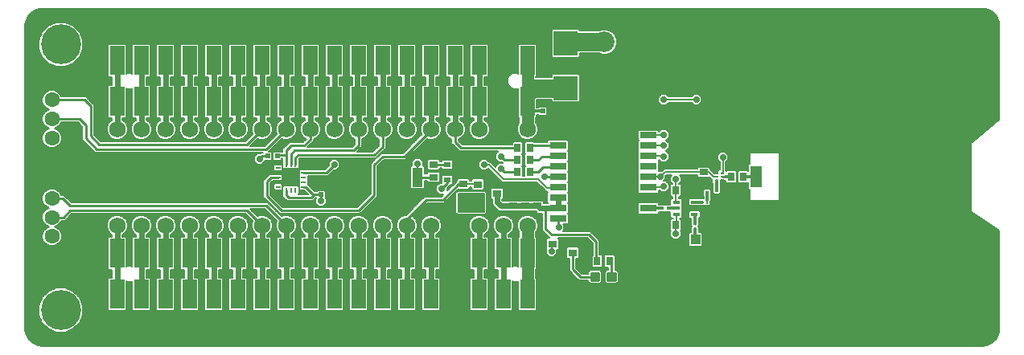
<source format=gtl>
G75*
%MOIN*%
%OFA0B0*%
%FSLAX25Y25*%
%IPPOS*%
%LPD*%
%AMOC8*
5,1,8,0,0,1.08239X$1,22.5*
%
%ADD10R,0.01969X0.00984*%
%ADD11R,0.00984X0.01969*%
%ADD12R,0.01969X0.01969*%
%ADD13R,0.03500X0.03100*%
%ADD14C,0.08600*%
%ADD15R,0.10000X0.10000*%
%ADD16C,0.06900*%
%ADD17R,0.06000X0.12000*%
%ADD18C,0.01181*%
%ADD19R,0.02756X0.03543*%
%ADD20R,0.03543X0.02756*%
%ADD21R,0.07087X0.02756*%
%ADD22R,0.07087X0.03150*%
%ADD23R,0.03937X0.04134*%
%ADD24R,0.04134X0.08661*%
%ADD25R,0.03150X0.02362*%
%ADD26R,0.04724X0.09055*%
%ADD27R,0.19685X0.25591*%
%ADD28C,0.06299*%
%ADD29R,0.03937X0.07874*%
%ADD30R,0.04331X0.11811*%
%ADD31R,0.03543X0.03150*%
%ADD32R,0.03150X0.01378*%
%ADD33R,0.01378X0.01673*%
%ADD34R,0.01772X0.00984*%
%ADD35R,0.00984X0.01378*%
%ADD36R,0.01378X0.00984*%
%ADD37C,0.00600*%
%ADD38C,0.02800*%
%ADD39C,0.16598*%
%ADD40C,0.05000*%
%ADD41C,0.01000*%
%ADD42C,0.02400*%
%ADD43C,0.00800*%
%ADD44C,0.07600*%
%ADD45C,0.01200*%
%ADD46C,0.01265*%
D10*
X0135595Y0125191D03*
X0135595Y0127159D03*
X0135595Y0129128D03*
X0135595Y0131096D03*
X0135595Y0133065D03*
X0146225Y0133065D03*
X0146225Y0131096D03*
X0146225Y0129128D03*
X0146225Y0127159D03*
X0146225Y0125191D03*
D11*
X0142879Y0123813D03*
X0140910Y0123813D03*
X0138942Y0123813D03*
X0138942Y0134443D03*
X0140910Y0134443D03*
X0142879Y0134443D03*
D12*
X0135253Y0137990D03*
X0131253Y0137990D03*
X0153430Y0121962D03*
X0157430Y0121962D03*
X0245245Y0156592D03*
X0249245Y0156592D03*
D13*
X0218422Y0126189D03*
X0226422Y0122389D03*
X0218422Y0118589D03*
D14*
X0270863Y0185293D03*
X0284642Y0185293D03*
D15*
X0254839Y0184673D03*
X0254839Y0166173D03*
D16*
X0238934Y0149128D03*
X0228934Y0149128D03*
X0218934Y0149128D03*
X0208934Y0149128D03*
X0198934Y0149128D03*
X0188934Y0149128D03*
X0178934Y0149128D03*
X0168934Y0149128D03*
X0158934Y0149128D03*
X0148934Y0149128D03*
X0138934Y0149128D03*
X0128934Y0149128D03*
X0118934Y0149128D03*
X0108934Y0149128D03*
X0098934Y0149128D03*
X0088934Y0149128D03*
X0078934Y0149128D03*
X0068934Y0149128D03*
X0068934Y0109128D03*
X0078934Y0109128D03*
X0088934Y0109128D03*
X0098934Y0109128D03*
X0108934Y0109128D03*
X0118934Y0109128D03*
X0128934Y0109128D03*
X0138934Y0109128D03*
X0148934Y0109128D03*
X0158934Y0109128D03*
X0168934Y0109128D03*
X0178934Y0109128D03*
X0188934Y0109128D03*
X0198934Y0109128D03*
X0208934Y0109128D03*
X0218934Y0109128D03*
X0228934Y0109128D03*
X0238934Y0109128D03*
D17*
X0238934Y0097628D03*
X0228934Y0097628D03*
X0218934Y0097628D03*
X0208934Y0097628D03*
X0198934Y0097628D03*
X0188934Y0097628D03*
X0178934Y0097628D03*
X0168934Y0097628D03*
X0158934Y0097628D03*
X0148934Y0097628D03*
X0138934Y0097628D03*
X0128934Y0097628D03*
X0118934Y0097628D03*
X0108934Y0097628D03*
X0098934Y0097628D03*
X0088934Y0097628D03*
X0078934Y0097628D03*
X0068934Y0097628D03*
X0068934Y0080628D03*
X0078934Y0080628D03*
X0088934Y0080628D03*
X0098934Y0080628D03*
X0108934Y0080628D03*
X0118934Y0080628D03*
X0128934Y0080628D03*
X0138934Y0080628D03*
X0148934Y0080628D03*
X0158934Y0080628D03*
X0168934Y0080628D03*
X0178934Y0080628D03*
X0188934Y0080628D03*
X0198934Y0080628D03*
X0208934Y0080628D03*
X0218934Y0080628D03*
X0228934Y0080628D03*
X0238934Y0080628D03*
X0238934Y0160628D03*
X0228934Y0160628D03*
X0218934Y0160628D03*
X0208934Y0160628D03*
X0198934Y0160628D03*
X0188934Y0160628D03*
X0178934Y0160628D03*
X0168934Y0160628D03*
X0158934Y0160628D03*
X0148934Y0160628D03*
X0138934Y0160628D03*
X0128934Y0160628D03*
X0118934Y0160628D03*
X0108934Y0160628D03*
X0098934Y0160628D03*
X0088934Y0160628D03*
X0078934Y0160628D03*
X0068934Y0160628D03*
X0068934Y0177628D03*
X0078934Y0177628D03*
X0088934Y0177628D03*
X0098934Y0177628D03*
X0108934Y0177628D03*
X0118934Y0177628D03*
X0128934Y0177628D03*
X0138934Y0177628D03*
X0148934Y0177628D03*
X0158934Y0177628D03*
X0168934Y0177628D03*
X0178934Y0177628D03*
X0188934Y0177628D03*
X0198934Y0177628D03*
X0208934Y0177628D03*
X0218934Y0177628D03*
X0228934Y0177628D03*
X0238934Y0177628D03*
D18*
X0268351Y0089171D02*
X0268351Y0086415D01*
X0265595Y0086415D01*
X0265595Y0089171D01*
X0268351Y0089171D01*
X0268351Y0087595D02*
X0265595Y0087595D01*
X0265595Y0088775D02*
X0268351Y0088775D01*
X0275257Y0089171D02*
X0275257Y0086415D01*
X0272501Y0086415D01*
X0272501Y0089171D01*
X0275257Y0089171D01*
X0275257Y0087595D02*
X0272501Y0087595D01*
X0272501Y0088775D02*
X0275257Y0088775D01*
D19*
X0272977Y0094293D03*
X0267859Y0094293D03*
X0295363Y0109293D03*
X0300481Y0109293D03*
X0300363Y0123793D03*
X0305481Y0123793D03*
X0323363Y0129293D03*
X0328481Y0129293D03*
X0239981Y0131289D03*
X0234863Y0131289D03*
X0234863Y0136297D03*
X0239981Y0136297D03*
X0239981Y0141297D03*
X0234863Y0141297D03*
D20*
X0212422Y0126348D03*
X0212422Y0121230D03*
X0200087Y0129210D03*
X0200087Y0134328D03*
X0232926Y0122352D03*
X0237922Y0122352D03*
X0242926Y0122352D03*
X0242926Y0117234D03*
X0237922Y0117234D03*
X0232926Y0117234D03*
X0311922Y0131234D03*
X0311922Y0136352D03*
D21*
X0289040Y0146557D03*
X0251638Y0146557D03*
X0251638Y0111911D03*
X0289040Y0111911D03*
D22*
X0289040Y0116242D03*
X0289040Y0120573D03*
X0289040Y0124903D03*
X0289040Y0129234D03*
X0289040Y0133565D03*
X0289040Y0137895D03*
X0289040Y0142226D03*
X0251638Y0142226D03*
X0251638Y0137895D03*
X0251638Y0133565D03*
X0251638Y0129234D03*
X0251638Y0124903D03*
X0251638Y0120573D03*
X0251638Y0116242D03*
D23*
X0308572Y0103311D03*
D24*
X0314379Y0097297D03*
X0302764Y0097297D03*
D25*
X0205757Y0128120D03*
X0205757Y0134419D03*
D26*
X0333808Y0129403D03*
D27*
X0341288Y0152041D03*
X0392863Y0152041D03*
X0392863Y0106765D03*
X0341288Y0106765D03*
D28*
X0041926Y0104655D03*
X0041926Y0096781D03*
X0041926Y0112529D03*
X0041926Y0120403D03*
X0041926Y0137600D03*
X0041926Y0145474D03*
X0041926Y0153348D03*
X0041926Y0161222D03*
D29*
X0193420Y0129128D03*
D30*
X0167042Y0129128D03*
D31*
X0249481Y0101533D03*
X0257749Y0097793D03*
X0249481Y0094053D03*
D32*
X0300682Y0113734D03*
X0300682Y0116293D03*
X0300682Y0118852D03*
X0308162Y0118852D03*
X0308162Y0116293D03*
X0308162Y0113734D03*
D33*
X0313453Y0122661D03*
X0315422Y0122661D03*
X0315422Y0124925D03*
X0313453Y0124925D03*
X0317390Y0123793D03*
D34*
X0317241Y0127718D03*
X0317241Y0129293D03*
X0317241Y0130868D03*
X0319603Y0130868D03*
X0319603Y0129293D03*
X0319603Y0127718D03*
D35*
X0313406Y0118843D03*
X0311438Y0118843D03*
X0296906Y0116293D03*
X0294938Y0116293D03*
D36*
X0308422Y0109777D03*
X0308422Y0107809D03*
D37*
X0036424Y0059335D02*
X0033910Y0060376D01*
X0031985Y0062300D01*
X0030944Y0064814D01*
X0030810Y0066175D01*
X0030810Y0192159D01*
X0030944Y0193520D01*
X0031985Y0196034D01*
X0033910Y0197958D01*
X0036424Y0198999D01*
X0037784Y0199133D01*
X0427548Y0199133D01*
X0428908Y0198999D01*
X0431422Y0197958D01*
X0433347Y0196034D01*
X0434388Y0193520D01*
X0434522Y0192159D01*
X0434522Y0191786D01*
X0434530Y0191778D01*
X0434530Y0153203D01*
X0423293Y0143839D01*
X0423246Y0143839D01*
X0423011Y0143604D01*
X0422756Y0143391D01*
X0422752Y0143345D01*
X0422719Y0143311D01*
X0422719Y0142979D01*
X0422689Y0142649D01*
X0422719Y0142613D01*
X0422719Y0115652D01*
X0422663Y0115569D01*
X0422719Y0115290D01*
X0422719Y0115007D01*
X0422790Y0114936D01*
X0422809Y0114838D01*
X0423045Y0114680D01*
X0423246Y0114480D01*
X0423346Y0114480D01*
X0434530Y0107024D01*
X0434530Y0066556D01*
X0434522Y0066548D01*
X0434522Y0066175D01*
X0434388Y0064814D01*
X0433347Y0062300D01*
X0431422Y0060376D01*
X0428908Y0059335D01*
X0427548Y0059201D01*
X0037784Y0059201D01*
X0036424Y0059335D01*
X0036049Y0059490D02*
X0429283Y0059490D01*
X0430728Y0060089D02*
X0034604Y0060089D01*
X0033599Y0060687D02*
X0431733Y0060687D01*
X0432332Y0061286D02*
X0033000Y0061286D01*
X0032402Y0061884D02*
X0432930Y0061884D01*
X0433422Y0062483D02*
X0031910Y0062483D01*
X0031662Y0063081D02*
X0433670Y0063081D01*
X0433918Y0063680D02*
X0031414Y0063680D01*
X0031166Y0064278D02*
X0434166Y0064278D01*
X0434394Y0064877D02*
X0047580Y0064877D01*
X0047496Y0064842D02*
X0050877Y0066242D01*
X0053465Y0068830D01*
X0054865Y0072211D01*
X0054865Y0075871D01*
X0053465Y0079252D01*
X0050877Y0081840D01*
X0047496Y0083240D01*
X0043836Y0083240D01*
X0040455Y0081840D01*
X0037867Y0079252D01*
X0036467Y0075871D01*
X0036467Y0072211D01*
X0037867Y0068830D01*
X0040455Y0066242D01*
X0043836Y0064842D01*
X0047496Y0064842D01*
X0049025Y0065475D02*
X0434453Y0065475D01*
X0434512Y0066074D02*
X0050470Y0066074D01*
X0051307Y0066672D02*
X0434530Y0066672D01*
X0434530Y0067271D02*
X0051905Y0067271D01*
X0052504Y0067869D02*
X0434530Y0067869D01*
X0434530Y0068468D02*
X0053102Y0068468D01*
X0053563Y0069066D02*
X0434530Y0069066D01*
X0434530Y0069665D02*
X0053810Y0069665D01*
X0054058Y0070263D02*
X0434530Y0070263D01*
X0434530Y0070862D02*
X0054306Y0070862D01*
X0054554Y0071460D02*
X0434530Y0071460D01*
X0434530Y0072059D02*
X0054802Y0072059D01*
X0054865Y0072657D02*
X0434530Y0072657D01*
X0434530Y0073256D02*
X0054865Y0073256D01*
X0054865Y0073854D02*
X0065434Y0073854D01*
X0065561Y0073728D02*
X0072307Y0073728D01*
X0072834Y0074255D01*
X0072834Y0086052D01*
X0073285Y0085865D01*
X0074583Y0085865D01*
X0075034Y0086052D01*
X0075034Y0074255D01*
X0075561Y0073728D01*
X0082307Y0073728D01*
X0082834Y0074255D01*
X0082834Y0087000D01*
X0082307Y0087528D01*
X0081034Y0087528D01*
X0081034Y0090728D01*
X0082307Y0090728D01*
X0082834Y0091255D01*
X0082834Y0104000D01*
X0082307Y0104528D01*
X0081034Y0104528D01*
X0081034Y0105289D01*
X0081398Y0105440D01*
X0082621Y0106664D01*
X0083284Y0108262D01*
X0083284Y0109993D01*
X0082621Y0111592D01*
X0081398Y0112815D01*
X0079799Y0113478D01*
X0078068Y0113478D01*
X0076470Y0112815D01*
X0075246Y0111592D01*
X0074584Y0109993D01*
X0074584Y0108262D01*
X0075246Y0106664D01*
X0076470Y0105440D01*
X0076834Y0105289D01*
X0076834Y0104528D01*
X0075561Y0104528D01*
X0075034Y0104000D01*
X0075034Y0092203D01*
X0074583Y0092390D01*
X0073285Y0092390D01*
X0072834Y0092203D01*
X0072834Y0104000D01*
X0072307Y0104528D01*
X0071034Y0104528D01*
X0071034Y0105289D01*
X0071398Y0105440D01*
X0072621Y0106664D01*
X0073284Y0108262D01*
X0073284Y0109993D01*
X0072621Y0111592D01*
X0071398Y0112815D01*
X0069799Y0113478D01*
X0068068Y0113478D01*
X0066470Y0112815D01*
X0065246Y0111592D01*
X0064584Y0109993D01*
X0064584Y0108262D01*
X0065246Y0106664D01*
X0066470Y0105440D01*
X0066834Y0105289D01*
X0066834Y0104528D01*
X0065561Y0104528D01*
X0065034Y0104000D01*
X0065034Y0091255D01*
X0065561Y0090728D01*
X0066834Y0090728D01*
X0066834Y0087528D01*
X0065561Y0087528D01*
X0065034Y0087000D01*
X0065034Y0074255D01*
X0065561Y0073728D01*
X0065034Y0074453D02*
X0054865Y0074453D01*
X0054865Y0075051D02*
X0065034Y0075051D01*
X0065034Y0075650D02*
X0054865Y0075650D01*
X0054709Y0076248D02*
X0065034Y0076248D01*
X0065034Y0076847D02*
X0054461Y0076847D01*
X0054213Y0077445D02*
X0065034Y0077445D01*
X0065034Y0078044D02*
X0053965Y0078044D01*
X0053717Y0078642D02*
X0065034Y0078642D01*
X0065034Y0079241D02*
X0053469Y0079241D01*
X0052877Y0079839D02*
X0065034Y0079839D01*
X0065034Y0080438D02*
X0052279Y0080438D01*
X0051680Y0081036D02*
X0065034Y0081036D01*
X0065034Y0081635D02*
X0051082Y0081635D01*
X0049926Y0082233D02*
X0065034Y0082233D01*
X0065034Y0082832D02*
X0048481Y0082832D01*
X0042851Y0082832D02*
X0030810Y0082832D01*
X0030810Y0083430D02*
X0065034Y0083430D01*
X0065034Y0084029D02*
X0030810Y0084029D01*
X0030810Y0084627D02*
X0065034Y0084627D01*
X0065034Y0085226D02*
X0030810Y0085226D01*
X0030810Y0085825D02*
X0065034Y0085825D01*
X0065034Y0086423D02*
X0030810Y0086423D01*
X0030810Y0087022D02*
X0065055Y0087022D01*
X0066834Y0087620D02*
X0030810Y0087620D01*
X0030810Y0088219D02*
X0066834Y0088219D01*
X0066834Y0088817D02*
X0030810Y0088817D01*
X0030810Y0089416D02*
X0066834Y0089416D01*
X0066834Y0090014D02*
X0030810Y0090014D01*
X0030810Y0090613D02*
X0066834Y0090613D01*
X0065077Y0091211D02*
X0030810Y0091211D01*
X0030810Y0091810D02*
X0065034Y0091810D01*
X0065034Y0092408D02*
X0030810Y0092408D01*
X0030810Y0093007D02*
X0065034Y0093007D01*
X0065034Y0093605D02*
X0030810Y0093605D01*
X0030810Y0094204D02*
X0065034Y0094204D01*
X0065034Y0094802D02*
X0030810Y0094802D01*
X0030810Y0095401D02*
X0065034Y0095401D01*
X0065034Y0095999D02*
X0030810Y0095999D01*
X0030810Y0096598D02*
X0065034Y0096598D01*
X0065034Y0097196D02*
X0030810Y0097196D01*
X0030810Y0097795D02*
X0065034Y0097795D01*
X0065034Y0098393D02*
X0030810Y0098393D01*
X0030810Y0098992D02*
X0065034Y0098992D01*
X0065034Y0099590D02*
X0030810Y0099590D01*
X0030810Y0100189D02*
X0065034Y0100189D01*
X0065034Y0100787D02*
X0043170Y0100787D01*
X0042731Y0100606D02*
X0044220Y0101222D01*
X0045359Y0102361D01*
X0045975Y0103850D01*
X0045975Y0105461D01*
X0045359Y0106949D01*
X0044220Y0108088D01*
X0043003Y0108592D01*
X0044220Y0109096D01*
X0045359Y0110235D01*
X0045729Y0111129D01*
X0047238Y0111129D01*
X0050002Y0113893D01*
X0122188Y0113893D01*
X0125024Y0111057D01*
X0124584Y0109993D01*
X0124584Y0108262D01*
X0125246Y0106664D01*
X0126470Y0105440D01*
X0126834Y0105289D01*
X0126834Y0104528D01*
X0125561Y0104528D01*
X0125034Y0104000D01*
X0125034Y0091255D01*
X0125561Y0090728D01*
X0126834Y0090728D01*
X0126834Y0087528D01*
X0125561Y0087528D01*
X0125034Y0087000D01*
X0125034Y0074255D01*
X0125561Y0073728D01*
X0132307Y0073728D01*
X0132834Y0074255D01*
X0132834Y0087000D01*
X0132307Y0087528D01*
X0131034Y0087528D01*
X0131034Y0090728D01*
X0132307Y0090728D01*
X0132834Y0091255D01*
X0132834Y0104000D01*
X0132307Y0104528D01*
X0131034Y0104528D01*
X0131034Y0105289D01*
X0131398Y0105440D01*
X0132621Y0106664D01*
X0133284Y0108262D01*
X0133284Y0109993D01*
X0132621Y0111592D01*
X0131398Y0112815D01*
X0129799Y0113478D01*
X0128068Y0113478D01*
X0127004Y0113037D01*
X0124148Y0115893D01*
X0130188Y0115893D01*
X0135024Y0111057D01*
X0134584Y0109993D01*
X0134584Y0108262D01*
X0135246Y0106664D01*
X0136470Y0105440D01*
X0136834Y0105289D01*
X0136834Y0104528D01*
X0135561Y0104528D01*
X0135034Y0104000D01*
X0135034Y0091255D01*
X0135561Y0090728D01*
X0136834Y0090728D01*
X0136834Y0087528D01*
X0135561Y0087528D01*
X0135034Y0087000D01*
X0135034Y0074255D01*
X0135561Y0073728D01*
X0142307Y0073728D01*
X0142834Y0074255D01*
X0142834Y0087000D01*
X0142307Y0087528D01*
X0141034Y0087528D01*
X0141034Y0090728D01*
X0142307Y0090728D01*
X0142834Y0091255D01*
X0142834Y0104000D01*
X0142307Y0104528D01*
X0141034Y0104528D01*
X0141034Y0105289D01*
X0141398Y0105440D01*
X0142621Y0106664D01*
X0143284Y0108262D01*
X0143284Y0109993D01*
X0142621Y0111592D01*
X0141398Y0112815D01*
X0139799Y0113478D01*
X0138068Y0113478D01*
X0137004Y0113037D01*
X0131348Y0118693D01*
X0050002Y0118693D01*
X0046892Y0121803D01*
X0045729Y0121803D01*
X0045359Y0122697D01*
X0044220Y0123836D01*
X0042731Y0124453D01*
X0041120Y0124453D01*
X0039632Y0123836D01*
X0038493Y0122697D01*
X0037876Y0121209D01*
X0037876Y0119598D01*
X0038493Y0118109D01*
X0039632Y0116970D01*
X0040849Y0116466D01*
X0039632Y0115962D01*
X0038493Y0114823D01*
X0037876Y0113335D01*
X0037876Y0111724D01*
X0038493Y0110235D01*
X0039632Y0109096D01*
X0040849Y0108592D01*
X0039632Y0108088D01*
X0038493Y0106949D01*
X0037876Y0105461D01*
X0037876Y0103850D01*
X0038493Y0102361D01*
X0039632Y0101222D01*
X0041120Y0100606D01*
X0042731Y0100606D01*
X0044383Y0101386D02*
X0065034Y0101386D01*
X0065034Y0101984D02*
X0044982Y0101984D01*
X0045451Y0102583D02*
X0065034Y0102583D01*
X0065034Y0103181D02*
X0045699Y0103181D01*
X0045947Y0103780D02*
X0065034Y0103780D01*
X0065412Y0104378D02*
X0045975Y0104378D01*
X0045975Y0104977D02*
X0066834Y0104977D01*
X0066334Y0105575D02*
X0045928Y0105575D01*
X0045680Y0106174D02*
X0065736Y0106174D01*
X0065201Y0106772D02*
X0045432Y0106772D01*
X0044937Y0107371D02*
X0064953Y0107371D01*
X0064705Y0107969D02*
X0044339Y0107969D01*
X0044290Y0109166D02*
X0064584Y0109166D01*
X0064584Y0108568D02*
X0043062Y0108568D01*
X0044889Y0109765D02*
X0064584Y0109765D01*
X0064737Y0110363D02*
X0045412Y0110363D01*
X0045660Y0110962D02*
X0064985Y0110962D01*
X0065233Y0111560D02*
X0047669Y0111560D01*
X0048268Y0112159D02*
X0065813Y0112159D01*
X0066412Y0112758D02*
X0048866Y0112758D01*
X0049465Y0113356D02*
X0067775Y0113356D01*
X0070093Y0113356D02*
X0077775Y0113356D01*
X0076412Y0112758D02*
X0071456Y0112758D01*
X0072054Y0112159D02*
X0075813Y0112159D01*
X0075233Y0111560D02*
X0072634Y0111560D01*
X0072882Y0110962D02*
X0074985Y0110962D01*
X0074737Y0110363D02*
X0073130Y0110363D01*
X0073284Y0109765D02*
X0074584Y0109765D01*
X0074584Y0109166D02*
X0073284Y0109166D01*
X0073284Y0108568D02*
X0074584Y0108568D01*
X0074705Y0107969D02*
X0073162Y0107969D01*
X0072914Y0107371D02*
X0074953Y0107371D01*
X0075201Y0106772D02*
X0072667Y0106772D01*
X0072132Y0106174D02*
X0075736Y0106174D01*
X0076334Y0105575D02*
X0071533Y0105575D01*
X0071034Y0104977D02*
X0076834Y0104977D01*
X0075412Y0104378D02*
X0072456Y0104378D01*
X0072834Y0103780D02*
X0075034Y0103780D01*
X0075034Y0103181D02*
X0072834Y0103181D01*
X0072834Y0102583D02*
X0075034Y0102583D01*
X0075034Y0101984D02*
X0072834Y0101984D01*
X0072834Y0101386D02*
X0075034Y0101386D01*
X0075034Y0100787D02*
X0072834Y0100787D01*
X0072834Y0100189D02*
X0075034Y0100189D01*
X0075034Y0099590D02*
X0072834Y0099590D01*
X0072834Y0098992D02*
X0075034Y0098992D01*
X0075034Y0098393D02*
X0072834Y0098393D01*
X0072834Y0097795D02*
X0075034Y0097795D01*
X0075034Y0097196D02*
X0072834Y0097196D01*
X0072834Y0096598D02*
X0075034Y0096598D01*
X0075034Y0095999D02*
X0072834Y0095999D01*
X0072834Y0095401D02*
X0075034Y0095401D01*
X0075034Y0094802D02*
X0072834Y0094802D01*
X0072834Y0094204D02*
X0075034Y0094204D01*
X0075034Y0093605D02*
X0072834Y0093605D01*
X0072834Y0093007D02*
X0075034Y0093007D01*
X0075034Y0092408D02*
X0072834Y0092408D01*
X0072834Y0085825D02*
X0075034Y0085825D01*
X0075034Y0085226D02*
X0072834Y0085226D01*
X0072834Y0084627D02*
X0075034Y0084627D01*
X0075034Y0084029D02*
X0072834Y0084029D01*
X0072834Y0083430D02*
X0075034Y0083430D01*
X0075034Y0082832D02*
X0072834Y0082832D01*
X0072834Y0082233D02*
X0075034Y0082233D01*
X0075034Y0081635D02*
X0072834Y0081635D01*
X0072834Y0081036D02*
X0075034Y0081036D01*
X0075034Y0080438D02*
X0072834Y0080438D01*
X0072834Y0079839D02*
X0075034Y0079839D01*
X0075034Y0079241D02*
X0072834Y0079241D01*
X0072834Y0078642D02*
X0075034Y0078642D01*
X0075034Y0078044D02*
X0072834Y0078044D01*
X0072834Y0077445D02*
X0075034Y0077445D01*
X0075034Y0076847D02*
X0072834Y0076847D01*
X0072834Y0076248D02*
X0075034Y0076248D01*
X0075034Y0075650D02*
X0072834Y0075650D01*
X0072834Y0075051D02*
X0075034Y0075051D01*
X0075034Y0074453D02*
X0072834Y0074453D01*
X0072433Y0073854D02*
X0075434Y0073854D01*
X0082433Y0073854D02*
X0085434Y0073854D01*
X0085561Y0073728D02*
X0092307Y0073728D01*
X0092834Y0074255D01*
X0092834Y0087000D01*
X0092307Y0087528D01*
X0091034Y0087528D01*
X0091034Y0090728D01*
X0092307Y0090728D01*
X0092834Y0091255D01*
X0092834Y0104000D01*
X0092307Y0104528D01*
X0091034Y0104528D01*
X0091034Y0105289D01*
X0091398Y0105440D01*
X0092621Y0106664D01*
X0093284Y0108262D01*
X0093284Y0109993D01*
X0092621Y0111592D01*
X0091398Y0112815D01*
X0089799Y0113478D01*
X0088068Y0113478D01*
X0086470Y0112815D01*
X0085246Y0111592D01*
X0084584Y0109993D01*
X0084584Y0108262D01*
X0085246Y0106664D01*
X0086470Y0105440D01*
X0086834Y0105289D01*
X0086834Y0104528D01*
X0085561Y0104528D01*
X0085034Y0104000D01*
X0085034Y0091255D01*
X0085561Y0090728D01*
X0086834Y0090728D01*
X0086834Y0087528D01*
X0085561Y0087528D01*
X0085034Y0087000D01*
X0085034Y0074255D01*
X0085561Y0073728D01*
X0085034Y0074453D02*
X0082834Y0074453D01*
X0082834Y0075051D02*
X0085034Y0075051D01*
X0085034Y0075650D02*
X0082834Y0075650D01*
X0082834Y0076248D02*
X0085034Y0076248D01*
X0085034Y0076847D02*
X0082834Y0076847D01*
X0082834Y0077445D02*
X0085034Y0077445D01*
X0085034Y0078044D02*
X0082834Y0078044D01*
X0082834Y0078642D02*
X0085034Y0078642D01*
X0085034Y0079241D02*
X0082834Y0079241D01*
X0082834Y0079839D02*
X0085034Y0079839D01*
X0085034Y0080438D02*
X0082834Y0080438D01*
X0082834Y0081036D02*
X0085034Y0081036D01*
X0085034Y0081635D02*
X0082834Y0081635D01*
X0082834Y0082233D02*
X0085034Y0082233D01*
X0085034Y0082832D02*
X0082834Y0082832D01*
X0082834Y0083430D02*
X0085034Y0083430D01*
X0085034Y0084029D02*
X0082834Y0084029D01*
X0082834Y0084627D02*
X0085034Y0084627D01*
X0085034Y0085226D02*
X0082834Y0085226D01*
X0082834Y0085825D02*
X0085034Y0085825D01*
X0085034Y0086423D02*
X0082834Y0086423D01*
X0082813Y0087022D02*
X0085055Y0087022D01*
X0086834Y0087620D02*
X0081034Y0087620D01*
X0081034Y0088219D02*
X0086834Y0088219D01*
X0086834Y0088817D02*
X0081034Y0088817D01*
X0081034Y0089416D02*
X0086834Y0089416D01*
X0086834Y0090014D02*
X0081034Y0090014D01*
X0081034Y0090613D02*
X0086834Y0090613D01*
X0085077Y0091211D02*
X0082790Y0091211D01*
X0082834Y0091810D02*
X0085034Y0091810D01*
X0085034Y0092408D02*
X0082834Y0092408D01*
X0082834Y0093007D02*
X0085034Y0093007D01*
X0085034Y0093605D02*
X0082834Y0093605D01*
X0082834Y0094204D02*
X0085034Y0094204D01*
X0085034Y0094802D02*
X0082834Y0094802D01*
X0082834Y0095401D02*
X0085034Y0095401D01*
X0085034Y0095999D02*
X0082834Y0095999D01*
X0082834Y0096598D02*
X0085034Y0096598D01*
X0085034Y0097196D02*
X0082834Y0097196D01*
X0082834Y0097795D02*
X0085034Y0097795D01*
X0085034Y0098393D02*
X0082834Y0098393D01*
X0082834Y0098992D02*
X0085034Y0098992D01*
X0085034Y0099590D02*
X0082834Y0099590D01*
X0082834Y0100189D02*
X0085034Y0100189D01*
X0085034Y0100787D02*
X0082834Y0100787D01*
X0082834Y0101386D02*
X0085034Y0101386D01*
X0085034Y0101984D02*
X0082834Y0101984D01*
X0082834Y0102583D02*
X0085034Y0102583D01*
X0085034Y0103181D02*
X0082834Y0103181D01*
X0082834Y0103780D02*
X0085034Y0103780D01*
X0085412Y0104378D02*
X0082456Y0104378D01*
X0081533Y0105575D02*
X0086334Y0105575D01*
X0086834Y0104977D02*
X0081034Y0104977D01*
X0082132Y0106174D02*
X0085736Y0106174D01*
X0085201Y0106772D02*
X0082667Y0106772D01*
X0082914Y0107371D02*
X0084953Y0107371D01*
X0084705Y0107969D02*
X0083162Y0107969D01*
X0083284Y0108568D02*
X0084584Y0108568D01*
X0084584Y0109166D02*
X0083284Y0109166D01*
X0083284Y0109765D02*
X0084584Y0109765D01*
X0084737Y0110363D02*
X0083130Y0110363D01*
X0082882Y0110962D02*
X0084985Y0110962D01*
X0085233Y0111560D02*
X0082634Y0111560D01*
X0082054Y0112159D02*
X0085813Y0112159D01*
X0086412Y0112758D02*
X0081456Y0112758D01*
X0080093Y0113356D02*
X0087775Y0113356D01*
X0090093Y0113356D02*
X0097775Y0113356D01*
X0098068Y0113478D02*
X0096470Y0112815D01*
X0095246Y0111592D01*
X0094584Y0109993D01*
X0094584Y0108262D01*
X0095246Y0106664D01*
X0096470Y0105440D01*
X0096834Y0105289D01*
X0096834Y0104528D01*
X0095561Y0104528D01*
X0095034Y0104000D01*
X0095034Y0091255D01*
X0095561Y0090728D01*
X0096834Y0090728D01*
X0096834Y0087528D01*
X0095561Y0087528D01*
X0095034Y0087000D01*
X0095034Y0074255D01*
X0095561Y0073728D01*
X0102307Y0073728D01*
X0102834Y0074255D01*
X0102834Y0087000D01*
X0102307Y0087528D01*
X0101034Y0087528D01*
X0101034Y0090728D01*
X0102307Y0090728D01*
X0102834Y0091255D01*
X0102834Y0104000D01*
X0102307Y0104528D01*
X0101034Y0104528D01*
X0101034Y0105289D01*
X0101398Y0105440D01*
X0102621Y0106664D01*
X0103284Y0108262D01*
X0103284Y0109993D01*
X0102621Y0111592D01*
X0101398Y0112815D01*
X0099799Y0113478D01*
X0098068Y0113478D01*
X0096412Y0112758D02*
X0091456Y0112758D01*
X0092054Y0112159D02*
X0095813Y0112159D01*
X0095233Y0111560D02*
X0092634Y0111560D01*
X0092882Y0110962D02*
X0094985Y0110962D01*
X0094737Y0110363D02*
X0093130Y0110363D01*
X0093284Y0109765D02*
X0094584Y0109765D01*
X0094584Y0109166D02*
X0093284Y0109166D01*
X0093284Y0108568D02*
X0094584Y0108568D01*
X0094705Y0107969D02*
X0093162Y0107969D01*
X0092914Y0107371D02*
X0094953Y0107371D01*
X0095201Y0106772D02*
X0092667Y0106772D01*
X0092132Y0106174D02*
X0095736Y0106174D01*
X0096334Y0105575D02*
X0091533Y0105575D01*
X0091034Y0104977D02*
X0096834Y0104977D01*
X0095412Y0104378D02*
X0092456Y0104378D01*
X0092834Y0103780D02*
X0095034Y0103780D01*
X0095034Y0103181D02*
X0092834Y0103181D01*
X0092834Y0102583D02*
X0095034Y0102583D01*
X0095034Y0101984D02*
X0092834Y0101984D01*
X0092834Y0101386D02*
X0095034Y0101386D01*
X0095034Y0100787D02*
X0092834Y0100787D01*
X0092834Y0100189D02*
X0095034Y0100189D01*
X0095034Y0099590D02*
X0092834Y0099590D01*
X0092834Y0098992D02*
X0095034Y0098992D01*
X0095034Y0098393D02*
X0092834Y0098393D01*
X0092834Y0097795D02*
X0095034Y0097795D01*
X0095034Y0097196D02*
X0092834Y0097196D01*
X0092834Y0096598D02*
X0095034Y0096598D01*
X0095034Y0095999D02*
X0092834Y0095999D01*
X0092834Y0095401D02*
X0095034Y0095401D01*
X0095034Y0094802D02*
X0092834Y0094802D01*
X0092834Y0094204D02*
X0095034Y0094204D01*
X0095034Y0093605D02*
X0092834Y0093605D01*
X0092834Y0093007D02*
X0095034Y0093007D01*
X0095034Y0092408D02*
X0092834Y0092408D01*
X0092834Y0091810D02*
X0095034Y0091810D01*
X0095077Y0091211D02*
X0092790Y0091211D01*
X0091034Y0090613D02*
X0096834Y0090613D01*
X0096834Y0090014D02*
X0091034Y0090014D01*
X0091034Y0089416D02*
X0096834Y0089416D01*
X0096834Y0088817D02*
X0091034Y0088817D01*
X0091034Y0088219D02*
X0096834Y0088219D01*
X0096834Y0087620D02*
X0091034Y0087620D01*
X0092813Y0087022D02*
X0095055Y0087022D01*
X0095034Y0086423D02*
X0092834Y0086423D01*
X0092834Y0085825D02*
X0095034Y0085825D01*
X0095034Y0085226D02*
X0092834Y0085226D01*
X0092834Y0084627D02*
X0095034Y0084627D01*
X0095034Y0084029D02*
X0092834Y0084029D01*
X0092834Y0083430D02*
X0095034Y0083430D01*
X0095034Y0082832D02*
X0092834Y0082832D01*
X0092834Y0082233D02*
X0095034Y0082233D01*
X0095034Y0081635D02*
X0092834Y0081635D01*
X0092834Y0081036D02*
X0095034Y0081036D01*
X0095034Y0080438D02*
X0092834Y0080438D01*
X0092834Y0079839D02*
X0095034Y0079839D01*
X0095034Y0079241D02*
X0092834Y0079241D01*
X0092834Y0078642D02*
X0095034Y0078642D01*
X0095034Y0078044D02*
X0092834Y0078044D01*
X0092834Y0077445D02*
X0095034Y0077445D01*
X0095034Y0076847D02*
X0092834Y0076847D01*
X0092834Y0076248D02*
X0095034Y0076248D01*
X0095034Y0075650D02*
X0092834Y0075650D01*
X0092834Y0075051D02*
X0095034Y0075051D01*
X0095034Y0074453D02*
X0092834Y0074453D01*
X0092433Y0073854D02*
X0095434Y0073854D01*
X0102433Y0073854D02*
X0105434Y0073854D01*
X0105561Y0073728D02*
X0112307Y0073728D01*
X0112834Y0074255D01*
X0112834Y0087000D01*
X0112307Y0087528D01*
X0111034Y0087528D01*
X0111034Y0090728D01*
X0112307Y0090728D01*
X0112834Y0091255D01*
X0112834Y0104000D01*
X0112307Y0104528D01*
X0111034Y0104528D01*
X0111034Y0105289D01*
X0111398Y0105440D01*
X0112621Y0106664D01*
X0113284Y0108262D01*
X0113284Y0109993D01*
X0112621Y0111592D01*
X0111398Y0112815D01*
X0109799Y0113478D01*
X0108068Y0113478D01*
X0106470Y0112815D01*
X0105246Y0111592D01*
X0104584Y0109993D01*
X0104584Y0108262D01*
X0105246Y0106664D01*
X0106470Y0105440D01*
X0106834Y0105289D01*
X0106834Y0104528D01*
X0105561Y0104528D01*
X0105034Y0104000D01*
X0105034Y0091255D01*
X0105561Y0090728D01*
X0106834Y0090728D01*
X0106834Y0087528D01*
X0105561Y0087528D01*
X0105034Y0087000D01*
X0105034Y0074255D01*
X0105561Y0073728D01*
X0105034Y0074453D02*
X0102834Y0074453D01*
X0102834Y0075051D02*
X0105034Y0075051D01*
X0105034Y0075650D02*
X0102834Y0075650D01*
X0102834Y0076248D02*
X0105034Y0076248D01*
X0105034Y0076847D02*
X0102834Y0076847D01*
X0102834Y0077445D02*
X0105034Y0077445D01*
X0105034Y0078044D02*
X0102834Y0078044D01*
X0102834Y0078642D02*
X0105034Y0078642D01*
X0105034Y0079241D02*
X0102834Y0079241D01*
X0102834Y0079839D02*
X0105034Y0079839D01*
X0105034Y0080438D02*
X0102834Y0080438D01*
X0102834Y0081036D02*
X0105034Y0081036D01*
X0105034Y0081635D02*
X0102834Y0081635D01*
X0102834Y0082233D02*
X0105034Y0082233D01*
X0105034Y0082832D02*
X0102834Y0082832D01*
X0102834Y0083430D02*
X0105034Y0083430D01*
X0105034Y0084029D02*
X0102834Y0084029D01*
X0102834Y0084627D02*
X0105034Y0084627D01*
X0105034Y0085226D02*
X0102834Y0085226D01*
X0102834Y0085825D02*
X0105034Y0085825D01*
X0105034Y0086423D02*
X0102834Y0086423D01*
X0102813Y0087022D02*
X0105055Y0087022D01*
X0106834Y0087620D02*
X0101034Y0087620D01*
X0101034Y0088219D02*
X0106834Y0088219D01*
X0106834Y0088817D02*
X0101034Y0088817D01*
X0101034Y0089416D02*
X0106834Y0089416D01*
X0106834Y0090014D02*
X0101034Y0090014D01*
X0101034Y0090613D02*
X0106834Y0090613D01*
X0105077Y0091211D02*
X0102790Y0091211D01*
X0102834Y0091810D02*
X0105034Y0091810D01*
X0105034Y0092408D02*
X0102834Y0092408D01*
X0102834Y0093007D02*
X0105034Y0093007D01*
X0105034Y0093605D02*
X0102834Y0093605D01*
X0102834Y0094204D02*
X0105034Y0094204D01*
X0105034Y0094802D02*
X0102834Y0094802D01*
X0102834Y0095401D02*
X0105034Y0095401D01*
X0105034Y0095999D02*
X0102834Y0095999D01*
X0102834Y0096598D02*
X0105034Y0096598D01*
X0105034Y0097196D02*
X0102834Y0097196D01*
X0102834Y0097795D02*
X0105034Y0097795D01*
X0105034Y0098393D02*
X0102834Y0098393D01*
X0102834Y0098992D02*
X0105034Y0098992D01*
X0105034Y0099590D02*
X0102834Y0099590D01*
X0102834Y0100189D02*
X0105034Y0100189D01*
X0105034Y0100787D02*
X0102834Y0100787D01*
X0102834Y0101386D02*
X0105034Y0101386D01*
X0105034Y0101984D02*
X0102834Y0101984D01*
X0102834Y0102583D02*
X0105034Y0102583D01*
X0105034Y0103181D02*
X0102834Y0103181D01*
X0102834Y0103780D02*
X0105034Y0103780D01*
X0105412Y0104378D02*
X0102456Y0104378D01*
X0101533Y0105575D02*
X0106334Y0105575D01*
X0106834Y0104977D02*
X0101034Y0104977D01*
X0102132Y0106174D02*
X0105736Y0106174D01*
X0105201Y0106772D02*
X0102667Y0106772D01*
X0102914Y0107371D02*
X0104953Y0107371D01*
X0104705Y0107969D02*
X0103162Y0107969D01*
X0103284Y0108568D02*
X0104584Y0108568D01*
X0104584Y0109166D02*
X0103284Y0109166D01*
X0103284Y0109765D02*
X0104584Y0109765D01*
X0104737Y0110363D02*
X0103130Y0110363D01*
X0102882Y0110962D02*
X0104985Y0110962D01*
X0105233Y0111560D02*
X0102634Y0111560D01*
X0102054Y0112159D02*
X0105813Y0112159D01*
X0106412Y0112758D02*
X0101456Y0112758D01*
X0100093Y0113356D02*
X0107775Y0113356D01*
X0110093Y0113356D02*
X0117775Y0113356D01*
X0118068Y0113478D02*
X0116470Y0112815D01*
X0115246Y0111592D01*
X0114584Y0109993D01*
X0114584Y0108262D01*
X0115246Y0106664D01*
X0116470Y0105440D01*
X0116834Y0105289D01*
X0116834Y0104528D01*
X0115561Y0104528D01*
X0115034Y0104000D01*
X0115034Y0091255D01*
X0115561Y0090728D01*
X0116834Y0090728D01*
X0116834Y0087528D01*
X0115561Y0087528D01*
X0115034Y0087000D01*
X0115034Y0074255D01*
X0115561Y0073728D01*
X0122307Y0073728D01*
X0122834Y0074255D01*
X0122834Y0087000D01*
X0122307Y0087528D01*
X0121034Y0087528D01*
X0121034Y0090728D01*
X0122307Y0090728D01*
X0122834Y0091255D01*
X0122834Y0104000D01*
X0122307Y0104528D01*
X0121034Y0104528D01*
X0121034Y0105289D01*
X0121398Y0105440D01*
X0122621Y0106664D01*
X0123284Y0108262D01*
X0123284Y0109993D01*
X0122621Y0111592D01*
X0121398Y0112815D01*
X0119799Y0113478D01*
X0118068Y0113478D01*
X0116412Y0112758D02*
X0111456Y0112758D01*
X0112054Y0112159D02*
X0115813Y0112159D01*
X0115233Y0111560D02*
X0112634Y0111560D01*
X0112882Y0110962D02*
X0114985Y0110962D01*
X0114737Y0110363D02*
X0113130Y0110363D01*
X0113284Y0109765D02*
X0114584Y0109765D01*
X0114584Y0109166D02*
X0113284Y0109166D01*
X0113284Y0108568D02*
X0114584Y0108568D01*
X0114705Y0107969D02*
X0113162Y0107969D01*
X0112914Y0107371D02*
X0114953Y0107371D01*
X0115201Y0106772D02*
X0112667Y0106772D01*
X0112132Y0106174D02*
X0115736Y0106174D01*
X0116334Y0105575D02*
X0111533Y0105575D01*
X0111034Y0104977D02*
X0116834Y0104977D01*
X0115412Y0104378D02*
X0112456Y0104378D01*
X0112834Y0103780D02*
X0115034Y0103780D01*
X0115034Y0103181D02*
X0112834Y0103181D01*
X0112834Y0102583D02*
X0115034Y0102583D01*
X0115034Y0101984D02*
X0112834Y0101984D01*
X0112834Y0101386D02*
X0115034Y0101386D01*
X0115034Y0100787D02*
X0112834Y0100787D01*
X0112834Y0100189D02*
X0115034Y0100189D01*
X0115034Y0099590D02*
X0112834Y0099590D01*
X0112834Y0098992D02*
X0115034Y0098992D01*
X0115034Y0098393D02*
X0112834Y0098393D01*
X0112834Y0097795D02*
X0115034Y0097795D01*
X0115034Y0097196D02*
X0112834Y0097196D01*
X0112834Y0096598D02*
X0115034Y0096598D01*
X0115034Y0095999D02*
X0112834Y0095999D01*
X0112834Y0095401D02*
X0115034Y0095401D01*
X0115034Y0094802D02*
X0112834Y0094802D01*
X0112834Y0094204D02*
X0115034Y0094204D01*
X0115034Y0093605D02*
X0112834Y0093605D01*
X0112834Y0093007D02*
X0115034Y0093007D01*
X0115034Y0092408D02*
X0112834Y0092408D01*
X0112834Y0091810D02*
X0115034Y0091810D01*
X0115077Y0091211D02*
X0112790Y0091211D01*
X0111034Y0090613D02*
X0116834Y0090613D01*
X0116834Y0090014D02*
X0111034Y0090014D01*
X0111034Y0089416D02*
X0116834Y0089416D01*
X0116834Y0088817D02*
X0111034Y0088817D01*
X0111034Y0088219D02*
X0116834Y0088219D01*
X0116834Y0087620D02*
X0111034Y0087620D01*
X0112813Y0087022D02*
X0115055Y0087022D01*
X0115034Y0086423D02*
X0112834Y0086423D01*
X0112834Y0085825D02*
X0115034Y0085825D01*
X0115034Y0085226D02*
X0112834Y0085226D01*
X0112834Y0084627D02*
X0115034Y0084627D01*
X0115034Y0084029D02*
X0112834Y0084029D01*
X0112834Y0083430D02*
X0115034Y0083430D01*
X0115034Y0082832D02*
X0112834Y0082832D01*
X0112834Y0082233D02*
X0115034Y0082233D01*
X0115034Y0081635D02*
X0112834Y0081635D01*
X0112834Y0081036D02*
X0115034Y0081036D01*
X0115034Y0080438D02*
X0112834Y0080438D01*
X0112834Y0079839D02*
X0115034Y0079839D01*
X0115034Y0079241D02*
X0112834Y0079241D01*
X0112834Y0078642D02*
X0115034Y0078642D01*
X0115034Y0078044D02*
X0112834Y0078044D01*
X0112834Y0077445D02*
X0115034Y0077445D01*
X0115034Y0076847D02*
X0112834Y0076847D01*
X0112834Y0076248D02*
X0115034Y0076248D01*
X0115034Y0075650D02*
X0112834Y0075650D01*
X0112834Y0075051D02*
X0115034Y0075051D01*
X0115034Y0074453D02*
X0112834Y0074453D01*
X0112433Y0073854D02*
X0115434Y0073854D01*
X0122433Y0073854D02*
X0125434Y0073854D01*
X0125034Y0074453D02*
X0122834Y0074453D01*
X0122834Y0075051D02*
X0125034Y0075051D01*
X0125034Y0075650D02*
X0122834Y0075650D01*
X0122834Y0076248D02*
X0125034Y0076248D01*
X0125034Y0076847D02*
X0122834Y0076847D01*
X0122834Y0077445D02*
X0125034Y0077445D01*
X0125034Y0078044D02*
X0122834Y0078044D01*
X0122834Y0078642D02*
X0125034Y0078642D01*
X0125034Y0079241D02*
X0122834Y0079241D01*
X0122834Y0079839D02*
X0125034Y0079839D01*
X0125034Y0080438D02*
X0122834Y0080438D01*
X0122834Y0081036D02*
X0125034Y0081036D01*
X0125034Y0081635D02*
X0122834Y0081635D01*
X0122834Y0082233D02*
X0125034Y0082233D01*
X0125034Y0082832D02*
X0122834Y0082832D01*
X0122834Y0083430D02*
X0125034Y0083430D01*
X0125034Y0084029D02*
X0122834Y0084029D01*
X0122834Y0084627D02*
X0125034Y0084627D01*
X0125034Y0085226D02*
X0122834Y0085226D01*
X0122834Y0085825D02*
X0125034Y0085825D01*
X0125034Y0086423D02*
X0122834Y0086423D01*
X0122813Y0087022D02*
X0125055Y0087022D01*
X0126834Y0087620D02*
X0121034Y0087620D01*
X0121034Y0088219D02*
X0126834Y0088219D01*
X0126834Y0088817D02*
X0121034Y0088817D01*
X0121034Y0089416D02*
X0126834Y0089416D01*
X0126834Y0090014D02*
X0121034Y0090014D01*
X0121034Y0090613D02*
X0126834Y0090613D01*
X0125077Y0091211D02*
X0122790Y0091211D01*
X0122834Y0091810D02*
X0125034Y0091810D01*
X0125034Y0092408D02*
X0122834Y0092408D01*
X0122834Y0093007D02*
X0125034Y0093007D01*
X0125034Y0093605D02*
X0122834Y0093605D01*
X0122834Y0094204D02*
X0125034Y0094204D01*
X0125034Y0094802D02*
X0122834Y0094802D01*
X0122834Y0095401D02*
X0125034Y0095401D01*
X0125034Y0095999D02*
X0122834Y0095999D01*
X0122834Y0096598D02*
X0125034Y0096598D01*
X0125034Y0097196D02*
X0122834Y0097196D01*
X0122834Y0097795D02*
X0125034Y0097795D01*
X0125034Y0098393D02*
X0122834Y0098393D01*
X0122834Y0098992D02*
X0125034Y0098992D01*
X0125034Y0099590D02*
X0122834Y0099590D01*
X0122834Y0100189D02*
X0125034Y0100189D01*
X0125034Y0100787D02*
X0122834Y0100787D01*
X0122834Y0101386D02*
X0125034Y0101386D01*
X0125034Y0101984D02*
X0122834Y0101984D01*
X0122834Y0102583D02*
X0125034Y0102583D01*
X0125034Y0103181D02*
X0122834Y0103181D01*
X0122834Y0103780D02*
X0125034Y0103780D01*
X0125412Y0104378D02*
X0122456Y0104378D01*
X0121533Y0105575D02*
X0126334Y0105575D01*
X0126834Y0104977D02*
X0121034Y0104977D01*
X0122132Y0106174D02*
X0125736Y0106174D01*
X0125201Y0106772D02*
X0122667Y0106772D01*
X0122914Y0107371D02*
X0124953Y0107371D01*
X0124705Y0107969D02*
X0123162Y0107969D01*
X0123284Y0108568D02*
X0124584Y0108568D01*
X0124584Y0109166D02*
X0123284Y0109166D01*
X0123284Y0109765D02*
X0124584Y0109765D01*
X0124737Y0110363D02*
X0123130Y0110363D01*
X0122882Y0110962D02*
X0124985Y0110962D01*
X0124521Y0111560D02*
X0122634Y0111560D01*
X0122054Y0112159D02*
X0123922Y0112159D01*
X0123324Y0112758D02*
X0121456Y0112758D01*
X0122725Y0113356D02*
X0120093Y0113356D01*
X0124291Y0115750D02*
X0130331Y0115750D01*
X0130930Y0115152D02*
X0124890Y0115152D01*
X0125488Y0114553D02*
X0131528Y0114553D01*
X0132127Y0113955D02*
X0126087Y0113955D01*
X0126685Y0113356D02*
X0127775Y0113356D01*
X0130093Y0113356D02*
X0132725Y0113356D01*
X0133324Y0112758D02*
X0131456Y0112758D01*
X0132054Y0112159D02*
X0133922Y0112159D01*
X0134521Y0111560D02*
X0132634Y0111560D01*
X0132882Y0110962D02*
X0134985Y0110962D01*
X0134737Y0110363D02*
X0133130Y0110363D01*
X0133284Y0109765D02*
X0134584Y0109765D01*
X0134584Y0109166D02*
X0133284Y0109166D01*
X0133284Y0108568D02*
X0134584Y0108568D01*
X0134705Y0107969D02*
X0133162Y0107969D01*
X0132914Y0107371D02*
X0134953Y0107371D01*
X0135201Y0106772D02*
X0132667Y0106772D01*
X0132132Y0106174D02*
X0135736Y0106174D01*
X0136334Y0105575D02*
X0131533Y0105575D01*
X0131034Y0104977D02*
X0136834Y0104977D01*
X0135412Y0104378D02*
X0132456Y0104378D01*
X0132834Y0103780D02*
X0135034Y0103780D01*
X0135034Y0103181D02*
X0132834Y0103181D01*
X0132834Y0102583D02*
X0135034Y0102583D01*
X0135034Y0101984D02*
X0132834Y0101984D01*
X0132834Y0101386D02*
X0135034Y0101386D01*
X0135034Y0100787D02*
X0132834Y0100787D01*
X0132834Y0100189D02*
X0135034Y0100189D01*
X0135034Y0099590D02*
X0132834Y0099590D01*
X0132834Y0098992D02*
X0135034Y0098992D01*
X0135034Y0098393D02*
X0132834Y0098393D01*
X0132834Y0097795D02*
X0135034Y0097795D01*
X0135034Y0097196D02*
X0132834Y0097196D01*
X0132834Y0096598D02*
X0135034Y0096598D01*
X0135034Y0095999D02*
X0132834Y0095999D01*
X0132834Y0095401D02*
X0135034Y0095401D01*
X0135034Y0094802D02*
X0132834Y0094802D01*
X0132834Y0094204D02*
X0135034Y0094204D01*
X0135034Y0093605D02*
X0132834Y0093605D01*
X0132834Y0093007D02*
X0135034Y0093007D01*
X0135034Y0092408D02*
X0132834Y0092408D01*
X0132834Y0091810D02*
X0135034Y0091810D01*
X0135077Y0091211D02*
X0132790Y0091211D01*
X0131034Y0090613D02*
X0136834Y0090613D01*
X0136834Y0090014D02*
X0131034Y0090014D01*
X0131034Y0089416D02*
X0136834Y0089416D01*
X0136834Y0088817D02*
X0131034Y0088817D01*
X0131034Y0088219D02*
X0136834Y0088219D01*
X0136834Y0087620D02*
X0131034Y0087620D01*
X0132813Y0087022D02*
X0135055Y0087022D01*
X0135034Y0086423D02*
X0132834Y0086423D01*
X0132834Y0085825D02*
X0135034Y0085825D01*
X0135034Y0085226D02*
X0132834Y0085226D01*
X0132834Y0084627D02*
X0135034Y0084627D01*
X0135034Y0084029D02*
X0132834Y0084029D01*
X0132834Y0083430D02*
X0135034Y0083430D01*
X0135034Y0082832D02*
X0132834Y0082832D01*
X0132834Y0082233D02*
X0135034Y0082233D01*
X0135034Y0081635D02*
X0132834Y0081635D01*
X0132834Y0081036D02*
X0135034Y0081036D01*
X0135034Y0080438D02*
X0132834Y0080438D01*
X0132834Y0079839D02*
X0135034Y0079839D01*
X0135034Y0079241D02*
X0132834Y0079241D01*
X0132834Y0078642D02*
X0135034Y0078642D01*
X0135034Y0078044D02*
X0132834Y0078044D01*
X0132834Y0077445D02*
X0135034Y0077445D01*
X0135034Y0076847D02*
X0132834Y0076847D01*
X0132834Y0076248D02*
X0135034Y0076248D01*
X0135034Y0075650D02*
X0132834Y0075650D01*
X0132834Y0075051D02*
X0135034Y0075051D01*
X0135034Y0074453D02*
X0132834Y0074453D01*
X0132433Y0073854D02*
X0135434Y0073854D01*
X0142433Y0073854D02*
X0145434Y0073854D01*
X0145561Y0073728D02*
X0152307Y0073728D01*
X0152834Y0074255D01*
X0152834Y0087000D01*
X0152307Y0087528D01*
X0151034Y0087528D01*
X0151034Y0090728D01*
X0152307Y0090728D01*
X0152834Y0091255D01*
X0152834Y0104000D01*
X0152307Y0104528D01*
X0151034Y0104528D01*
X0151034Y0105289D01*
X0151398Y0105440D01*
X0152621Y0106664D01*
X0153284Y0108262D01*
X0153284Y0109993D01*
X0152621Y0111592D01*
X0151398Y0112815D01*
X0149799Y0113478D01*
X0148068Y0113478D01*
X0146470Y0112815D01*
X0145246Y0111592D01*
X0144584Y0109993D01*
X0144584Y0108262D01*
X0145246Y0106664D01*
X0146470Y0105440D01*
X0146834Y0105289D01*
X0146834Y0104528D01*
X0145561Y0104528D01*
X0145034Y0104000D01*
X0145034Y0091255D01*
X0145561Y0090728D01*
X0146834Y0090728D01*
X0146834Y0087528D01*
X0145561Y0087528D01*
X0145034Y0087000D01*
X0145034Y0074255D01*
X0145561Y0073728D01*
X0145034Y0074453D02*
X0142834Y0074453D01*
X0142834Y0075051D02*
X0145034Y0075051D01*
X0145034Y0075650D02*
X0142834Y0075650D01*
X0142834Y0076248D02*
X0145034Y0076248D01*
X0145034Y0076847D02*
X0142834Y0076847D01*
X0142834Y0077445D02*
X0145034Y0077445D01*
X0145034Y0078044D02*
X0142834Y0078044D01*
X0142834Y0078642D02*
X0145034Y0078642D01*
X0145034Y0079241D02*
X0142834Y0079241D01*
X0142834Y0079839D02*
X0145034Y0079839D01*
X0145034Y0080438D02*
X0142834Y0080438D01*
X0142834Y0081036D02*
X0145034Y0081036D01*
X0145034Y0081635D02*
X0142834Y0081635D01*
X0142834Y0082233D02*
X0145034Y0082233D01*
X0145034Y0082832D02*
X0142834Y0082832D01*
X0142834Y0083430D02*
X0145034Y0083430D01*
X0145034Y0084029D02*
X0142834Y0084029D01*
X0142834Y0084627D02*
X0145034Y0084627D01*
X0145034Y0085226D02*
X0142834Y0085226D01*
X0142834Y0085825D02*
X0145034Y0085825D01*
X0145034Y0086423D02*
X0142834Y0086423D01*
X0142813Y0087022D02*
X0145055Y0087022D01*
X0146834Y0087620D02*
X0141034Y0087620D01*
X0141034Y0088219D02*
X0146834Y0088219D01*
X0146834Y0088817D02*
X0141034Y0088817D01*
X0141034Y0089416D02*
X0146834Y0089416D01*
X0146834Y0090014D02*
X0141034Y0090014D01*
X0141034Y0090613D02*
X0146834Y0090613D01*
X0145077Y0091211D02*
X0142790Y0091211D01*
X0142834Y0091810D02*
X0145034Y0091810D01*
X0145034Y0092408D02*
X0142834Y0092408D01*
X0142834Y0093007D02*
X0145034Y0093007D01*
X0145034Y0093605D02*
X0142834Y0093605D01*
X0142834Y0094204D02*
X0145034Y0094204D01*
X0145034Y0094802D02*
X0142834Y0094802D01*
X0142834Y0095401D02*
X0145034Y0095401D01*
X0145034Y0095999D02*
X0142834Y0095999D01*
X0142834Y0096598D02*
X0145034Y0096598D01*
X0145034Y0097196D02*
X0142834Y0097196D01*
X0142834Y0097795D02*
X0145034Y0097795D01*
X0145034Y0098393D02*
X0142834Y0098393D01*
X0142834Y0098992D02*
X0145034Y0098992D01*
X0145034Y0099590D02*
X0142834Y0099590D01*
X0142834Y0100189D02*
X0145034Y0100189D01*
X0145034Y0100787D02*
X0142834Y0100787D01*
X0142834Y0101386D02*
X0145034Y0101386D01*
X0145034Y0101984D02*
X0142834Y0101984D01*
X0142834Y0102583D02*
X0145034Y0102583D01*
X0145034Y0103181D02*
X0142834Y0103181D01*
X0142834Y0103780D02*
X0145034Y0103780D01*
X0145412Y0104378D02*
X0142456Y0104378D01*
X0141533Y0105575D02*
X0146334Y0105575D01*
X0146834Y0104977D02*
X0141034Y0104977D01*
X0142132Y0106174D02*
X0145736Y0106174D01*
X0145201Y0106772D02*
X0142667Y0106772D01*
X0142914Y0107371D02*
X0144953Y0107371D01*
X0144705Y0107969D02*
X0143162Y0107969D01*
X0143284Y0108568D02*
X0144584Y0108568D01*
X0144584Y0109166D02*
X0143284Y0109166D01*
X0143284Y0109765D02*
X0144584Y0109765D01*
X0144737Y0110363D02*
X0143130Y0110363D01*
X0142882Y0110962D02*
X0144985Y0110962D01*
X0145233Y0111560D02*
X0142634Y0111560D01*
X0142054Y0112159D02*
X0145813Y0112159D01*
X0146412Y0112758D02*
X0141456Y0112758D01*
X0140093Y0113356D02*
X0147775Y0113356D01*
X0150093Y0113356D02*
X0157775Y0113356D01*
X0158068Y0113478D02*
X0156470Y0112815D01*
X0155246Y0111592D01*
X0154584Y0109993D01*
X0154584Y0108262D01*
X0155246Y0106664D01*
X0156470Y0105440D01*
X0156834Y0105289D01*
X0156834Y0104528D01*
X0155561Y0104528D01*
X0155034Y0104000D01*
X0155034Y0091255D01*
X0155561Y0090728D01*
X0156834Y0090728D01*
X0156834Y0087528D01*
X0155561Y0087528D01*
X0155034Y0087000D01*
X0155034Y0074255D01*
X0155561Y0073728D01*
X0162307Y0073728D01*
X0162834Y0074255D01*
X0162834Y0087000D01*
X0162307Y0087528D01*
X0161034Y0087528D01*
X0161034Y0090728D01*
X0162307Y0090728D01*
X0162834Y0091255D01*
X0162834Y0104000D01*
X0162307Y0104528D01*
X0161034Y0104528D01*
X0161034Y0105289D01*
X0161398Y0105440D01*
X0162621Y0106664D01*
X0163284Y0108262D01*
X0163284Y0109993D01*
X0162621Y0111592D01*
X0161398Y0112815D01*
X0159799Y0113478D01*
X0158068Y0113478D01*
X0156412Y0112758D02*
X0151456Y0112758D01*
X0152054Y0112159D02*
X0155813Y0112159D01*
X0155233Y0111560D02*
X0152634Y0111560D01*
X0152882Y0110962D02*
X0154985Y0110962D01*
X0154737Y0110363D02*
X0153130Y0110363D01*
X0153284Y0109765D02*
X0154584Y0109765D01*
X0154584Y0109166D02*
X0153284Y0109166D01*
X0153284Y0108568D02*
X0154584Y0108568D01*
X0154705Y0107969D02*
X0153162Y0107969D01*
X0152914Y0107371D02*
X0154953Y0107371D01*
X0155201Y0106772D02*
X0152667Y0106772D01*
X0152132Y0106174D02*
X0155736Y0106174D01*
X0156334Y0105575D02*
X0151533Y0105575D01*
X0151034Y0104977D02*
X0156834Y0104977D01*
X0155412Y0104378D02*
X0152456Y0104378D01*
X0152834Y0103780D02*
X0155034Y0103780D01*
X0155034Y0103181D02*
X0152834Y0103181D01*
X0152834Y0102583D02*
X0155034Y0102583D01*
X0155034Y0101984D02*
X0152834Y0101984D01*
X0152834Y0101386D02*
X0155034Y0101386D01*
X0155034Y0100787D02*
X0152834Y0100787D01*
X0152834Y0100189D02*
X0155034Y0100189D01*
X0155034Y0099590D02*
X0152834Y0099590D01*
X0152834Y0098992D02*
X0155034Y0098992D01*
X0155034Y0098393D02*
X0152834Y0098393D01*
X0152834Y0097795D02*
X0155034Y0097795D01*
X0155034Y0097196D02*
X0152834Y0097196D01*
X0152834Y0096598D02*
X0155034Y0096598D01*
X0155034Y0095999D02*
X0152834Y0095999D01*
X0152834Y0095401D02*
X0155034Y0095401D01*
X0155034Y0094802D02*
X0152834Y0094802D01*
X0152834Y0094204D02*
X0155034Y0094204D01*
X0155034Y0093605D02*
X0152834Y0093605D01*
X0152834Y0093007D02*
X0155034Y0093007D01*
X0155034Y0092408D02*
X0152834Y0092408D01*
X0152834Y0091810D02*
X0155034Y0091810D01*
X0155077Y0091211D02*
X0152790Y0091211D01*
X0151034Y0090613D02*
X0156834Y0090613D01*
X0156834Y0090014D02*
X0151034Y0090014D01*
X0151034Y0089416D02*
X0156834Y0089416D01*
X0156834Y0088817D02*
X0151034Y0088817D01*
X0151034Y0088219D02*
X0156834Y0088219D01*
X0156834Y0087620D02*
X0151034Y0087620D01*
X0152813Y0087022D02*
X0155055Y0087022D01*
X0155034Y0086423D02*
X0152834Y0086423D01*
X0152834Y0085825D02*
X0155034Y0085825D01*
X0155034Y0085226D02*
X0152834Y0085226D01*
X0152834Y0084627D02*
X0155034Y0084627D01*
X0155034Y0084029D02*
X0152834Y0084029D01*
X0152834Y0083430D02*
X0155034Y0083430D01*
X0155034Y0082832D02*
X0152834Y0082832D01*
X0152834Y0082233D02*
X0155034Y0082233D01*
X0155034Y0081635D02*
X0152834Y0081635D01*
X0152834Y0081036D02*
X0155034Y0081036D01*
X0155034Y0080438D02*
X0152834Y0080438D01*
X0152834Y0079839D02*
X0155034Y0079839D01*
X0155034Y0079241D02*
X0152834Y0079241D01*
X0152834Y0078642D02*
X0155034Y0078642D01*
X0155034Y0078044D02*
X0152834Y0078044D01*
X0152834Y0077445D02*
X0155034Y0077445D01*
X0155034Y0076847D02*
X0152834Y0076847D01*
X0152834Y0076248D02*
X0155034Y0076248D01*
X0155034Y0075650D02*
X0152834Y0075650D01*
X0152834Y0075051D02*
X0155034Y0075051D01*
X0155034Y0074453D02*
X0152834Y0074453D01*
X0152433Y0073854D02*
X0155434Y0073854D01*
X0162433Y0073854D02*
X0165434Y0073854D01*
X0165561Y0073728D02*
X0172307Y0073728D01*
X0172834Y0074255D01*
X0172834Y0087000D01*
X0172307Y0087528D01*
X0171034Y0087528D01*
X0171034Y0090728D01*
X0172307Y0090728D01*
X0172834Y0091255D01*
X0172834Y0104000D01*
X0172307Y0104528D01*
X0171034Y0104528D01*
X0171034Y0105289D01*
X0171398Y0105440D01*
X0172621Y0106664D01*
X0173284Y0108262D01*
X0173284Y0109993D01*
X0172621Y0111592D01*
X0171398Y0112815D01*
X0169799Y0113478D01*
X0168068Y0113478D01*
X0166470Y0112815D01*
X0165246Y0111592D01*
X0164584Y0109993D01*
X0164584Y0108262D01*
X0165246Y0106664D01*
X0166470Y0105440D01*
X0166834Y0105289D01*
X0166834Y0104528D01*
X0165561Y0104528D01*
X0165034Y0104000D01*
X0165034Y0091255D01*
X0165561Y0090728D01*
X0166834Y0090728D01*
X0166834Y0087528D01*
X0165561Y0087528D01*
X0165034Y0087000D01*
X0165034Y0074255D01*
X0165561Y0073728D01*
X0165034Y0074453D02*
X0162834Y0074453D01*
X0162834Y0075051D02*
X0165034Y0075051D01*
X0165034Y0075650D02*
X0162834Y0075650D01*
X0162834Y0076248D02*
X0165034Y0076248D01*
X0165034Y0076847D02*
X0162834Y0076847D01*
X0162834Y0077445D02*
X0165034Y0077445D01*
X0165034Y0078044D02*
X0162834Y0078044D01*
X0162834Y0078642D02*
X0165034Y0078642D01*
X0165034Y0079241D02*
X0162834Y0079241D01*
X0162834Y0079839D02*
X0165034Y0079839D01*
X0165034Y0080438D02*
X0162834Y0080438D01*
X0162834Y0081036D02*
X0165034Y0081036D01*
X0165034Y0081635D02*
X0162834Y0081635D01*
X0162834Y0082233D02*
X0165034Y0082233D01*
X0165034Y0082832D02*
X0162834Y0082832D01*
X0162834Y0083430D02*
X0165034Y0083430D01*
X0165034Y0084029D02*
X0162834Y0084029D01*
X0162834Y0084627D02*
X0165034Y0084627D01*
X0165034Y0085226D02*
X0162834Y0085226D01*
X0162834Y0085825D02*
X0165034Y0085825D01*
X0165034Y0086423D02*
X0162834Y0086423D01*
X0162813Y0087022D02*
X0165055Y0087022D01*
X0166834Y0087620D02*
X0161034Y0087620D01*
X0161034Y0088219D02*
X0166834Y0088219D01*
X0166834Y0088817D02*
X0161034Y0088817D01*
X0161034Y0089416D02*
X0166834Y0089416D01*
X0166834Y0090014D02*
X0161034Y0090014D01*
X0161034Y0090613D02*
X0166834Y0090613D01*
X0165077Y0091211D02*
X0162790Y0091211D01*
X0162834Y0091810D02*
X0165034Y0091810D01*
X0165034Y0092408D02*
X0162834Y0092408D01*
X0162834Y0093007D02*
X0165034Y0093007D01*
X0165034Y0093605D02*
X0162834Y0093605D01*
X0162834Y0094204D02*
X0165034Y0094204D01*
X0165034Y0094802D02*
X0162834Y0094802D01*
X0162834Y0095401D02*
X0165034Y0095401D01*
X0165034Y0095999D02*
X0162834Y0095999D01*
X0162834Y0096598D02*
X0165034Y0096598D01*
X0165034Y0097196D02*
X0162834Y0097196D01*
X0162834Y0097795D02*
X0165034Y0097795D01*
X0165034Y0098393D02*
X0162834Y0098393D01*
X0162834Y0098992D02*
X0165034Y0098992D01*
X0165034Y0099590D02*
X0162834Y0099590D01*
X0162834Y0100189D02*
X0165034Y0100189D01*
X0165034Y0100787D02*
X0162834Y0100787D01*
X0162834Y0101386D02*
X0165034Y0101386D01*
X0165034Y0101984D02*
X0162834Y0101984D01*
X0162834Y0102583D02*
X0165034Y0102583D01*
X0165034Y0103181D02*
X0162834Y0103181D01*
X0162834Y0103780D02*
X0165034Y0103780D01*
X0165412Y0104378D02*
X0162456Y0104378D01*
X0161533Y0105575D02*
X0166334Y0105575D01*
X0166834Y0104977D02*
X0161034Y0104977D01*
X0162132Y0106174D02*
X0165736Y0106174D01*
X0165201Y0106772D02*
X0162667Y0106772D01*
X0162914Y0107371D02*
X0164953Y0107371D01*
X0164705Y0107969D02*
X0163162Y0107969D01*
X0163284Y0108568D02*
X0164584Y0108568D01*
X0164584Y0109166D02*
X0163284Y0109166D01*
X0163284Y0109765D02*
X0164584Y0109765D01*
X0164737Y0110363D02*
X0163130Y0110363D01*
X0162882Y0110962D02*
X0164985Y0110962D01*
X0165233Y0111560D02*
X0162634Y0111560D01*
X0162054Y0112159D02*
X0165813Y0112159D01*
X0166412Y0112758D02*
X0161456Y0112758D01*
X0160093Y0113356D02*
X0167775Y0113356D01*
X0169502Y0113893D02*
X0170322Y0114713D01*
X0176822Y0121213D01*
X0176822Y0133713D01*
X0179502Y0136393D01*
X0188502Y0136393D01*
X0197233Y0145124D01*
X0198068Y0144778D01*
X0199799Y0144778D01*
X0201398Y0145440D01*
X0202621Y0146664D01*
X0203284Y0148262D01*
X0203284Y0149993D01*
X0202621Y0151592D01*
X0201398Y0152815D01*
X0201034Y0152966D01*
X0201034Y0153728D01*
X0202307Y0153728D01*
X0202834Y0154255D01*
X0202834Y0167000D01*
X0202307Y0167528D01*
X0201034Y0167528D01*
X0201034Y0170728D01*
X0202307Y0170728D01*
X0202834Y0171255D01*
X0202834Y0184000D01*
X0202307Y0184528D01*
X0195561Y0184528D01*
X0195034Y0184000D01*
X0195034Y0171255D01*
X0195561Y0170728D01*
X0196834Y0170728D01*
X0196834Y0167528D01*
X0195561Y0167528D01*
X0195034Y0167000D01*
X0195034Y0154255D01*
X0195561Y0153728D01*
X0196834Y0153728D01*
X0196834Y0152966D01*
X0196470Y0152815D01*
X0195246Y0151592D01*
X0194584Y0149993D01*
X0194584Y0148262D01*
X0195119Y0146970D01*
X0187342Y0139193D01*
X0178342Y0139193D01*
X0174842Y0135693D01*
X0174022Y0134873D01*
X0174022Y0122373D01*
X0168342Y0116693D01*
X0137502Y0116693D01*
X0132322Y0121873D01*
X0132322Y0126713D01*
X0133336Y0127728D01*
X0136175Y0127728D01*
X0136183Y0127736D01*
X0136952Y0127736D01*
X0137479Y0128263D01*
X0137479Y0129993D01*
X0136952Y0130520D01*
X0136183Y0130520D01*
X0136175Y0130528D01*
X0132177Y0130528D01*
X0130342Y0128693D01*
X0129522Y0127873D01*
X0129522Y0120713D01*
X0130342Y0119893D01*
X0136342Y0113893D01*
X0169502Y0113893D01*
X0169563Y0113955D02*
X0189104Y0113955D01*
X0188627Y0113478D02*
X0188068Y0113478D01*
X0186470Y0112815D01*
X0185246Y0111592D01*
X0184584Y0109993D01*
X0184584Y0108262D01*
X0185246Y0106664D01*
X0186470Y0105440D01*
X0186834Y0105289D01*
X0186834Y0104528D01*
X0185561Y0104528D01*
X0185034Y0104000D01*
X0185034Y0091255D01*
X0185561Y0090728D01*
X0186834Y0090728D01*
X0186834Y0087528D01*
X0185561Y0087528D01*
X0185034Y0087000D01*
X0185034Y0074255D01*
X0185561Y0073728D01*
X0192307Y0073728D01*
X0192834Y0074255D01*
X0192834Y0087000D01*
X0192307Y0087528D01*
X0191034Y0087528D01*
X0191034Y0090728D01*
X0192307Y0090728D01*
X0192834Y0091255D01*
X0192834Y0104000D01*
X0192307Y0104528D01*
X0191034Y0104528D01*
X0191034Y0105289D01*
X0191398Y0105440D01*
X0192621Y0106664D01*
X0193284Y0108262D01*
X0193284Y0109993D01*
X0192621Y0111592D01*
X0191661Y0112552D01*
X0197502Y0118393D01*
X0204502Y0118393D01*
X0210228Y0124119D01*
X0210277Y0124070D01*
X0214566Y0124070D01*
X0215094Y0124597D01*
X0215094Y0125048D01*
X0215772Y0125048D01*
X0215772Y0124266D01*
X0216299Y0123739D01*
X0220545Y0123739D01*
X0221072Y0124266D01*
X0221072Y0128112D01*
X0220545Y0128639D01*
X0216299Y0128639D01*
X0215772Y0128112D01*
X0215772Y0127648D01*
X0215094Y0127648D01*
X0215094Y0128099D01*
X0214566Y0128626D01*
X0210277Y0128626D01*
X0209750Y0128099D01*
X0209750Y0127601D01*
X0209022Y0126873D01*
X0205722Y0123573D01*
X0205722Y0124613D01*
X0207147Y0126039D01*
X0207704Y0126039D01*
X0208231Y0126566D01*
X0208231Y0129674D01*
X0207704Y0130201D01*
X0203809Y0130201D01*
X0203282Y0129674D01*
X0203282Y0126593D01*
X0202469Y0126593D01*
X0201122Y0125246D01*
X0201122Y0123340D01*
X0202469Y0121993D01*
X0204142Y0121993D01*
X0203342Y0121193D01*
X0196342Y0121193D01*
X0195522Y0120373D01*
X0188627Y0113478D01*
X0187775Y0113356D02*
X0180093Y0113356D01*
X0179799Y0113478D02*
X0178068Y0113478D01*
X0176470Y0112815D01*
X0175246Y0111592D01*
X0174584Y0109993D01*
X0174584Y0108262D01*
X0175246Y0106664D01*
X0176470Y0105440D01*
X0176834Y0105289D01*
X0176834Y0104528D01*
X0175561Y0104528D01*
X0175034Y0104000D01*
X0175034Y0091255D01*
X0175561Y0090728D01*
X0176834Y0090728D01*
X0176834Y0087528D01*
X0175561Y0087528D01*
X0175034Y0087000D01*
X0175034Y0074255D01*
X0175561Y0073728D01*
X0182307Y0073728D01*
X0182834Y0074255D01*
X0182834Y0087000D01*
X0182307Y0087528D01*
X0181034Y0087528D01*
X0181034Y0090728D01*
X0182307Y0090728D01*
X0182834Y0091255D01*
X0182834Y0104000D01*
X0182307Y0104528D01*
X0181034Y0104528D01*
X0181034Y0105289D01*
X0181398Y0105440D01*
X0182621Y0106664D01*
X0183284Y0108262D01*
X0183284Y0109993D01*
X0182621Y0111592D01*
X0181398Y0112815D01*
X0179799Y0113478D01*
X0181456Y0112758D02*
X0186412Y0112758D01*
X0185813Y0112159D02*
X0182054Y0112159D01*
X0182634Y0111560D02*
X0185233Y0111560D01*
X0184985Y0110962D02*
X0182882Y0110962D01*
X0183130Y0110363D02*
X0184737Y0110363D01*
X0184584Y0109765D02*
X0183284Y0109765D01*
X0183284Y0109166D02*
X0184584Y0109166D01*
X0184584Y0108568D02*
X0183284Y0108568D01*
X0183162Y0107969D02*
X0184705Y0107969D01*
X0184953Y0107371D02*
X0182914Y0107371D01*
X0182667Y0106772D02*
X0185201Y0106772D01*
X0185736Y0106174D02*
X0182132Y0106174D01*
X0181533Y0105575D02*
X0186334Y0105575D01*
X0186834Y0104977D02*
X0181034Y0104977D01*
X0182456Y0104378D02*
X0185412Y0104378D01*
X0185034Y0103780D02*
X0182834Y0103780D01*
X0182834Y0103181D02*
X0185034Y0103181D01*
X0185034Y0102583D02*
X0182834Y0102583D01*
X0182834Y0101984D02*
X0185034Y0101984D01*
X0185034Y0101386D02*
X0182834Y0101386D01*
X0182834Y0100787D02*
X0185034Y0100787D01*
X0185034Y0100189D02*
X0182834Y0100189D01*
X0182834Y0099590D02*
X0185034Y0099590D01*
X0185034Y0098992D02*
X0182834Y0098992D01*
X0182834Y0098393D02*
X0185034Y0098393D01*
X0185034Y0097795D02*
X0182834Y0097795D01*
X0182834Y0097196D02*
X0185034Y0097196D01*
X0185034Y0096598D02*
X0182834Y0096598D01*
X0182834Y0095999D02*
X0185034Y0095999D01*
X0185034Y0095401D02*
X0182834Y0095401D01*
X0182834Y0094802D02*
X0185034Y0094802D01*
X0185034Y0094204D02*
X0182834Y0094204D01*
X0182834Y0093605D02*
X0185034Y0093605D01*
X0185034Y0093007D02*
X0182834Y0093007D01*
X0182834Y0092408D02*
X0185034Y0092408D01*
X0185034Y0091810D02*
X0182834Y0091810D01*
X0182790Y0091211D02*
X0185077Y0091211D01*
X0186834Y0090613D02*
X0181034Y0090613D01*
X0181034Y0090014D02*
X0186834Y0090014D01*
X0186834Y0089416D02*
X0181034Y0089416D01*
X0181034Y0088817D02*
X0186834Y0088817D01*
X0186834Y0088219D02*
X0181034Y0088219D01*
X0181034Y0087620D02*
X0186834Y0087620D01*
X0185055Y0087022D02*
X0182813Y0087022D01*
X0182834Y0086423D02*
X0185034Y0086423D01*
X0185034Y0085825D02*
X0182834Y0085825D01*
X0182834Y0085226D02*
X0185034Y0085226D01*
X0185034Y0084627D02*
X0182834Y0084627D01*
X0182834Y0084029D02*
X0185034Y0084029D01*
X0185034Y0083430D02*
X0182834Y0083430D01*
X0182834Y0082832D02*
X0185034Y0082832D01*
X0185034Y0082233D02*
X0182834Y0082233D01*
X0182834Y0081635D02*
X0185034Y0081635D01*
X0185034Y0081036D02*
X0182834Y0081036D01*
X0182834Y0080438D02*
X0185034Y0080438D01*
X0185034Y0079839D02*
X0182834Y0079839D01*
X0182834Y0079241D02*
X0185034Y0079241D01*
X0185034Y0078642D02*
X0182834Y0078642D01*
X0182834Y0078044D02*
X0185034Y0078044D01*
X0185034Y0077445D02*
X0182834Y0077445D01*
X0182834Y0076847D02*
X0185034Y0076847D01*
X0185034Y0076248D02*
X0182834Y0076248D01*
X0182834Y0075650D02*
X0185034Y0075650D01*
X0185034Y0075051D02*
X0182834Y0075051D01*
X0182834Y0074453D02*
X0185034Y0074453D01*
X0185434Y0073854D02*
X0182433Y0073854D01*
X0175434Y0073854D02*
X0172433Y0073854D01*
X0172834Y0074453D02*
X0175034Y0074453D01*
X0175034Y0075051D02*
X0172834Y0075051D01*
X0172834Y0075650D02*
X0175034Y0075650D01*
X0175034Y0076248D02*
X0172834Y0076248D01*
X0172834Y0076847D02*
X0175034Y0076847D01*
X0175034Y0077445D02*
X0172834Y0077445D01*
X0172834Y0078044D02*
X0175034Y0078044D01*
X0175034Y0078642D02*
X0172834Y0078642D01*
X0172834Y0079241D02*
X0175034Y0079241D01*
X0175034Y0079839D02*
X0172834Y0079839D01*
X0172834Y0080438D02*
X0175034Y0080438D01*
X0175034Y0081036D02*
X0172834Y0081036D01*
X0172834Y0081635D02*
X0175034Y0081635D01*
X0175034Y0082233D02*
X0172834Y0082233D01*
X0172834Y0082832D02*
X0175034Y0082832D01*
X0175034Y0083430D02*
X0172834Y0083430D01*
X0172834Y0084029D02*
X0175034Y0084029D01*
X0175034Y0084627D02*
X0172834Y0084627D01*
X0172834Y0085226D02*
X0175034Y0085226D01*
X0175034Y0085825D02*
X0172834Y0085825D01*
X0172834Y0086423D02*
X0175034Y0086423D01*
X0175055Y0087022D02*
X0172813Y0087022D01*
X0171034Y0087620D02*
X0176834Y0087620D01*
X0176834Y0088219D02*
X0171034Y0088219D01*
X0171034Y0088817D02*
X0176834Y0088817D01*
X0176834Y0089416D02*
X0171034Y0089416D01*
X0171034Y0090014D02*
X0176834Y0090014D01*
X0176834Y0090613D02*
X0171034Y0090613D01*
X0172790Y0091211D02*
X0175077Y0091211D01*
X0175034Y0091810D02*
X0172834Y0091810D01*
X0172834Y0092408D02*
X0175034Y0092408D01*
X0175034Y0093007D02*
X0172834Y0093007D01*
X0172834Y0093605D02*
X0175034Y0093605D01*
X0175034Y0094204D02*
X0172834Y0094204D01*
X0172834Y0094802D02*
X0175034Y0094802D01*
X0175034Y0095401D02*
X0172834Y0095401D01*
X0172834Y0095999D02*
X0175034Y0095999D01*
X0175034Y0096598D02*
X0172834Y0096598D01*
X0172834Y0097196D02*
X0175034Y0097196D01*
X0175034Y0097795D02*
X0172834Y0097795D01*
X0172834Y0098393D02*
X0175034Y0098393D01*
X0175034Y0098992D02*
X0172834Y0098992D01*
X0172834Y0099590D02*
X0175034Y0099590D01*
X0175034Y0100189D02*
X0172834Y0100189D01*
X0172834Y0100787D02*
X0175034Y0100787D01*
X0175034Y0101386D02*
X0172834Y0101386D01*
X0172834Y0101984D02*
X0175034Y0101984D01*
X0175034Y0102583D02*
X0172834Y0102583D01*
X0172834Y0103181D02*
X0175034Y0103181D01*
X0175034Y0103780D02*
X0172834Y0103780D01*
X0172456Y0104378D02*
X0175412Y0104378D01*
X0176334Y0105575D02*
X0171533Y0105575D01*
X0171034Y0104977D02*
X0176834Y0104977D01*
X0175736Y0106174D02*
X0172132Y0106174D01*
X0172667Y0106772D02*
X0175201Y0106772D01*
X0174953Y0107371D02*
X0172914Y0107371D01*
X0173162Y0107969D02*
X0174705Y0107969D01*
X0174584Y0108568D02*
X0173284Y0108568D01*
X0173284Y0109166D02*
X0174584Y0109166D01*
X0174584Y0109765D02*
X0173284Y0109765D01*
X0173130Y0110363D02*
X0174737Y0110363D01*
X0174985Y0110962D02*
X0172882Y0110962D01*
X0172634Y0111560D02*
X0175233Y0111560D01*
X0175813Y0112159D02*
X0172054Y0112159D01*
X0171456Y0112758D02*
X0176412Y0112758D01*
X0177775Y0113356D02*
X0170093Y0113356D01*
X0170162Y0114553D02*
X0189702Y0114553D01*
X0190301Y0115152D02*
X0170760Y0115152D01*
X0171359Y0115750D02*
X0190899Y0115750D01*
X0191498Y0116349D02*
X0171957Y0116349D01*
X0172556Y0116947D02*
X0192096Y0116947D01*
X0192695Y0117546D02*
X0173154Y0117546D01*
X0173753Y0118144D02*
X0193293Y0118144D01*
X0193892Y0118743D02*
X0174351Y0118743D01*
X0174950Y0119341D02*
X0194490Y0119341D01*
X0195089Y0119940D02*
X0175548Y0119940D01*
X0176147Y0120538D02*
X0195687Y0120538D01*
X0196286Y0121137D02*
X0176745Y0121137D01*
X0176822Y0121735D02*
X0203884Y0121735D01*
X0202129Y0122334D02*
X0176822Y0122334D01*
X0176822Y0122932D02*
X0201530Y0122932D01*
X0201122Y0123531D02*
X0176822Y0123531D01*
X0176822Y0124129D02*
X0201122Y0124129D01*
X0201122Y0124728D02*
X0196198Y0124728D01*
X0196288Y0124818D02*
X0196288Y0127810D01*
X0197416Y0127810D01*
X0197416Y0127460D01*
X0197943Y0126932D01*
X0202232Y0126932D01*
X0202759Y0127460D01*
X0202759Y0130961D01*
X0202232Y0131488D01*
X0197943Y0131488D01*
X0197416Y0130961D01*
X0197416Y0130610D01*
X0196288Y0130610D01*
X0196288Y0133437D01*
X0195761Y0133965D01*
X0195722Y0133965D01*
X0195722Y0135746D01*
X0194375Y0137093D01*
X0192469Y0137093D01*
X0191122Y0135746D01*
X0191122Y0133965D01*
X0191078Y0133965D01*
X0190551Y0133437D01*
X0190551Y0124818D01*
X0191078Y0124291D01*
X0195761Y0124291D01*
X0196288Y0124818D01*
X0196288Y0125326D02*
X0201202Y0125326D01*
X0201801Y0125925D02*
X0196288Y0125925D01*
X0196288Y0126523D02*
X0202400Y0126523D01*
X0202421Y0127122D02*
X0203282Y0127122D01*
X0203282Y0127720D02*
X0202759Y0127720D01*
X0202759Y0128319D02*
X0203282Y0128319D01*
X0203282Y0128917D02*
X0202759Y0128917D01*
X0202759Y0129516D02*
X0203282Y0129516D01*
X0203722Y0130114D02*
X0202759Y0130114D01*
X0202759Y0130713D02*
X0224664Y0130713D01*
X0225262Y0130114D02*
X0207791Y0130114D01*
X0208231Y0129516D02*
X0225861Y0129516D01*
X0226459Y0128917D02*
X0208231Y0128917D01*
X0208231Y0128319D02*
X0209970Y0128319D01*
X0209750Y0127720D02*
X0208231Y0127720D01*
X0208231Y0127122D02*
X0209271Y0127122D01*
X0208672Y0126523D02*
X0208189Y0126523D01*
X0208074Y0125925D02*
X0207034Y0125925D01*
X0207475Y0125326D02*
X0206435Y0125326D01*
X0206877Y0124728D02*
X0205837Y0124728D01*
X0205722Y0124129D02*
X0206278Y0124129D01*
X0208443Y0122334D02*
X0209222Y0122334D01*
X0209222Y0122790D02*
X0209222Y0114296D01*
X0209925Y0113593D01*
X0221419Y0113593D01*
X0222122Y0114296D01*
X0222122Y0122790D01*
X0221419Y0123493D01*
X0220425Y0123493D01*
X0214581Y0123493D01*
X0214566Y0123508D01*
X0210277Y0123508D01*
X0210262Y0123493D01*
X0209925Y0123493D01*
X0209222Y0122790D01*
X0209364Y0122932D02*
X0209041Y0122932D01*
X0209640Y0123531D02*
X0223772Y0123531D01*
X0223772Y0124129D02*
X0220935Y0124129D01*
X0221072Y0124728D02*
X0224188Y0124728D01*
X0224299Y0124839D02*
X0223772Y0124312D01*
X0223772Y0120466D01*
X0224299Y0119939D01*
X0224322Y0119939D01*
X0224322Y0117923D01*
X0225552Y0116693D01*
X0225552Y0116693D01*
X0227111Y0115134D01*
X0230603Y0115134D01*
X0230781Y0114956D01*
X0235070Y0114956D01*
X0235248Y0115134D01*
X0235600Y0115134D01*
X0235777Y0114956D01*
X0240066Y0114956D01*
X0240244Y0115134D01*
X0240603Y0115134D01*
X0240781Y0114956D01*
X0242234Y0114956D01*
X0243048Y0114142D01*
X0245022Y0114142D01*
X0245022Y0107213D01*
X0245842Y0106393D01*
X0248227Y0104008D01*
X0247337Y0104008D01*
X0246809Y0103481D01*
X0246809Y0099586D01*
X0246886Y0099509D01*
X0246622Y0099246D01*
X0246622Y0097340D01*
X0247969Y0095993D01*
X0249875Y0095993D01*
X0251222Y0097340D01*
X0251222Y0099058D01*
X0251625Y0099058D01*
X0252153Y0099586D01*
X0252153Y0103481D01*
X0251740Y0103893D01*
X0263842Y0103893D01*
X0266022Y0101713D01*
X0266022Y0096878D01*
X0265581Y0096437D01*
X0265581Y0092149D01*
X0266108Y0091621D01*
X0269610Y0091621D01*
X0270137Y0092149D01*
X0270137Y0096437D01*
X0269610Y0096965D01*
X0268822Y0096965D01*
X0268822Y0102873D01*
X0268002Y0103693D01*
X0265002Y0106693D01*
X0253575Y0106693D01*
X0254222Y0107340D01*
X0254222Y0109246D01*
X0253834Y0109633D01*
X0255555Y0109633D01*
X0256082Y0110160D01*
X0256082Y0113662D01*
X0255766Y0113978D01*
X0256082Y0114294D01*
X0256082Y0118189D01*
X0255864Y0118407D01*
X0256082Y0118625D01*
X0256082Y0122520D01*
X0255864Y0122738D01*
X0256082Y0122956D01*
X0256082Y0126851D01*
X0255864Y0127069D01*
X0256082Y0127286D01*
X0256082Y0131182D01*
X0255864Y0131399D01*
X0256082Y0131617D01*
X0256082Y0135512D01*
X0255864Y0135730D01*
X0256082Y0135948D01*
X0256082Y0139843D01*
X0255864Y0140061D01*
X0256082Y0140278D01*
X0256082Y0144174D01*
X0255555Y0144701D01*
X0247722Y0144701D01*
X0247195Y0144174D01*
X0247195Y0143626D01*
X0242074Y0143626D01*
X0241732Y0143969D01*
X0238230Y0143969D01*
X0237703Y0143441D01*
X0237703Y0139152D01*
X0238059Y0138797D01*
X0237703Y0138441D01*
X0237703Y0134152D01*
X0238063Y0133793D01*
X0237703Y0133433D01*
X0237703Y0129593D01*
X0237141Y0129593D01*
X0237141Y0133433D01*
X0236781Y0133793D01*
X0237141Y0134152D01*
X0237141Y0138441D01*
X0236785Y0138797D01*
X0237141Y0139152D01*
X0237141Y0143441D01*
X0236614Y0143969D01*
X0233112Y0143969D01*
X0232585Y0143441D01*
X0232585Y0142697D01*
X0211998Y0142697D01*
X0210322Y0144373D01*
X0210322Y0144994D01*
X0211398Y0145440D01*
X0212621Y0146664D01*
X0213284Y0148262D01*
X0213284Y0149993D01*
X0212621Y0151592D01*
X0211398Y0152815D01*
X0211034Y0152966D01*
X0211034Y0153728D01*
X0212307Y0153728D01*
X0212834Y0154255D01*
X0212834Y0167000D01*
X0212307Y0167528D01*
X0211034Y0167528D01*
X0211034Y0170728D01*
X0212307Y0170728D01*
X0212834Y0171255D01*
X0212834Y0184000D01*
X0212307Y0184528D01*
X0205561Y0184528D01*
X0205034Y0184000D01*
X0205034Y0171255D01*
X0205561Y0170728D01*
X0206834Y0170728D01*
X0206834Y0167528D01*
X0205561Y0167528D01*
X0205034Y0167000D01*
X0205034Y0154255D01*
X0205561Y0153728D01*
X0206834Y0153728D01*
X0206834Y0152966D01*
X0206470Y0152815D01*
X0205246Y0151592D01*
X0204584Y0149993D01*
X0204584Y0148262D01*
X0205246Y0146664D01*
X0206470Y0145440D01*
X0207522Y0145004D01*
X0207522Y0143213D01*
X0208342Y0142393D01*
X0210838Y0139897D01*
X0226773Y0139897D01*
X0225622Y0138746D01*
X0225622Y0136840D01*
X0226969Y0135493D01*
X0228242Y0135493D01*
X0228642Y0135093D01*
X0226969Y0135093D01*
X0225622Y0133746D01*
X0225622Y0133431D01*
X0223460Y0135593D01*
X0222875Y0135593D01*
X0221875Y0136593D01*
X0219969Y0136593D01*
X0218622Y0135246D01*
X0218622Y0133340D01*
X0219969Y0131993D01*
X0221875Y0131993D01*
X0222629Y0132747D01*
X0227622Y0127755D01*
X0228383Y0126993D01*
X0242883Y0126993D01*
X0245622Y0124255D01*
X0246383Y0123493D01*
X0247195Y0123493D01*
X0247195Y0122956D01*
X0247413Y0122738D01*
X0247195Y0122520D01*
X0247195Y0118625D01*
X0247413Y0118407D01*
X0247348Y0118342D01*
X0245597Y0118342D01*
X0245597Y0118985D01*
X0245070Y0119512D01*
X0240781Y0119512D01*
X0240603Y0119334D01*
X0240244Y0119334D01*
X0240066Y0119512D01*
X0235777Y0119512D01*
X0235600Y0119334D01*
X0235248Y0119334D01*
X0235070Y0119512D01*
X0230781Y0119512D01*
X0230603Y0119334D01*
X0228851Y0119334D01*
X0228522Y0119663D01*
X0228522Y0119939D01*
X0228545Y0119939D01*
X0229072Y0120466D01*
X0229072Y0124312D01*
X0228545Y0124839D01*
X0224299Y0124839D01*
X0223772Y0122932D02*
X0221980Y0122932D01*
X0222122Y0122334D02*
X0223772Y0122334D01*
X0223772Y0121735D02*
X0222122Y0121735D01*
X0222122Y0121137D02*
X0223772Y0121137D01*
X0223772Y0120538D02*
X0222122Y0120538D01*
X0222122Y0119940D02*
X0224299Y0119940D01*
X0224322Y0119341D02*
X0222122Y0119341D01*
X0222122Y0118743D02*
X0224322Y0118743D01*
X0224322Y0118144D02*
X0222122Y0118144D01*
X0222122Y0117546D02*
X0224699Y0117546D01*
X0225298Y0116947D02*
X0222122Y0116947D01*
X0222122Y0116349D02*
X0225896Y0116349D01*
X0226495Y0115750D02*
X0222122Y0115750D01*
X0222122Y0115152D02*
X0227093Y0115152D01*
X0227775Y0113356D02*
X0220093Y0113356D01*
X0219799Y0113478D02*
X0218068Y0113478D01*
X0216470Y0112815D01*
X0215246Y0111592D01*
X0214584Y0109993D01*
X0214584Y0108262D01*
X0215246Y0106664D01*
X0216470Y0105440D01*
X0216834Y0105289D01*
X0216834Y0104528D01*
X0215561Y0104528D01*
X0215034Y0104000D01*
X0215034Y0091255D01*
X0215561Y0090728D01*
X0216834Y0090728D01*
X0216834Y0087528D01*
X0215561Y0087528D01*
X0215034Y0087000D01*
X0215034Y0074255D01*
X0215561Y0073728D01*
X0222307Y0073728D01*
X0222834Y0074255D01*
X0222834Y0087000D01*
X0222307Y0087528D01*
X0221034Y0087528D01*
X0221034Y0090728D01*
X0222307Y0090728D01*
X0222834Y0091255D01*
X0222834Y0104000D01*
X0222307Y0104528D01*
X0221034Y0104528D01*
X0221034Y0105289D01*
X0221398Y0105440D01*
X0222621Y0106664D01*
X0223284Y0108262D01*
X0223284Y0109993D01*
X0222621Y0111592D01*
X0221398Y0112815D01*
X0219799Y0113478D01*
X0220922Y0114793D02*
X0210422Y0114793D01*
X0210422Y0122293D01*
X0220922Y0122293D01*
X0220922Y0114793D01*
X0220922Y0115152D02*
X0210422Y0115152D01*
X0210422Y0115750D02*
X0220922Y0115750D01*
X0220922Y0116349D02*
X0210422Y0116349D01*
X0210422Y0116947D02*
X0220922Y0116947D01*
X0220922Y0117546D02*
X0210422Y0117546D01*
X0210422Y0118144D02*
X0220922Y0118144D01*
X0220922Y0118743D02*
X0210422Y0118743D01*
X0210422Y0119341D02*
X0220922Y0119341D01*
X0220922Y0119940D02*
X0210422Y0119940D01*
X0210422Y0120538D02*
X0220922Y0120538D01*
X0220922Y0121137D02*
X0210422Y0121137D01*
X0210422Y0121735D02*
X0220922Y0121735D01*
X0221072Y0125326D02*
X0244550Y0125326D01*
X0245149Y0124728D02*
X0228656Y0124728D01*
X0229072Y0124129D02*
X0245747Y0124129D01*
X0246346Y0123531D02*
X0229072Y0123531D01*
X0229072Y0122932D02*
X0247219Y0122932D01*
X0247195Y0122334D02*
X0229072Y0122334D01*
X0229072Y0121735D02*
X0247195Y0121735D01*
X0247195Y0121137D02*
X0229072Y0121137D01*
X0229072Y0120538D02*
X0247195Y0120538D01*
X0247195Y0119940D02*
X0228545Y0119940D01*
X0228844Y0119341D02*
X0230611Y0119341D01*
X0235241Y0119341D02*
X0235607Y0119341D01*
X0240237Y0119341D02*
X0240611Y0119341D01*
X0245241Y0119341D02*
X0247195Y0119341D01*
X0247195Y0118743D02*
X0245597Y0118743D01*
X0245022Y0113955D02*
X0221781Y0113955D01*
X0222122Y0114553D02*
X0242637Y0114553D01*
X0241398Y0112815D02*
X0239799Y0113478D01*
X0238068Y0113478D01*
X0236470Y0112815D01*
X0235246Y0111592D01*
X0234584Y0109993D01*
X0234584Y0108262D01*
X0235246Y0106664D01*
X0235534Y0106376D01*
X0235534Y0104500D01*
X0235034Y0104000D01*
X0235034Y0092203D01*
X0234583Y0092390D01*
X0233285Y0092390D01*
X0232834Y0092203D01*
X0232834Y0104000D01*
X0232307Y0104528D01*
X0231034Y0104528D01*
X0231034Y0105289D01*
X0231398Y0105440D01*
X0232621Y0106664D01*
X0233284Y0108262D01*
X0233284Y0109993D01*
X0232621Y0111592D01*
X0231398Y0112815D01*
X0229799Y0113478D01*
X0228068Y0113478D01*
X0226470Y0112815D01*
X0225246Y0111592D01*
X0224584Y0109993D01*
X0224584Y0108262D01*
X0225246Y0106664D01*
X0226470Y0105440D01*
X0226834Y0105289D01*
X0226834Y0104528D01*
X0225561Y0104528D01*
X0225034Y0104000D01*
X0225034Y0091255D01*
X0225561Y0090728D01*
X0226834Y0090728D01*
X0226834Y0087528D01*
X0225561Y0087528D01*
X0225034Y0087000D01*
X0225034Y0074255D01*
X0225561Y0073728D01*
X0232307Y0073728D01*
X0232834Y0074255D01*
X0232834Y0086052D01*
X0233285Y0085865D01*
X0234583Y0085865D01*
X0235034Y0086052D01*
X0235034Y0074255D01*
X0235561Y0073728D01*
X0242307Y0073728D01*
X0242834Y0074255D01*
X0242834Y0087000D01*
X0242334Y0087500D01*
X0242334Y0090755D01*
X0242834Y0091255D01*
X0242834Y0104000D01*
X0242334Y0104500D01*
X0242334Y0106376D01*
X0242621Y0106664D01*
X0243284Y0108262D01*
X0243284Y0109993D01*
X0242621Y0111592D01*
X0241398Y0112815D01*
X0241456Y0112758D02*
X0245022Y0112758D01*
X0245022Y0113356D02*
X0240093Y0113356D01*
X0242054Y0112159D02*
X0245022Y0112159D01*
X0245022Y0111560D02*
X0242634Y0111560D01*
X0242882Y0110962D02*
X0245022Y0110962D01*
X0245022Y0110363D02*
X0243130Y0110363D01*
X0243284Y0109765D02*
X0245022Y0109765D01*
X0245022Y0109166D02*
X0243284Y0109166D01*
X0243284Y0108568D02*
X0245022Y0108568D01*
X0245022Y0107969D02*
X0243162Y0107969D01*
X0242914Y0107371D02*
X0245022Y0107371D01*
X0245463Y0106772D02*
X0242667Y0106772D01*
X0242334Y0106174D02*
X0246061Y0106174D01*
X0246660Y0105575D02*
X0242334Y0105575D01*
X0242334Y0104977D02*
X0247258Y0104977D01*
X0247857Y0104378D02*
X0242456Y0104378D01*
X0242834Y0103780D02*
X0247108Y0103780D01*
X0246809Y0103181D02*
X0242834Y0103181D01*
X0242834Y0102583D02*
X0246809Y0102583D01*
X0246809Y0101984D02*
X0242834Y0101984D01*
X0242834Y0101386D02*
X0246809Y0101386D01*
X0246809Y0100787D02*
X0242834Y0100787D01*
X0242834Y0100189D02*
X0246809Y0100189D01*
X0246809Y0099590D02*
X0242834Y0099590D01*
X0242834Y0098992D02*
X0246622Y0098992D01*
X0246622Y0098393D02*
X0242834Y0098393D01*
X0242834Y0097795D02*
X0246622Y0097795D01*
X0246766Y0097196D02*
X0242834Y0097196D01*
X0242834Y0096598D02*
X0247364Y0096598D01*
X0247963Y0095999D02*
X0242834Y0095999D01*
X0242834Y0095401D02*
X0255522Y0095401D01*
X0255604Y0095318D02*
X0255077Y0095845D01*
X0255077Y0099741D01*
X0255604Y0100268D01*
X0259893Y0100268D01*
X0260420Y0099741D01*
X0260420Y0095845D01*
X0259893Y0095318D01*
X0259149Y0095318D01*
X0259149Y0091546D01*
X0261502Y0089193D01*
X0264105Y0089193D01*
X0264105Y0089788D01*
X0264978Y0090661D01*
X0268968Y0090661D01*
X0269842Y0089788D01*
X0269842Y0085798D01*
X0268968Y0084924D01*
X0264978Y0084924D01*
X0264105Y0085798D01*
X0264105Y0086393D01*
X0260342Y0086393D01*
X0259522Y0087213D01*
X0256349Y0090386D01*
X0256349Y0095318D01*
X0255604Y0095318D01*
X0255077Y0095999D02*
X0249881Y0095999D01*
X0250479Y0096598D02*
X0255077Y0096598D01*
X0255077Y0097196D02*
X0251078Y0097196D01*
X0251222Y0097795D02*
X0255077Y0097795D01*
X0255077Y0098393D02*
X0251222Y0098393D01*
X0251222Y0098992D02*
X0255077Y0098992D01*
X0255077Y0099590D02*
X0252153Y0099590D01*
X0252153Y0100189D02*
X0255525Y0100189D01*
X0252153Y0100787D02*
X0266022Y0100787D01*
X0266022Y0100189D02*
X0259972Y0100189D01*
X0260420Y0099590D02*
X0266022Y0099590D01*
X0266022Y0098992D02*
X0260420Y0098992D01*
X0260420Y0098393D02*
X0266022Y0098393D01*
X0266022Y0097795D02*
X0260420Y0097795D01*
X0260420Y0097196D02*
X0266022Y0097196D01*
X0265741Y0096598D02*
X0260420Y0096598D01*
X0260420Y0095999D02*
X0265581Y0095999D01*
X0265581Y0095401D02*
X0259976Y0095401D01*
X0259149Y0094802D02*
X0265581Y0094802D01*
X0265581Y0094204D02*
X0259149Y0094204D01*
X0259149Y0093605D02*
X0265581Y0093605D01*
X0265581Y0093007D02*
X0259149Y0093007D01*
X0259149Y0092408D02*
X0265581Y0092408D01*
X0265920Y0091810D02*
X0259149Y0091810D01*
X0259484Y0091211D02*
X0272479Y0091211D01*
X0272479Y0091621D02*
X0272479Y0090661D01*
X0271883Y0090661D01*
X0271010Y0089788D01*
X0271010Y0085798D01*
X0271883Y0084924D01*
X0275874Y0084924D01*
X0276747Y0085798D01*
X0276747Y0089788D01*
X0275874Y0090661D01*
X0275279Y0090661D01*
X0275279Y0093971D01*
X0275255Y0093995D01*
X0275255Y0096437D01*
X0274728Y0096965D01*
X0271226Y0096965D01*
X0270699Y0096437D01*
X0270699Y0092149D01*
X0271226Y0091621D01*
X0272479Y0091621D01*
X0271834Y0090613D02*
X0269017Y0090613D01*
X0269616Y0090014D02*
X0271236Y0090014D01*
X0271010Y0089416D02*
X0269842Y0089416D01*
X0269842Y0088817D02*
X0271010Y0088817D01*
X0271010Y0088219D02*
X0269842Y0088219D01*
X0269842Y0087620D02*
X0271010Y0087620D01*
X0271010Y0087022D02*
X0269842Y0087022D01*
X0269842Y0086423D02*
X0271010Y0086423D01*
X0271010Y0085825D02*
X0269842Y0085825D01*
X0269270Y0085226D02*
X0271582Y0085226D01*
X0276175Y0085226D02*
X0434530Y0085226D01*
X0434530Y0085825D02*
X0276747Y0085825D01*
X0276747Y0086423D02*
X0434530Y0086423D01*
X0434530Y0087022D02*
X0276747Y0087022D01*
X0276747Y0087620D02*
X0434530Y0087620D01*
X0434530Y0088219D02*
X0276747Y0088219D01*
X0276747Y0088817D02*
X0434530Y0088817D01*
X0434530Y0089416D02*
X0276747Y0089416D01*
X0276521Y0090014D02*
X0434530Y0090014D01*
X0434530Y0090613D02*
X0275923Y0090613D01*
X0275279Y0091211D02*
X0434530Y0091211D01*
X0434530Y0091810D02*
X0275279Y0091810D01*
X0275279Y0092408D02*
X0434530Y0092408D01*
X0434530Y0093007D02*
X0275279Y0093007D01*
X0275279Y0093605D02*
X0434530Y0093605D01*
X0434530Y0094204D02*
X0275255Y0094204D01*
X0275255Y0094802D02*
X0434530Y0094802D01*
X0434530Y0095401D02*
X0275255Y0095401D01*
X0275255Y0095999D02*
X0434530Y0095999D01*
X0434530Y0096598D02*
X0275095Y0096598D01*
X0270859Y0096598D02*
X0269977Y0096598D01*
X0270137Y0095999D02*
X0270699Y0095999D01*
X0270699Y0095401D02*
X0270137Y0095401D01*
X0270137Y0094802D02*
X0270699Y0094802D01*
X0270699Y0094204D02*
X0270137Y0094204D01*
X0270137Y0093605D02*
X0270699Y0093605D01*
X0270699Y0093007D02*
X0270137Y0093007D01*
X0270137Y0092408D02*
X0270699Y0092408D01*
X0271038Y0091810D02*
X0269798Y0091810D01*
X0264929Y0090613D02*
X0260082Y0090613D01*
X0260681Y0090014D02*
X0264330Y0090014D01*
X0264105Y0089416D02*
X0261279Y0089416D01*
X0259115Y0087620D02*
X0242334Y0087620D01*
X0242334Y0088219D02*
X0258516Y0088219D01*
X0257918Y0088817D02*
X0242334Y0088817D01*
X0242334Y0089416D02*
X0257319Y0089416D01*
X0256721Y0090014D02*
X0242334Y0090014D01*
X0242334Y0090613D02*
X0256349Y0090613D01*
X0256349Y0091211D02*
X0242790Y0091211D01*
X0242834Y0091810D02*
X0256349Y0091810D01*
X0256349Y0092408D02*
X0242834Y0092408D01*
X0242834Y0093007D02*
X0256349Y0093007D01*
X0256349Y0093605D02*
X0242834Y0093605D01*
X0242834Y0094204D02*
X0256349Y0094204D01*
X0256349Y0094802D02*
X0242834Y0094802D01*
X0235034Y0094802D02*
X0232834Y0094802D01*
X0232834Y0094204D02*
X0235034Y0094204D01*
X0235034Y0093605D02*
X0232834Y0093605D01*
X0232834Y0093007D02*
X0235034Y0093007D01*
X0235034Y0092408D02*
X0232834Y0092408D01*
X0232834Y0095401D02*
X0235034Y0095401D01*
X0235034Y0095999D02*
X0232834Y0095999D01*
X0232834Y0096598D02*
X0235034Y0096598D01*
X0235034Y0097196D02*
X0232834Y0097196D01*
X0232834Y0097795D02*
X0235034Y0097795D01*
X0235034Y0098393D02*
X0232834Y0098393D01*
X0232834Y0098992D02*
X0235034Y0098992D01*
X0235034Y0099590D02*
X0232834Y0099590D01*
X0232834Y0100189D02*
X0235034Y0100189D01*
X0235034Y0100787D02*
X0232834Y0100787D01*
X0232834Y0101386D02*
X0235034Y0101386D01*
X0235034Y0101984D02*
X0232834Y0101984D01*
X0232834Y0102583D02*
X0235034Y0102583D01*
X0235034Y0103181D02*
X0232834Y0103181D01*
X0232834Y0103780D02*
X0235034Y0103780D01*
X0235412Y0104378D02*
X0232456Y0104378D01*
X0231533Y0105575D02*
X0235534Y0105575D01*
X0235534Y0104977D02*
X0231034Y0104977D01*
X0232132Y0106174D02*
X0235534Y0106174D01*
X0235201Y0106772D02*
X0232667Y0106772D01*
X0232914Y0107371D02*
X0234953Y0107371D01*
X0234705Y0107969D02*
X0233162Y0107969D01*
X0233284Y0108568D02*
X0234584Y0108568D01*
X0234584Y0109166D02*
X0233284Y0109166D01*
X0233284Y0109765D02*
X0234584Y0109765D01*
X0234737Y0110363D02*
X0233130Y0110363D01*
X0232882Y0110962D02*
X0234985Y0110962D01*
X0235233Y0111560D02*
X0232634Y0111560D01*
X0232054Y0112159D02*
X0235813Y0112159D01*
X0236412Y0112758D02*
X0231456Y0112758D01*
X0230093Y0113356D02*
X0237775Y0113356D01*
X0226412Y0112758D02*
X0221456Y0112758D01*
X0222054Y0112159D02*
X0225813Y0112159D01*
X0225233Y0111560D02*
X0222634Y0111560D01*
X0222882Y0110962D02*
X0224985Y0110962D01*
X0224737Y0110363D02*
X0223130Y0110363D01*
X0223284Y0109765D02*
X0224584Y0109765D01*
X0224584Y0109166D02*
X0223284Y0109166D01*
X0223284Y0108568D02*
X0224584Y0108568D01*
X0224705Y0107969D02*
X0223162Y0107969D01*
X0222914Y0107371D02*
X0224953Y0107371D01*
X0225201Y0106772D02*
X0222667Y0106772D01*
X0222132Y0106174D02*
X0225736Y0106174D01*
X0226334Y0105575D02*
X0221533Y0105575D01*
X0221034Y0104977D02*
X0226834Y0104977D01*
X0225412Y0104378D02*
X0222456Y0104378D01*
X0222834Y0103780D02*
X0225034Y0103780D01*
X0225034Y0103181D02*
X0222834Y0103181D01*
X0222834Y0102583D02*
X0225034Y0102583D01*
X0225034Y0101984D02*
X0222834Y0101984D01*
X0222834Y0101386D02*
X0225034Y0101386D01*
X0225034Y0100787D02*
X0222834Y0100787D01*
X0222834Y0100189D02*
X0225034Y0100189D01*
X0225034Y0099590D02*
X0222834Y0099590D01*
X0222834Y0098992D02*
X0225034Y0098992D01*
X0225034Y0098393D02*
X0222834Y0098393D01*
X0222834Y0097795D02*
X0225034Y0097795D01*
X0225034Y0097196D02*
X0222834Y0097196D01*
X0222834Y0096598D02*
X0225034Y0096598D01*
X0225034Y0095999D02*
X0222834Y0095999D01*
X0222834Y0095401D02*
X0225034Y0095401D01*
X0225034Y0094802D02*
X0222834Y0094802D01*
X0222834Y0094204D02*
X0225034Y0094204D01*
X0225034Y0093605D02*
X0222834Y0093605D01*
X0222834Y0093007D02*
X0225034Y0093007D01*
X0225034Y0092408D02*
X0222834Y0092408D01*
X0222834Y0091810D02*
X0225034Y0091810D01*
X0225077Y0091211D02*
X0222790Y0091211D01*
X0221034Y0090613D02*
X0226834Y0090613D01*
X0226834Y0090014D02*
X0221034Y0090014D01*
X0221034Y0089416D02*
X0226834Y0089416D01*
X0226834Y0088817D02*
X0221034Y0088817D01*
X0221034Y0088219D02*
X0226834Y0088219D01*
X0226834Y0087620D02*
X0221034Y0087620D01*
X0222813Y0087022D02*
X0225055Y0087022D01*
X0225034Y0086423D02*
X0222834Y0086423D01*
X0222834Y0085825D02*
X0225034Y0085825D01*
X0225034Y0085226D02*
X0222834Y0085226D01*
X0222834Y0084627D02*
X0225034Y0084627D01*
X0225034Y0084029D02*
X0222834Y0084029D01*
X0222834Y0083430D02*
X0225034Y0083430D01*
X0225034Y0082832D02*
X0222834Y0082832D01*
X0222834Y0082233D02*
X0225034Y0082233D01*
X0225034Y0081635D02*
X0222834Y0081635D01*
X0222834Y0081036D02*
X0225034Y0081036D01*
X0225034Y0080438D02*
X0222834Y0080438D01*
X0222834Y0079839D02*
X0225034Y0079839D01*
X0225034Y0079241D02*
X0222834Y0079241D01*
X0222834Y0078642D02*
X0225034Y0078642D01*
X0225034Y0078044D02*
X0222834Y0078044D01*
X0222834Y0077445D02*
X0225034Y0077445D01*
X0225034Y0076847D02*
X0222834Y0076847D01*
X0222834Y0076248D02*
X0225034Y0076248D01*
X0225034Y0075650D02*
X0222834Y0075650D01*
X0222834Y0075051D02*
X0225034Y0075051D01*
X0225034Y0074453D02*
X0222834Y0074453D01*
X0222433Y0073854D02*
X0225434Y0073854D01*
X0232433Y0073854D02*
X0235434Y0073854D01*
X0235034Y0074453D02*
X0232834Y0074453D01*
X0232834Y0075051D02*
X0235034Y0075051D01*
X0235034Y0075650D02*
X0232834Y0075650D01*
X0232834Y0076248D02*
X0235034Y0076248D01*
X0235034Y0076847D02*
X0232834Y0076847D01*
X0232834Y0077445D02*
X0235034Y0077445D01*
X0235034Y0078044D02*
X0232834Y0078044D01*
X0232834Y0078642D02*
X0235034Y0078642D01*
X0235034Y0079241D02*
X0232834Y0079241D01*
X0232834Y0079839D02*
X0235034Y0079839D01*
X0235034Y0080438D02*
X0232834Y0080438D01*
X0232834Y0081036D02*
X0235034Y0081036D01*
X0235034Y0081635D02*
X0232834Y0081635D01*
X0232834Y0082233D02*
X0235034Y0082233D01*
X0235034Y0082832D02*
X0232834Y0082832D01*
X0232834Y0083430D02*
X0235034Y0083430D01*
X0235034Y0084029D02*
X0232834Y0084029D01*
X0232834Y0084627D02*
X0235034Y0084627D01*
X0235034Y0085226D02*
X0232834Y0085226D01*
X0232834Y0085825D02*
X0235034Y0085825D01*
X0242834Y0085825D02*
X0264105Y0085825D01*
X0264676Y0085226D02*
X0242834Y0085226D01*
X0242834Y0084627D02*
X0434530Y0084627D01*
X0434530Y0084029D02*
X0242834Y0084029D01*
X0242834Y0083430D02*
X0434530Y0083430D01*
X0434530Y0082832D02*
X0242834Y0082832D01*
X0242834Y0082233D02*
X0434530Y0082233D01*
X0434530Y0081635D02*
X0242834Y0081635D01*
X0242834Y0081036D02*
X0434530Y0081036D01*
X0434530Y0080438D02*
X0242834Y0080438D01*
X0242834Y0079839D02*
X0434530Y0079839D01*
X0434530Y0079241D02*
X0242834Y0079241D01*
X0242834Y0078642D02*
X0434530Y0078642D01*
X0434530Y0078044D02*
X0242834Y0078044D01*
X0242834Y0077445D02*
X0434530Y0077445D01*
X0434530Y0076847D02*
X0242834Y0076847D01*
X0242834Y0076248D02*
X0434530Y0076248D01*
X0434530Y0075650D02*
X0242834Y0075650D01*
X0242834Y0075051D02*
X0434530Y0075051D01*
X0434530Y0074453D02*
X0242834Y0074453D01*
X0242433Y0073854D02*
X0434530Y0073854D01*
X0434530Y0097196D02*
X0268822Y0097196D01*
X0268822Y0097795D02*
X0434530Y0097795D01*
X0434530Y0098393D02*
X0268822Y0098393D01*
X0268822Y0098992D02*
X0434530Y0098992D01*
X0434530Y0099590D02*
X0268822Y0099590D01*
X0268822Y0100189D02*
X0434530Y0100189D01*
X0434530Y0100787D02*
X0311356Y0100787D01*
X0311440Y0100871D02*
X0311440Y0105750D01*
X0310913Y0106278D01*
X0309954Y0106278D01*
X0309954Y0106887D01*
X0310011Y0106944D01*
X0310011Y0108674D01*
X0309892Y0108793D01*
X0310011Y0108912D01*
X0310011Y0110642D01*
X0309954Y0110699D01*
X0309954Y0112145D01*
X0310110Y0112145D01*
X0310637Y0112672D01*
X0310637Y0114796D01*
X0310110Y0115323D01*
X0306214Y0115323D01*
X0305687Y0114796D01*
X0305687Y0112672D01*
X0306214Y0112145D01*
X0306889Y0112145D01*
X0306889Y0110699D01*
X0306833Y0110642D01*
X0306833Y0108912D01*
X0306952Y0108793D01*
X0306833Y0108674D01*
X0306833Y0106944D01*
X0306889Y0106887D01*
X0306889Y0106278D01*
X0306230Y0106278D01*
X0305703Y0105750D01*
X0305703Y0100871D01*
X0306230Y0100344D01*
X0310913Y0100344D01*
X0311440Y0100871D01*
X0311440Y0101386D02*
X0434530Y0101386D01*
X0434530Y0101984D02*
X0311440Y0101984D01*
X0311440Y0102583D02*
X0434530Y0102583D01*
X0434530Y0103181D02*
X0311440Y0103181D01*
X0311440Y0103780D02*
X0434530Y0103780D01*
X0434530Y0104378D02*
X0311440Y0104378D01*
X0311440Y0104977D02*
X0434530Y0104977D01*
X0434530Y0105575D02*
X0311440Y0105575D01*
X0311017Y0106174D02*
X0434530Y0106174D01*
X0434530Y0106772D02*
X0309954Y0106772D01*
X0310011Y0107371D02*
X0434009Y0107371D01*
X0433112Y0107969D02*
X0310011Y0107969D01*
X0310011Y0108568D02*
X0432214Y0108568D01*
X0431316Y0109166D02*
X0310011Y0109166D01*
X0310011Y0109765D02*
X0430418Y0109765D01*
X0429520Y0110363D02*
X0310011Y0110363D01*
X0309954Y0110962D02*
X0428623Y0110962D01*
X0427725Y0111560D02*
X0309954Y0111560D01*
X0310124Y0112159D02*
X0426827Y0112159D01*
X0425929Y0112758D02*
X0310637Y0112758D01*
X0310637Y0113356D02*
X0425032Y0113356D01*
X0424134Y0113955D02*
X0310637Y0113955D01*
X0310637Y0114553D02*
X0423173Y0114553D01*
X0422719Y0115152D02*
X0310281Y0115152D01*
X0310110Y0117263D02*
X0306214Y0117263D01*
X0305687Y0117790D01*
X0305687Y0119914D01*
X0306214Y0120441D01*
X0310110Y0120441D01*
X0310166Y0120385D01*
X0310526Y0120385D01*
X0310573Y0120432D01*
X0311920Y0120432D01*
X0311921Y0121146D01*
X0311921Y0121395D01*
X0311864Y0121452D01*
X0311864Y0123870D01*
X0312392Y0124398D01*
X0314515Y0124398D01*
X0315042Y0123870D01*
X0315042Y0121452D01*
X0314986Y0121395D01*
X0314986Y0121163D01*
X0314986Y0120520D01*
X0314985Y0120519D01*
X0314984Y0119226D01*
X0314798Y0119041D01*
X0314798Y0117781D01*
X0314271Y0117254D01*
X0312541Y0117254D01*
X0312422Y0117373D01*
X0312303Y0117254D01*
X0310573Y0117254D01*
X0310507Y0117320D01*
X0310167Y0117320D01*
X0310110Y0117263D01*
X0311920Y0120538D02*
X0301663Y0120538D01*
X0301663Y0120441D02*
X0301663Y0121121D01*
X0302114Y0121121D01*
X0302641Y0121649D01*
X0302641Y0125937D01*
X0302114Y0126465D01*
X0301846Y0126465D01*
X0302722Y0127340D01*
X0302722Y0129246D01*
X0301975Y0129993D01*
X0309250Y0129993D01*
X0309250Y0129483D01*
X0309777Y0128956D01*
X0314066Y0128956D01*
X0314243Y0129133D01*
X0314622Y0128755D01*
X0315383Y0127993D01*
X0315455Y0127993D01*
X0315455Y0126853D01*
X0315858Y0126450D01*
X0315858Y0125059D01*
X0315801Y0125002D01*
X0315801Y0122584D01*
X0316329Y0122056D01*
X0318452Y0122056D01*
X0318979Y0122584D01*
X0318979Y0125002D01*
X0318923Y0125059D01*
X0318923Y0126750D01*
X0319027Y0126853D01*
X0319027Y0127893D01*
X0320155Y0127893D01*
X0320287Y0127760D01*
X0321085Y0127760D01*
X0321085Y0127149D01*
X0321612Y0126621D01*
X0325114Y0126621D01*
X0325641Y0127149D01*
X0325641Y0131437D01*
X0325114Y0131965D01*
X0321612Y0131965D01*
X0321384Y0131737D01*
X0321222Y0131900D01*
X0321222Y0135340D01*
X0322222Y0136340D01*
X0322222Y0138246D01*
X0320875Y0139593D01*
X0318969Y0139593D01*
X0317622Y0138246D01*
X0317622Y0136340D01*
X0318622Y0135340D01*
X0318622Y0132260D01*
X0318344Y0132260D01*
X0317817Y0131733D01*
X0317817Y0130685D01*
X0316368Y0130685D01*
X0315281Y0131772D01*
X0315281Y0131772D01*
X0314594Y0132460D01*
X0314594Y0132985D01*
X0314066Y0133512D01*
X0309777Y0133512D01*
X0309250Y0132985D01*
X0309250Y0132593D01*
X0295383Y0132593D01*
X0294622Y0131831D01*
X0294383Y0131593D01*
X0293459Y0131593D01*
X0293483Y0131617D01*
X0293483Y0135512D01*
X0293266Y0135730D01*
X0293483Y0135948D01*
X0293483Y0136479D01*
X0294469Y0135493D01*
X0296375Y0135493D01*
X0297722Y0136840D01*
X0297722Y0138746D01*
X0296425Y0140043D01*
X0297722Y0141340D01*
X0297722Y0143246D01*
X0296425Y0144543D01*
X0297722Y0145840D01*
X0297722Y0147746D01*
X0296375Y0149093D01*
X0294469Y0149093D01*
X0293483Y0148107D01*
X0293483Y0148308D01*
X0292956Y0148835D01*
X0285124Y0148835D01*
X0284597Y0148308D01*
X0284597Y0144806D01*
X0284913Y0144490D01*
X0284597Y0144174D01*
X0284597Y0140278D01*
X0284814Y0140061D01*
X0284597Y0139843D01*
X0284597Y0135948D01*
X0284814Y0135730D01*
X0284597Y0135512D01*
X0284597Y0131617D01*
X0284814Y0131399D01*
X0284597Y0131182D01*
X0284597Y0127286D01*
X0284814Y0127069D01*
X0284597Y0126851D01*
X0284597Y0122956D01*
X0285124Y0122428D01*
X0292956Y0122428D01*
X0293483Y0122956D01*
X0293483Y0123603D01*
X0293859Y0123603D01*
X0294469Y0122993D01*
X0296375Y0122993D01*
X0297722Y0124340D01*
X0297722Y0126246D01*
X0296375Y0127593D01*
X0295475Y0127593D01*
X0296222Y0128340D01*
X0296222Y0129755D01*
X0296460Y0129993D01*
X0298869Y0129993D01*
X0298122Y0129246D01*
X0298122Y0127340D01*
X0298998Y0126465D01*
X0298612Y0126465D01*
X0298085Y0125937D01*
X0298085Y0121649D01*
X0298612Y0121121D01*
X0299063Y0121121D01*
X0299063Y0120441D01*
X0298734Y0120441D01*
X0298207Y0119914D01*
X0298207Y0117825D01*
X0297828Y0117825D01*
X0297771Y0117882D01*
X0296041Y0117882D01*
X0295922Y0117763D01*
X0295803Y0117882D01*
X0294073Y0117882D01*
X0293965Y0117774D01*
X0293483Y0117774D01*
X0293483Y0118189D01*
X0292956Y0118717D01*
X0285124Y0118717D01*
X0284597Y0118189D01*
X0284597Y0114294D01*
X0285124Y0113767D01*
X0292956Y0113767D01*
X0293483Y0114294D01*
X0293483Y0114709D01*
X0294067Y0114709D01*
X0294073Y0114704D01*
X0295803Y0114704D01*
X0295922Y0114823D01*
X0296041Y0114704D01*
X0297771Y0114704D01*
X0297828Y0114760D01*
X0298207Y0114760D01*
X0298207Y0112672D01*
X0298734Y0112145D01*
X0299382Y0112145D01*
X0299382Y0111965D01*
X0298730Y0111965D01*
X0298203Y0111437D01*
X0298203Y0107149D01*
X0298364Y0106988D01*
X0298122Y0106746D01*
X0298122Y0104840D01*
X0299469Y0103493D01*
X0301375Y0103493D01*
X0302722Y0104840D01*
X0302722Y0106746D01*
X0302539Y0106929D01*
X0302759Y0107149D01*
X0302759Y0111437D01*
X0302232Y0111965D01*
X0301982Y0111965D01*
X0301982Y0112145D01*
X0302629Y0112145D01*
X0303157Y0112672D01*
X0303157Y0114796D01*
X0302939Y0115013D01*
X0303157Y0115231D01*
X0303157Y0117355D01*
X0302939Y0117573D01*
X0303157Y0117790D01*
X0303157Y0119914D01*
X0302629Y0120441D01*
X0301663Y0120441D01*
X0302129Y0121137D02*
X0311921Y0121137D01*
X0311864Y0121735D02*
X0302641Y0121735D01*
X0302641Y0122334D02*
X0311864Y0122334D01*
X0311864Y0122932D02*
X0302641Y0122932D01*
X0302641Y0123531D02*
X0311864Y0123531D01*
X0312123Y0124129D02*
X0302641Y0124129D01*
X0302641Y0124728D02*
X0315801Y0124728D01*
X0315801Y0124129D02*
X0314784Y0124129D01*
X0315042Y0123531D02*
X0315801Y0123531D01*
X0315801Y0122932D02*
X0315042Y0122932D01*
X0315042Y0122334D02*
X0316051Y0122334D01*
X0315042Y0121735D02*
X0331146Y0121735D01*
X0331146Y0121137D02*
X0314986Y0121137D01*
X0314986Y0120538D02*
X0331146Y0120538D01*
X0331146Y0119940D02*
X0314984Y0119940D01*
X0314984Y0119341D02*
X0331241Y0119341D01*
X0331321Y0119261D02*
X0343381Y0119261D01*
X0343557Y0119436D01*
X0343557Y0139370D01*
X0343381Y0139546D01*
X0331321Y0139546D01*
X0331146Y0139370D01*
X0331146Y0134831D01*
X0331073Y0134831D01*
X0330546Y0134304D01*
X0321222Y0134304D01*
X0321222Y0134902D02*
X0331146Y0134902D01*
X0331146Y0135501D02*
X0321383Y0135501D01*
X0321981Y0136099D02*
X0331146Y0136099D01*
X0331146Y0136698D02*
X0322222Y0136698D01*
X0322222Y0137296D02*
X0331146Y0137296D01*
X0331146Y0137895D02*
X0322222Y0137895D01*
X0321974Y0138494D02*
X0331146Y0138494D01*
X0331146Y0139092D02*
X0321376Y0139092D01*
X0318468Y0139092D02*
X0297376Y0139092D01*
X0297722Y0138494D02*
X0317870Y0138494D01*
X0317622Y0137895D02*
X0297722Y0137895D01*
X0297722Y0137296D02*
X0317622Y0137296D01*
X0317622Y0136698D02*
X0297580Y0136698D01*
X0296981Y0136099D02*
X0317863Y0136099D01*
X0318461Y0135501D02*
X0296383Y0135501D01*
X0294461Y0135501D02*
X0293483Y0135501D01*
X0293483Y0136099D02*
X0293863Y0136099D01*
X0293483Y0134902D02*
X0318622Y0134902D01*
X0318622Y0134304D02*
X0293483Y0134304D01*
X0293483Y0133705D02*
X0318622Y0133705D01*
X0318622Y0133107D02*
X0314471Y0133107D01*
X0314594Y0132508D02*
X0318622Y0132508D01*
X0317994Y0131910D02*
X0315143Y0131910D01*
X0315742Y0131311D02*
X0317817Y0131311D01*
X0317817Y0130713D02*
X0316341Y0130713D01*
X0314459Y0128917D02*
X0302722Y0128917D01*
X0302722Y0128319D02*
X0315058Y0128319D01*
X0315455Y0127720D02*
X0302722Y0127720D01*
X0302503Y0127122D02*
X0315455Y0127122D01*
X0315785Y0126523D02*
X0301905Y0126523D01*
X0302641Y0125925D02*
X0315858Y0125925D01*
X0315858Y0125326D02*
X0302641Y0125326D01*
X0298939Y0126523D02*
X0297444Y0126523D01*
X0297722Y0125925D02*
X0298085Y0125925D01*
X0298085Y0125326D02*
X0297722Y0125326D01*
X0297722Y0124728D02*
X0298085Y0124728D01*
X0298085Y0124129D02*
X0297511Y0124129D01*
X0298085Y0123531D02*
X0296912Y0123531D01*
X0298085Y0122932D02*
X0293460Y0122932D01*
X0293483Y0123531D02*
X0293931Y0123531D01*
X0298085Y0122334D02*
X0256082Y0122334D01*
X0256058Y0122932D02*
X0284620Y0122932D01*
X0284597Y0123531D02*
X0256082Y0123531D01*
X0256082Y0124129D02*
X0284597Y0124129D01*
X0284597Y0124728D02*
X0256082Y0124728D01*
X0256082Y0125326D02*
X0284597Y0125326D01*
X0284597Y0125925D02*
X0256082Y0125925D01*
X0256082Y0126523D02*
X0284597Y0126523D01*
X0284761Y0127122D02*
X0255917Y0127122D01*
X0256082Y0127720D02*
X0284597Y0127720D01*
X0284597Y0128319D02*
X0256082Y0128319D01*
X0256082Y0128917D02*
X0284597Y0128917D01*
X0284597Y0129516D02*
X0256082Y0129516D01*
X0256082Y0130114D02*
X0284597Y0130114D01*
X0284597Y0130713D02*
X0256082Y0130713D01*
X0255952Y0131311D02*
X0284727Y0131311D01*
X0284597Y0131910D02*
X0256082Y0131910D01*
X0256082Y0132508D02*
X0284597Y0132508D01*
X0284597Y0133107D02*
X0256082Y0133107D01*
X0256082Y0133705D02*
X0284597Y0133705D01*
X0284597Y0134304D02*
X0256082Y0134304D01*
X0256082Y0134902D02*
X0284597Y0134902D01*
X0284597Y0135501D02*
X0256082Y0135501D01*
X0256082Y0136099D02*
X0284597Y0136099D01*
X0284597Y0136698D02*
X0256082Y0136698D01*
X0256082Y0137296D02*
X0284597Y0137296D01*
X0284597Y0137895D02*
X0256082Y0137895D01*
X0256082Y0138494D02*
X0284597Y0138494D01*
X0284597Y0139092D02*
X0256082Y0139092D01*
X0256082Y0139691D02*
X0284597Y0139691D01*
X0284597Y0140289D02*
X0256082Y0140289D01*
X0256082Y0140888D02*
X0284597Y0140888D01*
X0284597Y0141486D02*
X0256082Y0141486D01*
X0256082Y0142085D02*
X0284597Y0142085D01*
X0284597Y0142683D02*
X0256082Y0142683D01*
X0256082Y0143282D02*
X0284597Y0143282D01*
X0284597Y0143880D02*
X0256082Y0143880D01*
X0255777Y0144479D02*
X0284902Y0144479D01*
X0284597Y0145077D02*
X0240522Y0145077D01*
X0239799Y0144778D02*
X0241398Y0145440D01*
X0242621Y0146664D01*
X0243284Y0148262D01*
X0243284Y0149993D01*
X0242621Y0151592D01*
X0242334Y0151879D01*
X0242334Y0153755D01*
X0242834Y0154255D01*
X0242834Y0155092D01*
X0243503Y0155092D01*
X0243888Y0154708D01*
X0246602Y0154708D01*
X0247129Y0155235D01*
X0247129Y0157949D01*
X0246602Y0158476D01*
X0243888Y0158476D01*
X0243503Y0158092D01*
X0242834Y0158092D01*
X0242834Y0161291D01*
X0243274Y0161473D01*
X0248939Y0161473D01*
X0248939Y0160800D01*
X0249466Y0160273D01*
X0260212Y0160273D01*
X0260739Y0160800D01*
X0260739Y0171546D01*
X0260212Y0172073D01*
X0249466Y0172073D01*
X0248939Y0171546D01*
X0248939Y0170873D01*
X0242452Y0170873D01*
X0242834Y0171255D01*
X0242834Y0184000D01*
X0242307Y0184528D01*
X0235561Y0184528D01*
X0235034Y0184000D01*
X0235034Y0172203D01*
X0234583Y0172390D01*
X0233285Y0172390D01*
X0232086Y0171893D01*
X0231168Y0170976D01*
X0230672Y0169777D01*
X0230672Y0168479D01*
X0231168Y0167280D01*
X0232086Y0166362D01*
X0233285Y0165865D01*
X0234583Y0165865D01*
X0235034Y0166052D01*
X0235034Y0154255D01*
X0235534Y0153755D01*
X0235534Y0151879D01*
X0235246Y0151592D01*
X0234584Y0149993D01*
X0234584Y0148262D01*
X0235246Y0146664D01*
X0236470Y0145440D01*
X0238068Y0144778D01*
X0239799Y0144778D01*
X0238142Y0143880D02*
X0236702Y0143880D01*
X0237141Y0143282D02*
X0237703Y0143282D01*
X0237703Y0142683D02*
X0237141Y0142683D01*
X0237141Y0142085D02*
X0237703Y0142085D01*
X0237703Y0141486D02*
X0237141Y0141486D01*
X0237141Y0140888D02*
X0237703Y0140888D01*
X0237703Y0140289D02*
X0237141Y0140289D01*
X0237141Y0139691D02*
X0237703Y0139691D01*
X0237763Y0139092D02*
X0237080Y0139092D01*
X0237089Y0138494D02*
X0237755Y0138494D01*
X0237703Y0137895D02*
X0237141Y0137895D01*
X0237141Y0137296D02*
X0237703Y0137296D01*
X0237703Y0136698D02*
X0237141Y0136698D01*
X0237141Y0136099D02*
X0237703Y0136099D01*
X0237703Y0135501D02*
X0237141Y0135501D01*
X0237141Y0134902D02*
X0237703Y0134902D01*
X0237703Y0134304D02*
X0237141Y0134304D01*
X0236869Y0133705D02*
X0237975Y0133705D01*
X0237703Y0133107D02*
X0237141Y0133107D01*
X0237141Y0132508D02*
X0237703Y0132508D01*
X0237703Y0131910D02*
X0237141Y0131910D01*
X0237141Y0131311D02*
X0237703Y0131311D01*
X0237703Y0130713D02*
X0237141Y0130713D01*
X0237141Y0130114D02*
X0237703Y0130114D01*
X0243353Y0126523D02*
X0221072Y0126523D01*
X0221072Y0125925D02*
X0243952Y0125925D01*
X0256082Y0121735D02*
X0298085Y0121735D01*
X0298597Y0121137D02*
X0256082Y0121137D01*
X0256082Y0120538D02*
X0299063Y0120538D01*
X0298233Y0119940D02*
X0256082Y0119940D01*
X0256082Y0119341D02*
X0298207Y0119341D01*
X0298207Y0118743D02*
X0256082Y0118743D01*
X0256082Y0118144D02*
X0284597Y0118144D01*
X0284597Y0117546D02*
X0256082Y0117546D01*
X0256082Y0116947D02*
X0284597Y0116947D01*
X0284597Y0116349D02*
X0256082Y0116349D01*
X0256082Y0115750D02*
X0284597Y0115750D01*
X0284597Y0115152D02*
X0256082Y0115152D01*
X0256082Y0114553D02*
X0284597Y0114553D01*
X0284936Y0113955D02*
X0255789Y0113955D01*
X0256082Y0113356D02*
X0298207Y0113356D01*
X0298207Y0112758D02*
X0256082Y0112758D01*
X0256082Y0112159D02*
X0298720Y0112159D01*
X0298326Y0111560D02*
X0256082Y0111560D01*
X0256082Y0110962D02*
X0298203Y0110962D01*
X0298203Y0110363D02*
X0256082Y0110363D01*
X0255686Y0109765D02*
X0298203Y0109765D01*
X0298203Y0109166D02*
X0254222Y0109166D01*
X0254222Y0108568D02*
X0298203Y0108568D01*
X0298203Y0107969D02*
X0254222Y0107969D01*
X0254222Y0107371D02*
X0298203Y0107371D01*
X0298149Y0106772D02*
X0253654Y0106772D01*
X0251853Y0103780D02*
X0263955Y0103780D01*
X0264554Y0103181D02*
X0252153Y0103181D01*
X0252153Y0102583D02*
X0265152Y0102583D01*
X0265751Y0101984D02*
X0252153Y0101984D01*
X0252153Y0101386D02*
X0266022Y0101386D01*
X0268822Y0101386D02*
X0305703Y0101386D01*
X0305703Y0101984D02*
X0268822Y0101984D01*
X0268822Y0102583D02*
X0305703Y0102583D01*
X0305703Y0103181D02*
X0268513Y0103181D01*
X0267915Y0103780D02*
X0299182Y0103780D01*
X0298584Y0104378D02*
X0267316Y0104378D01*
X0266718Y0104977D02*
X0298122Y0104977D01*
X0298122Y0105575D02*
X0266119Y0105575D01*
X0265521Y0106174D02*
X0298122Y0106174D01*
X0301661Y0103780D02*
X0305703Y0103780D01*
X0305703Y0104378D02*
X0302260Y0104378D01*
X0302722Y0104977D02*
X0305703Y0104977D01*
X0305703Y0105575D02*
X0302722Y0105575D01*
X0302722Y0106174D02*
X0306126Y0106174D01*
X0306889Y0106772D02*
X0302695Y0106772D01*
X0302759Y0107371D02*
X0306833Y0107371D01*
X0306833Y0107969D02*
X0302759Y0107969D01*
X0302759Y0108568D02*
X0306833Y0108568D01*
X0306833Y0109166D02*
X0302759Y0109166D01*
X0302759Y0109765D02*
X0306833Y0109765D01*
X0306833Y0110363D02*
X0302759Y0110363D01*
X0302759Y0110962D02*
X0306889Y0110962D01*
X0306889Y0111560D02*
X0302636Y0111560D01*
X0302643Y0112159D02*
X0306200Y0112159D01*
X0305687Y0112758D02*
X0303157Y0112758D01*
X0303157Y0113356D02*
X0305687Y0113356D01*
X0305687Y0113955D02*
X0303157Y0113955D01*
X0303157Y0114553D02*
X0305687Y0114553D01*
X0306043Y0115152D02*
X0303077Y0115152D01*
X0303157Y0115750D02*
X0422719Y0115750D01*
X0422719Y0116349D02*
X0303157Y0116349D01*
X0303157Y0116947D02*
X0422719Y0116947D01*
X0422719Y0117546D02*
X0314563Y0117546D01*
X0314798Y0118144D02*
X0422719Y0118144D01*
X0422719Y0118743D02*
X0314798Y0118743D01*
X0318730Y0122334D02*
X0331146Y0122334D01*
X0331146Y0122932D02*
X0318979Y0122932D01*
X0318979Y0123531D02*
X0331146Y0123531D01*
X0331146Y0123976D02*
X0331146Y0119436D01*
X0331321Y0119261D01*
X0331146Y0123976D02*
X0331073Y0123976D01*
X0330546Y0124503D01*
X0330546Y0126935D01*
X0330232Y0126621D01*
X0326730Y0126621D01*
X0326203Y0127149D01*
X0326203Y0131437D01*
X0326730Y0131965D01*
X0330232Y0131965D01*
X0330546Y0131651D01*
X0330546Y0134304D01*
X0330546Y0133705D02*
X0321222Y0133705D01*
X0321222Y0133107D02*
X0330546Y0133107D01*
X0330546Y0132508D02*
X0321222Y0132508D01*
X0321222Y0131910D02*
X0321557Y0131910D01*
X0325168Y0131910D02*
X0326675Y0131910D01*
X0326203Y0131311D02*
X0325641Y0131311D01*
X0325641Y0130713D02*
X0326203Y0130713D01*
X0326203Y0130114D02*
X0325641Y0130114D01*
X0325641Y0129516D02*
X0326203Y0129516D01*
X0326203Y0128917D02*
X0325641Y0128917D01*
X0325641Y0128319D02*
X0326203Y0128319D01*
X0326203Y0127720D02*
X0325641Y0127720D01*
X0325614Y0127122D02*
X0326230Y0127122D01*
X0330546Y0126523D02*
X0318923Y0126523D01*
X0318923Y0125925D02*
X0330546Y0125925D01*
X0330546Y0125326D02*
X0318923Y0125326D01*
X0318979Y0124728D02*
X0330546Y0124728D01*
X0330919Y0124129D02*
X0318979Y0124129D01*
X0319027Y0127122D02*
X0321112Y0127122D01*
X0321085Y0127720D02*
X0319027Y0127720D01*
X0309250Y0129516D02*
X0302452Y0129516D01*
X0298392Y0129516D02*
X0296222Y0129516D01*
X0296222Y0128917D02*
X0298122Y0128917D01*
X0298122Y0128319D02*
X0296200Y0128319D01*
X0295602Y0127720D02*
X0298122Y0127720D01*
X0298340Y0127122D02*
X0296846Y0127122D01*
X0294700Y0131910D02*
X0293483Y0131910D01*
X0293483Y0132508D02*
X0295299Y0132508D01*
X0293483Y0133107D02*
X0309372Y0133107D01*
X0296777Y0139691D02*
X0422719Y0139691D01*
X0422719Y0140289D02*
X0296671Y0140289D01*
X0297269Y0140888D02*
X0422719Y0140888D01*
X0422719Y0141486D02*
X0297722Y0141486D01*
X0297722Y0142085D02*
X0422719Y0142085D01*
X0422692Y0142683D02*
X0297722Y0142683D01*
X0297686Y0143282D02*
X0422719Y0143282D01*
X0423343Y0143880D02*
X0297087Y0143880D01*
X0296489Y0144479D02*
X0424061Y0144479D01*
X0424779Y0145077D02*
X0296959Y0145077D01*
X0297557Y0145676D02*
X0425497Y0145676D01*
X0426216Y0146274D02*
X0297722Y0146274D01*
X0297722Y0146873D02*
X0426934Y0146873D01*
X0427652Y0147471D02*
X0297722Y0147471D01*
X0297398Y0148070D02*
X0428370Y0148070D01*
X0429088Y0148668D02*
X0296799Y0148668D01*
X0294044Y0148668D02*
X0293123Y0148668D01*
X0284957Y0148668D02*
X0243284Y0148668D01*
X0243284Y0149267D02*
X0429807Y0149267D01*
X0430525Y0149865D02*
X0243284Y0149865D01*
X0243089Y0150464D02*
X0431243Y0150464D01*
X0431961Y0151062D02*
X0242841Y0151062D01*
X0242552Y0151661D02*
X0432679Y0151661D01*
X0433398Y0152259D02*
X0242334Y0152259D01*
X0242334Y0152858D02*
X0434116Y0152858D01*
X0434530Y0153456D02*
X0242334Y0153456D01*
X0242634Y0154055D02*
X0434530Y0154055D01*
X0434530Y0154653D02*
X0242834Y0154653D01*
X0247129Y0155252D02*
X0434530Y0155252D01*
X0434530Y0155850D02*
X0247129Y0155850D01*
X0247129Y0156449D02*
X0434530Y0156449D01*
X0434530Y0157047D02*
X0247129Y0157047D01*
X0247129Y0157646D02*
X0434530Y0157646D01*
X0434530Y0158244D02*
X0246834Y0158244D01*
X0243656Y0158244D02*
X0242834Y0158244D01*
X0242834Y0158843D02*
X0434530Y0158843D01*
X0434530Y0159441D02*
X0310323Y0159441D01*
X0309875Y0158993D02*
X0311222Y0160340D01*
X0311222Y0162246D01*
X0309875Y0163593D01*
X0307969Y0163593D01*
X0306969Y0162593D01*
X0297375Y0162593D01*
X0296375Y0163593D01*
X0294469Y0163593D01*
X0293122Y0162246D01*
X0293122Y0160340D01*
X0294469Y0158993D01*
X0296375Y0158993D01*
X0297375Y0159993D01*
X0306969Y0159993D01*
X0307969Y0158993D01*
X0309875Y0158993D01*
X0310922Y0160040D02*
X0434530Y0160040D01*
X0434530Y0160638D02*
X0311222Y0160638D01*
X0311222Y0161237D02*
X0434530Y0161237D01*
X0434530Y0161835D02*
X0311222Y0161835D01*
X0311034Y0162434D02*
X0434530Y0162434D01*
X0434530Y0163032D02*
X0310435Y0163032D01*
X0307409Y0163032D02*
X0296935Y0163032D01*
X0293909Y0163032D02*
X0260739Y0163032D01*
X0260739Y0162434D02*
X0293310Y0162434D01*
X0293122Y0161835D02*
X0260739Y0161835D01*
X0260739Y0161237D02*
X0293122Y0161237D01*
X0293122Y0160638D02*
X0260578Y0160638D01*
X0260739Y0163631D02*
X0434530Y0163631D01*
X0434530Y0164229D02*
X0260739Y0164229D01*
X0260739Y0164828D02*
X0434530Y0164828D01*
X0434530Y0165427D02*
X0260739Y0165427D01*
X0260739Y0166025D02*
X0434530Y0166025D01*
X0434530Y0166624D02*
X0260739Y0166624D01*
X0260739Y0167222D02*
X0434530Y0167222D01*
X0434530Y0167821D02*
X0260739Y0167821D01*
X0260739Y0168419D02*
X0434530Y0168419D01*
X0434530Y0169018D02*
X0260739Y0169018D01*
X0260739Y0169616D02*
X0434530Y0169616D01*
X0434530Y0170215D02*
X0260739Y0170215D01*
X0260739Y0170813D02*
X0434530Y0170813D01*
X0434530Y0171412D02*
X0260739Y0171412D01*
X0260275Y0172010D02*
X0434530Y0172010D01*
X0434530Y0172609D02*
X0242834Y0172609D01*
X0242834Y0173207D02*
X0434530Y0173207D01*
X0434530Y0173806D02*
X0242834Y0173806D01*
X0242834Y0174404D02*
X0434530Y0174404D01*
X0434530Y0175003D02*
X0242834Y0175003D01*
X0242834Y0175601D02*
X0434530Y0175601D01*
X0434530Y0176200D02*
X0242834Y0176200D01*
X0242834Y0176798D02*
X0434530Y0176798D01*
X0434530Y0177397D02*
X0242834Y0177397D01*
X0242834Y0177995D02*
X0434530Y0177995D01*
X0434530Y0178594D02*
X0242834Y0178594D01*
X0242834Y0179192D02*
X0249047Y0179192D01*
X0248939Y0179300D02*
X0249466Y0178773D01*
X0260212Y0178773D01*
X0260739Y0179300D01*
X0260739Y0180593D01*
X0268621Y0180593D01*
X0269829Y0180093D01*
X0271897Y0180093D01*
X0273808Y0180885D01*
X0275271Y0182347D01*
X0276063Y0184259D01*
X0276063Y0186327D01*
X0275271Y0188239D01*
X0273808Y0189701D01*
X0271897Y0190493D01*
X0269829Y0190493D01*
X0268621Y0189993D01*
X0260739Y0189993D01*
X0260739Y0190046D01*
X0260212Y0190573D01*
X0249466Y0190573D01*
X0248939Y0190046D01*
X0248939Y0179300D01*
X0248939Y0179791D02*
X0242834Y0179791D01*
X0242834Y0180389D02*
X0248939Y0180389D01*
X0248939Y0180988D02*
X0242834Y0180988D01*
X0242834Y0181586D02*
X0248939Y0181586D01*
X0248939Y0182185D02*
X0242834Y0182185D01*
X0242834Y0182783D02*
X0248939Y0182783D01*
X0248939Y0183382D02*
X0242834Y0183382D01*
X0242834Y0183980D02*
X0248939Y0183980D01*
X0248939Y0184579D02*
X0054865Y0184579D01*
X0054865Y0185177D02*
X0248939Y0185177D01*
X0248939Y0185776D02*
X0054865Y0185776D01*
X0054865Y0186107D02*
X0053465Y0189488D01*
X0050877Y0192076D01*
X0047496Y0193476D01*
X0043836Y0193476D01*
X0040455Y0192076D01*
X0037867Y0189488D01*
X0036467Y0186107D01*
X0036467Y0182447D01*
X0037867Y0179066D01*
X0040455Y0176479D01*
X0043836Y0175078D01*
X0047496Y0175078D01*
X0050877Y0176479D01*
X0053465Y0179066D01*
X0054865Y0182447D01*
X0054865Y0186107D01*
X0054754Y0186374D02*
X0248939Y0186374D01*
X0248939Y0186973D02*
X0054507Y0186973D01*
X0054259Y0187571D02*
X0248939Y0187571D01*
X0248939Y0188170D02*
X0054011Y0188170D01*
X0053763Y0188768D02*
X0248939Y0188768D01*
X0248939Y0189367D02*
X0053515Y0189367D01*
X0052987Y0189965D02*
X0248939Y0189965D01*
X0249458Y0190564D02*
X0052389Y0190564D01*
X0051790Y0191162D02*
X0434530Y0191162D01*
X0434530Y0190564D02*
X0260221Y0190564D01*
X0273171Y0189965D02*
X0434530Y0189965D01*
X0434530Y0189367D02*
X0274143Y0189367D01*
X0274741Y0188768D02*
X0434530Y0188768D01*
X0434530Y0188170D02*
X0275300Y0188170D01*
X0275548Y0187571D02*
X0434530Y0187571D01*
X0434530Y0186973D02*
X0275795Y0186973D01*
X0276043Y0186374D02*
X0434530Y0186374D01*
X0434530Y0185776D02*
X0276063Y0185776D01*
X0276063Y0185177D02*
X0434530Y0185177D01*
X0434530Y0184579D02*
X0276063Y0184579D01*
X0275948Y0183980D02*
X0434530Y0183980D01*
X0434530Y0183382D02*
X0275700Y0183382D01*
X0275452Y0182783D02*
X0434530Y0182783D01*
X0434530Y0182185D02*
X0275109Y0182185D01*
X0274510Y0181586D02*
X0434530Y0181586D01*
X0434530Y0180988D02*
X0273912Y0180988D01*
X0272613Y0180389D02*
X0434530Y0180389D01*
X0434530Y0179791D02*
X0260739Y0179791D01*
X0260739Y0180389D02*
X0269113Y0180389D01*
X0260631Y0179192D02*
X0434530Y0179192D01*
X0434530Y0191761D02*
X0051192Y0191761D01*
X0050192Y0192360D02*
X0434502Y0192360D01*
X0434443Y0192958D02*
X0048747Y0192958D01*
X0042585Y0192958D02*
X0030889Y0192958D01*
X0030830Y0192360D02*
X0041140Y0192360D01*
X0040140Y0191761D02*
X0030810Y0191761D01*
X0030810Y0191162D02*
X0039542Y0191162D01*
X0038943Y0190564D02*
X0030810Y0190564D01*
X0030810Y0189965D02*
X0038345Y0189965D01*
X0037817Y0189367D02*
X0030810Y0189367D01*
X0030810Y0188768D02*
X0037569Y0188768D01*
X0037321Y0188170D02*
X0030810Y0188170D01*
X0030810Y0187571D02*
X0037073Y0187571D01*
X0036825Y0186973D02*
X0030810Y0186973D01*
X0030810Y0186374D02*
X0036578Y0186374D01*
X0036467Y0185776D02*
X0030810Y0185776D01*
X0030810Y0185177D02*
X0036467Y0185177D01*
X0036467Y0184579D02*
X0030810Y0184579D01*
X0030810Y0183980D02*
X0036467Y0183980D01*
X0036467Y0183382D02*
X0030810Y0183382D01*
X0030810Y0182783D02*
X0036467Y0182783D01*
X0036576Y0182185D02*
X0030810Y0182185D01*
X0030810Y0181586D02*
X0036823Y0181586D01*
X0037071Y0180988D02*
X0030810Y0180988D01*
X0030810Y0180389D02*
X0037319Y0180389D01*
X0037567Y0179791D02*
X0030810Y0179791D01*
X0030810Y0179192D02*
X0037815Y0179192D01*
X0038340Y0178594D02*
X0030810Y0178594D01*
X0030810Y0177995D02*
X0038938Y0177995D01*
X0039537Y0177397D02*
X0030810Y0177397D01*
X0030810Y0176798D02*
X0040135Y0176798D01*
X0041128Y0176200D02*
X0030810Y0176200D01*
X0030810Y0175601D02*
X0042573Y0175601D01*
X0048759Y0175601D02*
X0065034Y0175601D01*
X0065034Y0175003D02*
X0030810Y0175003D01*
X0030810Y0174404D02*
X0065034Y0174404D01*
X0065034Y0173806D02*
X0030810Y0173806D01*
X0030810Y0173207D02*
X0065034Y0173207D01*
X0065034Y0172609D02*
X0030810Y0172609D01*
X0030810Y0172010D02*
X0065034Y0172010D01*
X0065034Y0171412D02*
X0030810Y0171412D01*
X0030810Y0170813D02*
X0065475Y0170813D01*
X0065561Y0170728D02*
X0066834Y0170728D01*
X0066834Y0167528D01*
X0065561Y0167528D01*
X0065034Y0167000D01*
X0065034Y0154255D01*
X0065561Y0153728D01*
X0066834Y0153728D01*
X0066834Y0152966D01*
X0066470Y0152815D01*
X0065246Y0151592D01*
X0064584Y0149993D01*
X0064584Y0148262D01*
X0065246Y0146664D01*
X0066470Y0145440D01*
X0068068Y0144778D01*
X0069799Y0144778D01*
X0071398Y0145440D01*
X0072621Y0146664D01*
X0073284Y0148262D01*
X0073284Y0149993D01*
X0072621Y0151592D01*
X0071398Y0152815D01*
X0071034Y0152966D01*
X0071034Y0153728D01*
X0072307Y0153728D01*
X0072834Y0154255D01*
X0072834Y0166052D01*
X0073285Y0165865D01*
X0074583Y0165865D01*
X0075034Y0166052D01*
X0075034Y0154255D01*
X0075561Y0153728D01*
X0076834Y0153728D01*
X0076834Y0152966D01*
X0076470Y0152815D01*
X0075246Y0151592D01*
X0074584Y0149993D01*
X0074584Y0148262D01*
X0075246Y0146664D01*
X0076470Y0145440D01*
X0078068Y0144778D01*
X0079799Y0144778D01*
X0081398Y0145440D01*
X0082621Y0146664D01*
X0083284Y0148262D01*
X0083284Y0149993D01*
X0082621Y0151592D01*
X0081398Y0152815D01*
X0081034Y0152966D01*
X0081034Y0153728D01*
X0082307Y0153728D01*
X0082834Y0154255D01*
X0082834Y0167000D01*
X0082307Y0167528D01*
X0081034Y0167528D01*
X0081034Y0170728D01*
X0082307Y0170728D01*
X0082834Y0171255D01*
X0082834Y0184000D01*
X0082307Y0184528D01*
X0075561Y0184528D01*
X0075034Y0184000D01*
X0075034Y0172203D01*
X0074583Y0172390D01*
X0073285Y0172390D01*
X0072834Y0172203D01*
X0072834Y0184000D01*
X0072307Y0184528D01*
X0065561Y0184528D01*
X0065034Y0184000D01*
X0065034Y0171255D01*
X0065561Y0170728D01*
X0066834Y0170215D02*
X0030810Y0170215D01*
X0030810Y0169616D02*
X0066834Y0169616D01*
X0066834Y0169018D02*
X0030810Y0169018D01*
X0030810Y0168419D02*
X0066834Y0168419D01*
X0066834Y0167821D02*
X0030810Y0167821D01*
X0030810Y0167222D02*
X0065255Y0167222D01*
X0065034Y0166624D02*
X0030810Y0166624D01*
X0030810Y0166025D02*
X0065034Y0166025D01*
X0065034Y0165427D02*
X0030810Y0165427D01*
X0030810Y0164828D02*
X0040049Y0164828D01*
X0039632Y0164655D02*
X0038493Y0163516D01*
X0037876Y0162028D01*
X0037876Y0160417D01*
X0038493Y0158928D01*
X0039632Y0157789D01*
X0040849Y0157285D01*
X0039632Y0156781D01*
X0038493Y0155642D01*
X0037876Y0154154D01*
X0037876Y0152543D01*
X0038493Y0151054D01*
X0039632Y0149915D01*
X0040849Y0149411D01*
X0039632Y0148907D01*
X0038493Y0147768D01*
X0037876Y0146280D01*
X0037876Y0144669D01*
X0038493Y0143180D01*
X0039632Y0142041D01*
X0041120Y0141424D01*
X0042731Y0141424D01*
X0044220Y0142041D01*
X0045359Y0143180D01*
X0045975Y0144669D01*
X0045975Y0146280D01*
X0045359Y0147768D01*
X0044220Y0148907D01*
X0043003Y0149411D01*
X0044220Y0149915D01*
X0045359Y0151054D01*
X0045729Y0151948D01*
X0052787Y0151948D01*
X0054522Y0150213D01*
X0054522Y0144713D01*
X0059022Y0140213D01*
X0059842Y0139393D01*
X0129414Y0139393D01*
X0129411Y0139390D01*
X0128539Y0139390D01*
X0128242Y0139093D01*
X0126969Y0139093D01*
X0125622Y0137746D01*
X0125622Y0135840D01*
X0126969Y0134493D01*
X0128875Y0134493D01*
X0130222Y0135840D01*
X0130222Y0136106D01*
X0132610Y0136106D01*
X0133137Y0136633D01*
X0133137Y0139347D01*
X0132610Y0139874D01*
X0131660Y0139874D01*
X0137004Y0145218D01*
X0138068Y0144778D01*
X0139799Y0144778D01*
X0141398Y0145440D01*
X0142621Y0146664D01*
X0143284Y0148262D01*
X0143284Y0149993D01*
X0142621Y0151592D01*
X0141398Y0152815D01*
X0141034Y0152966D01*
X0141034Y0153728D01*
X0142307Y0153728D01*
X0142834Y0154255D01*
X0142834Y0167000D01*
X0142307Y0167528D01*
X0141034Y0167528D01*
X0141034Y0170728D01*
X0142307Y0170728D01*
X0142834Y0171255D01*
X0142834Y0184000D01*
X0142307Y0184528D01*
X0135561Y0184528D01*
X0135034Y0184000D01*
X0135034Y0171255D01*
X0135561Y0170728D01*
X0136834Y0170728D01*
X0136834Y0167528D01*
X0135561Y0167528D01*
X0135034Y0167000D01*
X0135034Y0154255D01*
X0135561Y0153728D01*
X0136834Y0153728D01*
X0136834Y0152966D01*
X0136470Y0152815D01*
X0135246Y0151592D01*
X0134584Y0149993D01*
X0134584Y0148262D01*
X0135024Y0147198D01*
X0130019Y0142193D01*
X0123979Y0142193D01*
X0127004Y0145218D01*
X0128068Y0144778D01*
X0129799Y0144778D01*
X0131398Y0145440D01*
X0132621Y0146664D01*
X0133284Y0148262D01*
X0133284Y0149993D01*
X0132621Y0151592D01*
X0131398Y0152815D01*
X0131034Y0152966D01*
X0131034Y0153728D01*
X0132307Y0153728D01*
X0132834Y0154255D01*
X0132834Y0167000D01*
X0132307Y0167528D01*
X0131034Y0167528D01*
X0131034Y0170728D01*
X0132307Y0170728D01*
X0132834Y0171255D01*
X0132834Y0184000D01*
X0132307Y0184528D01*
X0125561Y0184528D01*
X0125034Y0184000D01*
X0125034Y0171255D01*
X0125561Y0170728D01*
X0126834Y0170728D01*
X0126834Y0167528D01*
X0125561Y0167528D01*
X0125034Y0167000D01*
X0125034Y0154255D01*
X0125561Y0153728D01*
X0126834Y0153728D01*
X0126834Y0152966D01*
X0126470Y0152815D01*
X0125246Y0151592D01*
X0124584Y0149993D01*
X0124584Y0148262D01*
X0125024Y0147198D01*
X0122019Y0144193D01*
X0062002Y0144193D01*
X0059322Y0146873D01*
X0059322Y0159373D01*
X0058502Y0160193D01*
X0056073Y0162622D01*
X0045729Y0162622D01*
X0045359Y0163516D01*
X0044220Y0164655D01*
X0042731Y0165272D01*
X0041120Y0165272D01*
X0039632Y0164655D01*
X0039206Y0164229D02*
X0030810Y0164229D01*
X0030810Y0163631D02*
X0038608Y0163631D01*
X0038292Y0163032D02*
X0030810Y0163032D01*
X0030810Y0162434D02*
X0038045Y0162434D01*
X0037876Y0161835D02*
X0030810Y0161835D01*
X0030810Y0161237D02*
X0037876Y0161237D01*
X0037876Y0160638D02*
X0030810Y0160638D01*
X0030810Y0160040D02*
X0038032Y0160040D01*
X0038280Y0159441D02*
X0030810Y0159441D01*
X0030810Y0158843D02*
X0038578Y0158843D01*
X0039177Y0158244D02*
X0030810Y0158244D01*
X0030810Y0157646D02*
X0039978Y0157646D01*
X0040275Y0157047D02*
X0030810Y0157047D01*
X0030810Y0156449D02*
X0039300Y0156449D01*
X0038701Y0155850D02*
X0030810Y0155850D01*
X0030810Y0155252D02*
X0038331Y0155252D01*
X0038083Y0154653D02*
X0030810Y0154653D01*
X0030810Y0154055D02*
X0037876Y0154055D01*
X0037876Y0153456D02*
X0030810Y0153456D01*
X0030810Y0152858D02*
X0037876Y0152858D01*
X0037994Y0152259D02*
X0030810Y0152259D01*
X0030810Y0151661D02*
X0038241Y0151661D01*
X0038489Y0151062D02*
X0030810Y0151062D01*
X0030810Y0150464D02*
X0039083Y0150464D01*
X0039752Y0149865D02*
X0030810Y0149865D01*
X0030810Y0149267D02*
X0040500Y0149267D01*
X0039393Y0148668D02*
X0030810Y0148668D01*
X0030810Y0148070D02*
X0038794Y0148070D01*
X0038370Y0147471D02*
X0030810Y0147471D01*
X0030810Y0146873D02*
X0038122Y0146873D01*
X0037876Y0146274D02*
X0030810Y0146274D01*
X0030810Y0145676D02*
X0037876Y0145676D01*
X0037876Y0145077D02*
X0030810Y0145077D01*
X0030810Y0144479D02*
X0037955Y0144479D01*
X0038203Y0143880D02*
X0030810Y0143880D01*
X0030810Y0143282D02*
X0038451Y0143282D01*
X0038990Y0142683D02*
X0030810Y0142683D01*
X0030810Y0142085D02*
X0039588Y0142085D01*
X0040972Y0141486D02*
X0030810Y0141486D01*
X0030810Y0140888D02*
X0058347Y0140888D01*
X0057749Y0141486D02*
X0042880Y0141486D01*
X0044263Y0142085D02*
X0057150Y0142085D01*
X0056552Y0142683D02*
X0044862Y0142683D01*
X0045401Y0143282D02*
X0055953Y0143282D01*
X0055355Y0143880D02*
X0045649Y0143880D01*
X0045897Y0144479D02*
X0054756Y0144479D01*
X0054522Y0145077D02*
X0045975Y0145077D01*
X0045975Y0145676D02*
X0054522Y0145676D01*
X0054522Y0146274D02*
X0045975Y0146274D01*
X0045730Y0146873D02*
X0054522Y0146873D01*
X0054522Y0147471D02*
X0045482Y0147471D01*
X0045057Y0148070D02*
X0054522Y0148070D01*
X0054522Y0148668D02*
X0044459Y0148668D01*
X0044100Y0149865D02*
X0054522Y0149865D01*
X0054522Y0149267D02*
X0043352Y0149267D01*
X0044768Y0150464D02*
X0054271Y0150464D01*
X0053673Y0151062D02*
X0045362Y0151062D01*
X0045610Y0151661D02*
X0053074Y0151661D01*
X0059322Y0151661D02*
X0065315Y0151661D01*
X0065027Y0151062D02*
X0059322Y0151062D01*
X0059322Y0150464D02*
X0064779Y0150464D01*
X0064584Y0149865D02*
X0059322Y0149865D01*
X0059322Y0149267D02*
X0064584Y0149267D01*
X0064584Y0148668D02*
X0059322Y0148668D01*
X0059322Y0148070D02*
X0064664Y0148070D01*
X0064911Y0147471D02*
X0059322Y0147471D01*
X0059322Y0146873D02*
X0065159Y0146873D01*
X0065635Y0146274D02*
X0059921Y0146274D01*
X0060519Y0145676D02*
X0066234Y0145676D01*
X0067345Y0145077D02*
X0061118Y0145077D01*
X0061716Y0144479D02*
X0122305Y0144479D01*
X0122903Y0145077D02*
X0120522Y0145077D01*
X0119799Y0144778D02*
X0121398Y0145440D01*
X0122621Y0146664D01*
X0123284Y0148262D01*
X0123284Y0149993D01*
X0122621Y0151592D01*
X0121398Y0152815D01*
X0121034Y0152966D01*
X0121034Y0153728D01*
X0122307Y0153728D01*
X0122834Y0154255D01*
X0122834Y0167000D01*
X0122307Y0167528D01*
X0121034Y0167528D01*
X0121034Y0170728D01*
X0122307Y0170728D01*
X0122834Y0171255D01*
X0122834Y0184000D01*
X0122307Y0184528D01*
X0115561Y0184528D01*
X0115034Y0184000D01*
X0115034Y0171255D01*
X0115561Y0170728D01*
X0116834Y0170728D01*
X0116834Y0167528D01*
X0115561Y0167528D01*
X0115034Y0167000D01*
X0115034Y0154255D01*
X0115561Y0153728D01*
X0116834Y0153728D01*
X0116834Y0152966D01*
X0116470Y0152815D01*
X0115246Y0151592D01*
X0114584Y0149993D01*
X0114584Y0148262D01*
X0115246Y0146664D01*
X0116470Y0145440D01*
X0118068Y0144778D01*
X0119799Y0144778D01*
X0121634Y0145676D02*
X0123502Y0145676D01*
X0124100Y0146274D02*
X0122232Y0146274D01*
X0122708Y0146873D02*
X0124699Y0146873D01*
X0124911Y0147471D02*
X0122956Y0147471D01*
X0123204Y0148070D02*
X0124664Y0148070D01*
X0124584Y0148668D02*
X0123284Y0148668D01*
X0123284Y0149267D02*
X0124584Y0149267D01*
X0124584Y0149865D02*
X0123284Y0149865D01*
X0123089Y0150464D02*
X0124779Y0150464D01*
X0125027Y0151062D02*
X0122841Y0151062D01*
X0122552Y0151661D02*
X0125315Y0151661D01*
X0125914Y0152259D02*
X0121954Y0152259D01*
X0121295Y0152858D02*
X0126572Y0152858D01*
X0126834Y0153456D02*
X0121034Y0153456D01*
X0122634Y0154055D02*
X0125234Y0154055D01*
X0125034Y0154653D02*
X0122834Y0154653D01*
X0122834Y0155252D02*
X0125034Y0155252D01*
X0125034Y0155850D02*
X0122834Y0155850D01*
X0122834Y0156449D02*
X0125034Y0156449D01*
X0125034Y0157047D02*
X0122834Y0157047D01*
X0122834Y0157646D02*
X0125034Y0157646D01*
X0125034Y0158244D02*
X0122834Y0158244D01*
X0122834Y0158843D02*
X0125034Y0158843D01*
X0125034Y0159441D02*
X0122834Y0159441D01*
X0122834Y0160040D02*
X0125034Y0160040D01*
X0125034Y0160638D02*
X0122834Y0160638D01*
X0122834Y0161237D02*
X0125034Y0161237D01*
X0125034Y0161835D02*
X0122834Y0161835D01*
X0122834Y0162434D02*
X0125034Y0162434D01*
X0125034Y0163032D02*
X0122834Y0163032D01*
X0122834Y0163631D02*
X0125034Y0163631D01*
X0125034Y0164229D02*
X0122834Y0164229D01*
X0122834Y0164828D02*
X0125034Y0164828D01*
X0125034Y0165427D02*
X0122834Y0165427D01*
X0122834Y0166025D02*
X0125034Y0166025D01*
X0125034Y0166624D02*
X0122834Y0166624D01*
X0122612Y0167222D02*
X0125255Y0167222D01*
X0126834Y0167821D02*
X0121034Y0167821D01*
X0121034Y0168419D02*
X0126834Y0168419D01*
X0126834Y0169018D02*
X0121034Y0169018D01*
X0121034Y0169616D02*
X0126834Y0169616D01*
X0126834Y0170215D02*
X0121034Y0170215D01*
X0122392Y0170813D02*
X0125475Y0170813D01*
X0125034Y0171412D02*
X0122834Y0171412D01*
X0122834Y0172010D02*
X0125034Y0172010D01*
X0125034Y0172609D02*
X0122834Y0172609D01*
X0122834Y0173207D02*
X0125034Y0173207D01*
X0125034Y0173806D02*
X0122834Y0173806D01*
X0122834Y0174404D02*
X0125034Y0174404D01*
X0125034Y0175003D02*
X0122834Y0175003D01*
X0122834Y0175601D02*
X0125034Y0175601D01*
X0125034Y0176200D02*
X0122834Y0176200D01*
X0122834Y0176798D02*
X0125034Y0176798D01*
X0125034Y0177397D02*
X0122834Y0177397D01*
X0122834Y0177995D02*
X0125034Y0177995D01*
X0125034Y0178594D02*
X0122834Y0178594D01*
X0122834Y0179192D02*
X0125034Y0179192D01*
X0125034Y0179791D02*
X0122834Y0179791D01*
X0122834Y0180389D02*
X0125034Y0180389D01*
X0125034Y0180988D02*
X0122834Y0180988D01*
X0122834Y0181586D02*
X0125034Y0181586D01*
X0125034Y0182185D02*
X0122834Y0182185D01*
X0122834Y0182783D02*
X0125034Y0182783D01*
X0125034Y0183382D02*
X0122834Y0183382D01*
X0122834Y0183980D02*
X0125034Y0183980D01*
X0132834Y0183980D02*
X0135034Y0183980D01*
X0135034Y0183382D02*
X0132834Y0183382D01*
X0132834Y0182783D02*
X0135034Y0182783D01*
X0135034Y0182185D02*
X0132834Y0182185D01*
X0132834Y0181586D02*
X0135034Y0181586D01*
X0135034Y0180988D02*
X0132834Y0180988D01*
X0132834Y0180389D02*
X0135034Y0180389D01*
X0135034Y0179791D02*
X0132834Y0179791D01*
X0132834Y0179192D02*
X0135034Y0179192D01*
X0135034Y0178594D02*
X0132834Y0178594D01*
X0132834Y0177995D02*
X0135034Y0177995D01*
X0135034Y0177397D02*
X0132834Y0177397D01*
X0132834Y0176798D02*
X0135034Y0176798D01*
X0135034Y0176200D02*
X0132834Y0176200D01*
X0132834Y0175601D02*
X0135034Y0175601D01*
X0135034Y0175003D02*
X0132834Y0175003D01*
X0132834Y0174404D02*
X0135034Y0174404D01*
X0135034Y0173806D02*
X0132834Y0173806D01*
X0132834Y0173207D02*
X0135034Y0173207D01*
X0135034Y0172609D02*
X0132834Y0172609D01*
X0132834Y0172010D02*
X0135034Y0172010D01*
X0135034Y0171412D02*
X0132834Y0171412D01*
X0132392Y0170813D02*
X0135475Y0170813D01*
X0136834Y0170215D02*
X0131034Y0170215D01*
X0131034Y0169616D02*
X0136834Y0169616D01*
X0136834Y0169018D02*
X0131034Y0169018D01*
X0131034Y0168419D02*
X0136834Y0168419D01*
X0136834Y0167821D02*
X0131034Y0167821D01*
X0132612Y0167222D02*
X0135255Y0167222D01*
X0135034Y0166624D02*
X0132834Y0166624D01*
X0132834Y0166025D02*
X0135034Y0166025D01*
X0135034Y0165427D02*
X0132834Y0165427D01*
X0132834Y0164828D02*
X0135034Y0164828D01*
X0135034Y0164229D02*
X0132834Y0164229D01*
X0132834Y0163631D02*
X0135034Y0163631D01*
X0135034Y0163032D02*
X0132834Y0163032D01*
X0132834Y0162434D02*
X0135034Y0162434D01*
X0135034Y0161835D02*
X0132834Y0161835D01*
X0132834Y0161237D02*
X0135034Y0161237D01*
X0135034Y0160638D02*
X0132834Y0160638D01*
X0132834Y0160040D02*
X0135034Y0160040D01*
X0135034Y0159441D02*
X0132834Y0159441D01*
X0132834Y0158843D02*
X0135034Y0158843D01*
X0135034Y0158244D02*
X0132834Y0158244D01*
X0132834Y0157646D02*
X0135034Y0157646D01*
X0135034Y0157047D02*
X0132834Y0157047D01*
X0132834Y0156449D02*
X0135034Y0156449D01*
X0135034Y0155850D02*
X0132834Y0155850D01*
X0132834Y0155252D02*
X0135034Y0155252D01*
X0135034Y0154653D02*
X0132834Y0154653D01*
X0132634Y0154055D02*
X0135234Y0154055D01*
X0136834Y0153456D02*
X0131034Y0153456D01*
X0131295Y0152858D02*
X0136572Y0152858D01*
X0135914Y0152259D02*
X0131954Y0152259D01*
X0132552Y0151661D02*
X0135315Y0151661D01*
X0135027Y0151062D02*
X0132841Y0151062D01*
X0133089Y0150464D02*
X0134779Y0150464D01*
X0134584Y0149865D02*
X0133284Y0149865D01*
X0133284Y0149267D02*
X0134584Y0149267D01*
X0134584Y0148668D02*
X0133284Y0148668D01*
X0133204Y0148070D02*
X0134664Y0148070D01*
X0134911Y0147471D02*
X0132956Y0147471D01*
X0132708Y0146873D02*
X0134699Y0146873D01*
X0134100Y0146274D02*
X0132232Y0146274D01*
X0131634Y0145676D02*
X0133502Y0145676D01*
X0132903Y0145077D02*
X0130522Y0145077D01*
X0131706Y0143880D02*
X0125666Y0143880D01*
X0125068Y0143282D02*
X0131108Y0143282D01*
X0130509Y0142683D02*
X0124469Y0142683D01*
X0126265Y0144479D02*
X0132305Y0144479D01*
X0134469Y0142683D02*
X0139332Y0142683D01*
X0139522Y0142873D02*
X0137542Y0140893D01*
X0137542Y0139693D01*
X0136791Y0139693D01*
X0136610Y0139874D01*
X0133896Y0139874D01*
X0133368Y0139347D01*
X0133368Y0136633D01*
X0133896Y0136106D01*
X0136610Y0136106D01*
X0137137Y0136633D01*
X0137137Y0136893D01*
X0137542Y0136893D01*
X0137542Y0133863D01*
X0137549Y0133855D01*
X0137549Y0133086D01*
X0138077Y0132558D01*
X0139807Y0132558D01*
X0139926Y0132678D01*
X0140045Y0132558D01*
X0141775Y0132558D01*
X0141894Y0132678D01*
X0142014Y0132558D01*
X0143744Y0132558D01*
X0144271Y0133086D01*
X0144271Y0133855D01*
X0144279Y0133863D01*
X0144279Y0136670D01*
X0144502Y0136893D01*
X0176002Y0136893D01*
X0179502Y0140393D01*
X0180322Y0141213D01*
X0180322Y0144994D01*
X0181398Y0145440D01*
X0182621Y0146664D01*
X0183284Y0148262D01*
X0183284Y0149993D01*
X0182621Y0151592D01*
X0181398Y0152815D01*
X0181034Y0152966D01*
X0181034Y0153728D01*
X0182307Y0153728D01*
X0182834Y0154255D01*
X0182834Y0167000D01*
X0182307Y0167528D01*
X0181034Y0167528D01*
X0181034Y0170728D01*
X0182307Y0170728D01*
X0182834Y0171255D01*
X0182834Y0184000D01*
X0182307Y0184528D01*
X0175561Y0184528D01*
X0175034Y0184000D01*
X0175034Y0171255D01*
X0175561Y0170728D01*
X0176834Y0170728D01*
X0176834Y0167528D01*
X0175561Y0167528D01*
X0175034Y0167000D01*
X0175034Y0154255D01*
X0175561Y0153728D01*
X0176834Y0153728D01*
X0176834Y0152966D01*
X0176470Y0152815D01*
X0175246Y0151592D01*
X0174584Y0149993D01*
X0174584Y0148262D01*
X0175246Y0146664D01*
X0176470Y0145440D01*
X0177522Y0145004D01*
X0177522Y0142373D01*
X0174842Y0139693D01*
X0168302Y0139693D01*
X0169502Y0140893D01*
X0170322Y0141713D01*
X0170322Y0144994D01*
X0171398Y0145440D01*
X0172621Y0146664D01*
X0173284Y0148262D01*
X0173284Y0149993D01*
X0172621Y0151592D01*
X0171398Y0152815D01*
X0171034Y0152966D01*
X0171034Y0153728D01*
X0172307Y0153728D01*
X0172834Y0154255D01*
X0172834Y0167000D01*
X0172307Y0167528D01*
X0170522Y0167528D01*
X0170522Y0170728D01*
X0172307Y0170728D01*
X0172834Y0171255D01*
X0172834Y0184000D01*
X0172307Y0184528D01*
X0165561Y0184528D01*
X0165034Y0184000D01*
X0165034Y0171255D01*
X0165561Y0170728D01*
X0166322Y0170728D01*
X0166322Y0167528D01*
X0165561Y0167528D01*
X0165034Y0167000D01*
X0165034Y0154255D01*
X0165561Y0153728D01*
X0166834Y0153728D01*
X0166834Y0152966D01*
X0166470Y0152815D01*
X0165246Y0151592D01*
X0164584Y0149993D01*
X0164584Y0148262D01*
X0165246Y0146664D01*
X0166470Y0145440D01*
X0167522Y0145004D01*
X0167522Y0142873D01*
X0166342Y0141693D01*
X0147802Y0141693D01*
X0149502Y0143393D01*
X0150322Y0144213D01*
X0150322Y0144994D01*
X0151398Y0145440D01*
X0152621Y0146664D01*
X0153284Y0148262D01*
X0153284Y0149993D01*
X0152621Y0151592D01*
X0151398Y0152815D01*
X0151034Y0152966D01*
X0151034Y0153728D01*
X0152307Y0153728D01*
X0152834Y0154255D01*
X0152834Y0167000D01*
X0152307Y0167528D01*
X0151034Y0167528D01*
X0151034Y0170728D01*
X0152307Y0170728D01*
X0152834Y0171255D01*
X0152834Y0184000D01*
X0152307Y0184528D01*
X0145561Y0184528D01*
X0145034Y0184000D01*
X0145034Y0171255D01*
X0145561Y0170728D01*
X0146834Y0170728D01*
X0146834Y0167528D01*
X0145561Y0167528D01*
X0145034Y0167000D01*
X0145034Y0154255D01*
X0145561Y0153728D01*
X0146834Y0153728D01*
X0146834Y0152966D01*
X0146470Y0152815D01*
X0145246Y0151592D01*
X0144584Y0149993D01*
X0144584Y0148262D01*
X0145246Y0146664D01*
X0146470Y0145440D01*
X0147261Y0145112D01*
X0145842Y0143693D01*
X0140342Y0143693D01*
X0139522Y0142873D01*
X0139931Y0143282D02*
X0135068Y0143282D01*
X0135666Y0143880D02*
X0146029Y0143880D01*
X0146628Y0144479D02*
X0136265Y0144479D01*
X0136863Y0145077D02*
X0137345Y0145077D01*
X0140522Y0145077D02*
X0147226Y0145077D01*
X0146234Y0145676D02*
X0141634Y0145676D01*
X0142232Y0146274D02*
X0145635Y0146274D01*
X0145159Y0146873D02*
X0142708Y0146873D01*
X0142956Y0147471D02*
X0144911Y0147471D01*
X0144664Y0148070D02*
X0143204Y0148070D01*
X0143284Y0148668D02*
X0144584Y0148668D01*
X0144584Y0149267D02*
X0143284Y0149267D01*
X0143284Y0149865D02*
X0144584Y0149865D01*
X0144779Y0150464D02*
X0143089Y0150464D01*
X0142841Y0151062D02*
X0145027Y0151062D01*
X0145315Y0151661D02*
X0142552Y0151661D01*
X0141954Y0152259D02*
X0145914Y0152259D01*
X0146572Y0152858D02*
X0141295Y0152858D01*
X0141034Y0153456D02*
X0146834Y0153456D01*
X0145234Y0154055D02*
X0142634Y0154055D01*
X0142834Y0154653D02*
X0145034Y0154653D01*
X0145034Y0155252D02*
X0142834Y0155252D01*
X0142834Y0155850D02*
X0145034Y0155850D01*
X0145034Y0156449D02*
X0142834Y0156449D01*
X0142834Y0157047D02*
X0145034Y0157047D01*
X0145034Y0157646D02*
X0142834Y0157646D01*
X0142834Y0158244D02*
X0145034Y0158244D01*
X0145034Y0158843D02*
X0142834Y0158843D01*
X0142834Y0159441D02*
X0145034Y0159441D01*
X0145034Y0160040D02*
X0142834Y0160040D01*
X0142834Y0160638D02*
X0145034Y0160638D01*
X0145034Y0161237D02*
X0142834Y0161237D01*
X0142834Y0161835D02*
X0145034Y0161835D01*
X0145034Y0162434D02*
X0142834Y0162434D01*
X0142834Y0163032D02*
X0145034Y0163032D01*
X0145034Y0163631D02*
X0142834Y0163631D01*
X0142834Y0164229D02*
X0145034Y0164229D01*
X0145034Y0164828D02*
X0142834Y0164828D01*
X0142834Y0165427D02*
X0145034Y0165427D01*
X0145034Y0166025D02*
X0142834Y0166025D01*
X0142834Y0166624D02*
X0145034Y0166624D01*
X0145255Y0167222D02*
X0142612Y0167222D01*
X0141034Y0167821D02*
X0146834Y0167821D01*
X0146834Y0168419D02*
X0141034Y0168419D01*
X0141034Y0169018D02*
X0146834Y0169018D01*
X0146834Y0169616D02*
X0141034Y0169616D01*
X0141034Y0170215D02*
X0146834Y0170215D01*
X0145475Y0170813D02*
X0142392Y0170813D01*
X0142834Y0171412D02*
X0145034Y0171412D01*
X0145034Y0172010D02*
X0142834Y0172010D01*
X0142834Y0172609D02*
X0145034Y0172609D01*
X0145034Y0173207D02*
X0142834Y0173207D01*
X0142834Y0173806D02*
X0145034Y0173806D01*
X0145034Y0174404D02*
X0142834Y0174404D01*
X0142834Y0175003D02*
X0145034Y0175003D01*
X0145034Y0175601D02*
X0142834Y0175601D01*
X0142834Y0176200D02*
X0145034Y0176200D01*
X0145034Y0176798D02*
X0142834Y0176798D01*
X0142834Y0177397D02*
X0145034Y0177397D01*
X0145034Y0177995D02*
X0142834Y0177995D01*
X0142834Y0178594D02*
X0145034Y0178594D01*
X0145034Y0179192D02*
X0142834Y0179192D01*
X0142834Y0179791D02*
X0145034Y0179791D01*
X0145034Y0180389D02*
X0142834Y0180389D01*
X0142834Y0180988D02*
X0145034Y0180988D01*
X0145034Y0181586D02*
X0142834Y0181586D01*
X0142834Y0182185D02*
X0145034Y0182185D01*
X0145034Y0182783D02*
X0142834Y0182783D01*
X0142834Y0183382D02*
X0145034Y0183382D01*
X0145034Y0183980D02*
X0142834Y0183980D01*
X0152834Y0183980D02*
X0155034Y0183980D01*
X0155034Y0184000D02*
X0155034Y0171255D01*
X0155561Y0170728D01*
X0156834Y0170728D01*
X0156834Y0167528D01*
X0155561Y0167528D01*
X0155034Y0167000D01*
X0155034Y0154255D01*
X0155561Y0153728D01*
X0156834Y0153728D01*
X0156834Y0152966D01*
X0156470Y0152815D01*
X0155246Y0151592D01*
X0154584Y0149993D01*
X0154584Y0148262D01*
X0155246Y0146664D01*
X0156470Y0145440D01*
X0158068Y0144778D01*
X0159799Y0144778D01*
X0161398Y0145440D01*
X0162621Y0146664D01*
X0163284Y0148262D01*
X0163284Y0149993D01*
X0162621Y0151592D01*
X0161398Y0152815D01*
X0161034Y0152966D01*
X0161034Y0153728D01*
X0162307Y0153728D01*
X0162834Y0154255D01*
X0162834Y0167000D01*
X0162307Y0167528D01*
X0161034Y0167528D01*
X0161034Y0170728D01*
X0162307Y0170728D01*
X0162834Y0171255D01*
X0162834Y0184000D01*
X0162307Y0184528D01*
X0155561Y0184528D01*
X0155034Y0184000D01*
X0155034Y0183382D02*
X0152834Y0183382D01*
X0152834Y0182783D02*
X0155034Y0182783D01*
X0155034Y0182185D02*
X0152834Y0182185D01*
X0152834Y0181586D02*
X0155034Y0181586D01*
X0155034Y0180988D02*
X0152834Y0180988D01*
X0152834Y0180389D02*
X0155034Y0180389D01*
X0155034Y0179791D02*
X0152834Y0179791D01*
X0152834Y0179192D02*
X0155034Y0179192D01*
X0155034Y0178594D02*
X0152834Y0178594D01*
X0152834Y0177995D02*
X0155034Y0177995D01*
X0155034Y0177397D02*
X0152834Y0177397D01*
X0152834Y0176798D02*
X0155034Y0176798D01*
X0155034Y0176200D02*
X0152834Y0176200D01*
X0152834Y0175601D02*
X0155034Y0175601D01*
X0155034Y0175003D02*
X0152834Y0175003D01*
X0152834Y0174404D02*
X0155034Y0174404D01*
X0155034Y0173806D02*
X0152834Y0173806D01*
X0152834Y0173207D02*
X0155034Y0173207D01*
X0155034Y0172609D02*
X0152834Y0172609D01*
X0152834Y0172010D02*
X0155034Y0172010D01*
X0155034Y0171412D02*
X0152834Y0171412D01*
X0152392Y0170813D02*
X0155475Y0170813D01*
X0156834Y0170215D02*
X0151034Y0170215D01*
X0151034Y0169616D02*
X0156834Y0169616D01*
X0156834Y0169018D02*
X0151034Y0169018D01*
X0151034Y0168419D02*
X0156834Y0168419D01*
X0156834Y0167821D02*
X0151034Y0167821D01*
X0152612Y0167222D02*
X0155255Y0167222D01*
X0155034Y0166624D02*
X0152834Y0166624D01*
X0152834Y0166025D02*
X0155034Y0166025D01*
X0155034Y0165427D02*
X0152834Y0165427D01*
X0152834Y0164828D02*
X0155034Y0164828D01*
X0155034Y0164229D02*
X0152834Y0164229D01*
X0152834Y0163631D02*
X0155034Y0163631D01*
X0155034Y0163032D02*
X0152834Y0163032D01*
X0152834Y0162434D02*
X0155034Y0162434D01*
X0155034Y0161835D02*
X0152834Y0161835D01*
X0152834Y0161237D02*
X0155034Y0161237D01*
X0155034Y0160638D02*
X0152834Y0160638D01*
X0152834Y0160040D02*
X0155034Y0160040D01*
X0155034Y0159441D02*
X0152834Y0159441D01*
X0152834Y0158843D02*
X0155034Y0158843D01*
X0155034Y0158244D02*
X0152834Y0158244D01*
X0152834Y0157646D02*
X0155034Y0157646D01*
X0155034Y0157047D02*
X0152834Y0157047D01*
X0152834Y0156449D02*
X0155034Y0156449D01*
X0155034Y0155850D02*
X0152834Y0155850D01*
X0152834Y0155252D02*
X0155034Y0155252D01*
X0155034Y0154653D02*
X0152834Y0154653D01*
X0152634Y0154055D02*
X0155234Y0154055D01*
X0156834Y0153456D02*
X0151034Y0153456D01*
X0151295Y0152858D02*
X0156572Y0152858D01*
X0155914Y0152259D02*
X0151954Y0152259D01*
X0152552Y0151661D02*
X0155315Y0151661D01*
X0155027Y0151062D02*
X0152841Y0151062D01*
X0153089Y0150464D02*
X0154779Y0150464D01*
X0154584Y0149865D02*
X0153284Y0149865D01*
X0153284Y0149267D02*
X0154584Y0149267D01*
X0154584Y0148668D02*
X0153284Y0148668D01*
X0153204Y0148070D02*
X0154664Y0148070D01*
X0154911Y0147471D02*
X0152956Y0147471D01*
X0152708Y0146873D02*
X0155159Y0146873D01*
X0155635Y0146274D02*
X0152232Y0146274D01*
X0151634Y0145676D02*
X0156234Y0145676D01*
X0157345Y0145077D02*
X0150522Y0145077D01*
X0150322Y0144479D02*
X0167522Y0144479D01*
X0167522Y0143880D02*
X0149989Y0143880D01*
X0149390Y0143282D02*
X0167522Y0143282D01*
X0167332Y0142683D02*
X0148792Y0142683D01*
X0148193Y0142085D02*
X0166734Y0142085D01*
X0168898Y0140289D02*
X0175438Y0140289D01*
X0176037Y0140888D02*
X0169496Y0140888D01*
X0170095Y0141486D02*
X0176635Y0141486D01*
X0177234Y0142085D02*
X0170322Y0142085D01*
X0170322Y0142683D02*
X0177522Y0142683D01*
X0177522Y0143282D02*
X0170322Y0143282D01*
X0170322Y0143880D02*
X0177522Y0143880D01*
X0177522Y0144479D02*
X0170322Y0144479D01*
X0170522Y0145077D02*
X0177345Y0145077D01*
X0176234Y0145676D02*
X0171634Y0145676D01*
X0172232Y0146274D02*
X0175635Y0146274D01*
X0175159Y0146873D02*
X0172708Y0146873D01*
X0172956Y0147471D02*
X0174911Y0147471D01*
X0174664Y0148070D02*
X0173204Y0148070D01*
X0173284Y0148668D02*
X0174584Y0148668D01*
X0174584Y0149267D02*
X0173284Y0149267D01*
X0173284Y0149865D02*
X0174584Y0149865D01*
X0174779Y0150464D02*
X0173089Y0150464D01*
X0172841Y0151062D02*
X0175027Y0151062D01*
X0175315Y0151661D02*
X0172552Y0151661D01*
X0171954Y0152259D02*
X0175914Y0152259D01*
X0176572Y0152858D02*
X0171295Y0152858D01*
X0171034Y0153456D02*
X0176834Y0153456D01*
X0175234Y0154055D02*
X0172634Y0154055D01*
X0172834Y0154653D02*
X0175034Y0154653D01*
X0175034Y0155252D02*
X0172834Y0155252D01*
X0172834Y0155850D02*
X0175034Y0155850D01*
X0175034Y0156449D02*
X0172834Y0156449D01*
X0172834Y0157047D02*
X0175034Y0157047D01*
X0175034Y0157646D02*
X0172834Y0157646D01*
X0172834Y0158244D02*
X0175034Y0158244D01*
X0175034Y0158843D02*
X0172834Y0158843D01*
X0172834Y0159441D02*
X0175034Y0159441D01*
X0175034Y0160040D02*
X0172834Y0160040D01*
X0172834Y0160638D02*
X0175034Y0160638D01*
X0175034Y0161237D02*
X0172834Y0161237D01*
X0172834Y0161835D02*
X0175034Y0161835D01*
X0175034Y0162434D02*
X0172834Y0162434D01*
X0172834Y0163032D02*
X0175034Y0163032D01*
X0175034Y0163631D02*
X0172834Y0163631D01*
X0172834Y0164229D02*
X0175034Y0164229D01*
X0175034Y0164828D02*
X0172834Y0164828D01*
X0172834Y0165427D02*
X0175034Y0165427D01*
X0175034Y0166025D02*
X0172834Y0166025D01*
X0172834Y0166624D02*
X0175034Y0166624D01*
X0175255Y0167222D02*
X0172612Y0167222D01*
X0170522Y0167821D02*
X0176834Y0167821D01*
X0176834Y0168419D02*
X0170522Y0168419D01*
X0170522Y0169018D02*
X0176834Y0169018D01*
X0176834Y0169616D02*
X0170522Y0169616D01*
X0170522Y0170215D02*
X0176834Y0170215D01*
X0175475Y0170813D02*
X0172392Y0170813D01*
X0172834Y0171412D02*
X0175034Y0171412D01*
X0175034Y0172010D02*
X0172834Y0172010D01*
X0172834Y0172609D02*
X0175034Y0172609D01*
X0175034Y0173207D02*
X0172834Y0173207D01*
X0172834Y0173806D02*
X0175034Y0173806D01*
X0175034Y0174404D02*
X0172834Y0174404D01*
X0172834Y0175003D02*
X0175034Y0175003D01*
X0175034Y0175601D02*
X0172834Y0175601D01*
X0172834Y0176200D02*
X0175034Y0176200D01*
X0175034Y0176798D02*
X0172834Y0176798D01*
X0172834Y0177397D02*
X0175034Y0177397D01*
X0175034Y0177995D02*
X0172834Y0177995D01*
X0172834Y0178594D02*
X0175034Y0178594D01*
X0175034Y0179192D02*
X0172834Y0179192D01*
X0172834Y0179791D02*
X0175034Y0179791D01*
X0175034Y0180389D02*
X0172834Y0180389D01*
X0172834Y0180988D02*
X0175034Y0180988D01*
X0175034Y0181586D02*
X0172834Y0181586D01*
X0172834Y0182185D02*
X0175034Y0182185D01*
X0175034Y0182783D02*
X0172834Y0182783D01*
X0172834Y0183382D02*
X0175034Y0183382D01*
X0175034Y0183980D02*
X0172834Y0183980D01*
X0165034Y0183980D02*
X0162834Y0183980D01*
X0162834Y0183382D02*
X0165034Y0183382D01*
X0165034Y0182783D02*
X0162834Y0182783D01*
X0162834Y0182185D02*
X0165034Y0182185D01*
X0165034Y0181586D02*
X0162834Y0181586D01*
X0162834Y0180988D02*
X0165034Y0180988D01*
X0165034Y0180389D02*
X0162834Y0180389D01*
X0162834Y0179791D02*
X0165034Y0179791D01*
X0165034Y0179192D02*
X0162834Y0179192D01*
X0162834Y0178594D02*
X0165034Y0178594D01*
X0165034Y0177995D02*
X0162834Y0177995D01*
X0162834Y0177397D02*
X0165034Y0177397D01*
X0165034Y0176798D02*
X0162834Y0176798D01*
X0162834Y0176200D02*
X0165034Y0176200D01*
X0165034Y0175601D02*
X0162834Y0175601D01*
X0162834Y0175003D02*
X0165034Y0175003D01*
X0165034Y0174404D02*
X0162834Y0174404D01*
X0162834Y0173806D02*
X0165034Y0173806D01*
X0165034Y0173207D02*
X0162834Y0173207D01*
X0162834Y0172609D02*
X0165034Y0172609D01*
X0165034Y0172010D02*
X0162834Y0172010D01*
X0162834Y0171412D02*
X0165034Y0171412D01*
X0165475Y0170813D02*
X0162392Y0170813D01*
X0161034Y0170215D02*
X0166322Y0170215D01*
X0166322Y0169616D02*
X0161034Y0169616D01*
X0161034Y0169018D02*
X0166322Y0169018D01*
X0166322Y0168419D02*
X0161034Y0168419D01*
X0161034Y0167821D02*
X0166322Y0167821D01*
X0165255Y0167222D02*
X0162612Y0167222D01*
X0162834Y0166624D02*
X0165034Y0166624D01*
X0165034Y0166025D02*
X0162834Y0166025D01*
X0162834Y0165427D02*
X0165034Y0165427D01*
X0165034Y0164828D02*
X0162834Y0164828D01*
X0162834Y0164229D02*
X0165034Y0164229D01*
X0165034Y0163631D02*
X0162834Y0163631D01*
X0162834Y0163032D02*
X0165034Y0163032D01*
X0165034Y0162434D02*
X0162834Y0162434D01*
X0162834Y0161835D02*
X0165034Y0161835D01*
X0165034Y0161237D02*
X0162834Y0161237D01*
X0162834Y0160638D02*
X0165034Y0160638D01*
X0165034Y0160040D02*
X0162834Y0160040D01*
X0162834Y0159441D02*
X0165034Y0159441D01*
X0165034Y0158843D02*
X0162834Y0158843D01*
X0162834Y0158244D02*
X0165034Y0158244D01*
X0165034Y0157646D02*
X0162834Y0157646D01*
X0162834Y0157047D02*
X0165034Y0157047D01*
X0165034Y0156449D02*
X0162834Y0156449D01*
X0162834Y0155850D02*
X0165034Y0155850D01*
X0165034Y0155252D02*
X0162834Y0155252D01*
X0162834Y0154653D02*
X0165034Y0154653D01*
X0165234Y0154055D02*
X0162634Y0154055D01*
X0161034Y0153456D02*
X0166834Y0153456D01*
X0166572Y0152858D02*
X0161295Y0152858D01*
X0161954Y0152259D02*
X0165914Y0152259D01*
X0165315Y0151661D02*
X0162552Y0151661D01*
X0162841Y0151062D02*
X0165027Y0151062D01*
X0164779Y0150464D02*
X0163089Y0150464D01*
X0163284Y0149865D02*
X0164584Y0149865D01*
X0164584Y0149267D02*
X0163284Y0149267D01*
X0163284Y0148668D02*
X0164584Y0148668D01*
X0164664Y0148070D02*
X0163204Y0148070D01*
X0162956Y0147471D02*
X0164911Y0147471D01*
X0165159Y0146873D02*
X0162708Y0146873D01*
X0162232Y0146274D02*
X0165635Y0146274D01*
X0166234Y0145676D02*
X0161634Y0145676D01*
X0160522Y0145077D02*
X0167345Y0145077D01*
X0178799Y0139691D02*
X0187840Y0139691D01*
X0188438Y0140289D02*
X0179398Y0140289D01*
X0179996Y0140888D02*
X0189037Y0140888D01*
X0189635Y0141486D02*
X0180322Y0141486D01*
X0180322Y0142085D02*
X0190234Y0142085D01*
X0190832Y0142683D02*
X0180322Y0142683D01*
X0180322Y0143282D02*
X0191431Y0143282D01*
X0192029Y0143880D02*
X0180322Y0143880D01*
X0180322Y0144479D02*
X0192628Y0144479D01*
X0193226Y0145077D02*
X0190522Y0145077D01*
X0189799Y0144778D02*
X0191398Y0145440D01*
X0192621Y0146664D01*
X0193284Y0148262D01*
X0193284Y0149993D01*
X0192621Y0151592D01*
X0191398Y0152815D01*
X0191034Y0152966D01*
X0191034Y0153728D01*
X0192307Y0153728D01*
X0192834Y0154255D01*
X0192834Y0167000D01*
X0192307Y0167528D01*
X0191034Y0167528D01*
X0191034Y0170728D01*
X0192307Y0170728D01*
X0192834Y0171255D01*
X0192834Y0184000D01*
X0192307Y0184528D01*
X0185561Y0184528D01*
X0185034Y0184000D01*
X0185034Y0171255D01*
X0185561Y0170728D01*
X0186834Y0170728D01*
X0186834Y0167528D01*
X0185561Y0167528D01*
X0185034Y0167000D01*
X0185034Y0154255D01*
X0185561Y0153728D01*
X0186834Y0153728D01*
X0186834Y0152966D01*
X0186470Y0152815D01*
X0185246Y0151592D01*
X0184584Y0149993D01*
X0184584Y0148262D01*
X0185246Y0146664D01*
X0186470Y0145440D01*
X0188068Y0144778D01*
X0189799Y0144778D01*
X0191634Y0145676D02*
X0193825Y0145676D01*
X0194423Y0146274D02*
X0192232Y0146274D01*
X0192708Y0146873D02*
X0195022Y0146873D01*
X0194911Y0147471D02*
X0192956Y0147471D01*
X0193204Y0148070D02*
X0194664Y0148070D01*
X0194584Y0148668D02*
X0193284Y0148668D01*
X0193284Y0149267D02*
X0194584Y0149267D01*
X0194584Y0149865D02*
X0193284Y0149865D01*
X0193089Y0150464D02*
X0194779Y0150464D01*
X0195027Y0151062D02*
X0192841Y0151062D01*
X0192552Y0151661D02*
X0195315Y0151661D01*
X0195914Y0152259D02*
X0191954Y0152259D01*
X0191295Y0152858D02*
X0196572Y0152858D01*
X0196834Y0153456D02*
X0191034Y0153456D01*
X0192634Y0154055D02*
X0195234Y0154055D01*
X0195034Y0154653D02*
X0192834Y0154653D01*
X0192834Y0155252D02*
X0195034Y0155252D01*
X0195034Y0155850D02*
X0192834Y0155850D01*
X0192834Y0156449D02*
X0195034Y0156449D01*
X0195034Y0157047D02*
X0192834Y0157047D01*
X0192834Y0157646D02*
X0195034Y0157646D01*
X0195034Y0158244D02*
X0192834Y0158244D01*
X0192834Y0158843D02*
X0195034Y0158843D01*
X0195034Y0159441D02*
X0192834Y0159441D01*
X0192834Y0160040D02*
X0195034Y0160040D01*
X0195034Y0160638D02*
X0192834Y0160638D01*
X0192834Y0161237D02*
X0195034Y0161237D01*
X0195034Y0161835D02*
X0192834Y0161835D01*
X0192834Y0162434D02*
X0195034Y0162434D01*
X0195034Y0163032D02*
X0192834Y0163032D01*
X0192834Y0163631D02*
X0195034Y0163631D01*
X0195034Y0164229D02*
X0192834Y0164229D01*
X0192834Y0164828D02*
X0195034Y0164828D01*
X0195034Y0165427D02*
X0192834Y0165427D01*
X0192834Y0166025D02*
X0195034Y0166025D01*
X0195034Y0166624D02*
X0192834Y0166624D01*
X0192612Y0167222D02*
X0195255Y0167222D01*
X0196834Y0167821D02*
X0191034Y0167821D01*
X0191034Y0168419D02*
X0196834Y0168419D01*
X0196834Y0169018D02*
X0191034Y0169018D01*
X0191034Y0169616D02*
X0196834Y0169616D01*
X0196834Y0170215D02*
X0191034Y0170215D01*
X0192392Y0170813D02*
X0195475Y0170813D01*
X0195034Y0171412D02*
X0192834Y0171412D01*
X0192834Y0172010D02*
X0195034Y0172010D01*
X0195034Y0172609D02*
X0192834Y0172609D01*
X0192834Y0173207D02*
X0195034Y0173207D01*
X0195034Y0173806D02*
X0192834Y0173806D01*
X0192834Y0174404D02*
X0195034Y0174404D01*
X0195034Y0175003D02*
X0192834Y0175003D01*
X0192834Y0175601D02*
X0195034Y0175601D01*
X0195034Y0176200D02*
X0192834Y0176200D01*
X0192834Y0176798D02*
X0195034Y0176798D01*
X0195034Y0177397D02*
X0192834Y0177397D01*
X0192834Y0177995D02*
X0195034Y0177995D01*
X0195034Y0178594D02*
X0192834Y0178594D01*
X0192834Y0179192D02*
X0195034Y0179192D01*
X0195034Y0179791D02*
X0192834Y0179791D01*
X0192834Y0180389D02*
X0195034Y0180389D01*
X0195034Y0180988D02*
X0192834Y0180988D01*
X0192834Y0181586D02*
X0195034Y0181586D01*
X0195034Y0182185D02*
X0192834Y0182185D01*
X0192834Y0182783D02*
X0195034Y0182783D01*
X0195034Y0183382D02*
X0192834Y0183382D01*
X0192834Y0183980D02*
X0195034Y0183980D01*
X0202834Y0183980D02*
X0205034Y0183980D01*
X0205034Y0183382D02*
X0202834Y0183382D01*
X0202834Y0182783D02*
X0205034Y0182783D01*
X0205034Y0182185D02*
X0202834Y0182185D01*
X0202834Y0181586D02*
X0205034Y0181586D01*
X0205034Y0180988D02*
X0202834Y0180988D01*
X0202834Y0180389D02*
X0205034Y0180389D01*
X0205034Y0179791D02*
X0202834Y0179791D01*
X0202834Y0179192D02*
X0205034Y0179192D01*
X0205034Y0178594D02*
X0202834Y0178594D01*
X0202834Y0177995D02*
X0205034Y0177995D01*
X0205034Y0177397D02*
X0202834Y0177397D01*
X0202834Y0176798D02*
X0205034Y0176798D01*
X0205034Y0176200D02*
X0202834Y0176200D01*
X0202834Y0175601D02*
X0205034Y0175601D01*
X0205034Y0175003D02*
X0202834Y0175003D01*
X0202834Y0174404D02*
X0205034Y0174404D01*
X0205034Y0173806D02*
X0202834Y0173806D01*
X0202834Y0173207D02*
X0205034Y0173207D01*
X0205034Y0172609D02*
X0202834Y0172609D01*
X0202834Y0172010D02*
X0205034Y0172010D01*
X0205034Y0171412D02*
X0202834Y0171412D01*
X0202392Y0170813D02*
X0205475Y0170813D01*
X0206834Y0170215D02*
X0201034Y0170215D01*
X0201034Y0169616D02*
X0206834Y0169616D01*
X0206834Y0169018D02*
X0201034Y0169018D01*
X0201034Y0168419D02*
X0206834Y0168419D01*
X0206834Y0167821D02*
X0201034Y0167821D01*
X0202612Y0167222D02*
X0205255Y0167222D01*
X0205034Y0166624D02*
X0202834Y0166624D01*
X0202834Y0166025D02*
X0205034Y0166025D01*
X0205034Y0165427D02*
X0202834Y0165427D01*
X0202834Y0164828D02*
X0205034Y0164828D01*
X0205034Y0164229D02*
X0202834Y0164229D01*
X0202834Y0163631D02*
X0205034Y0163631D01*
X0205034Y0163032D02*
X0202834Y0163032D01*
X0202834Y0162434D02*
X0205034Y0162434D01*
X0205034Y0161835D02*
X0202834Y0161835D01*
X0202834Y0161237D02*
X0205034Y0161237D01*
X0205034Y0160638D02*
X0202834Y0160638D01*
X0202834Y0160040D02*
X0205034Y0160040D01*
X0205034Y0159441D02*
X0202834Y0159441D01*
X0202834Y0158843D02*
X0205034Y0158843D01*
X0205034Y0158244D02*
X0202834Y0158244D01*
X0202834Y0157646D02*
X0205034Y0157646D01*
X0205034Y0157047D02*
X0202834Y0157047D01*
X0202834Y0156449D02*
X0205034Y0156449D01*
X0205034Y0155850D02*
X0202834Y0155850D01*
X0202834Y0155252D02*
X0205034Y0155252D01*
X0205034Y0154653D02*
X0202834Y0154653D01*
X0202634Y0154055D02*
X0205234Y0154055D01*
X0206834Y0153456D02*
X0201034Y0153456D01*
X0201295Y0152858D02*
X0206572Y0152858D01*
X0205914Y0152259D02*
X0201954Y0152259D01*
X0202552Y0151661D02*
X0205315Y0151661D01*
X0205027Y0151062D02*
X0202841Y0151062D01*
X0203089Y0150464D02*
X0204779Y0150464D01*
X0204584Y0149865D02*
X0203284Y0149865D01*
X0203284Y0149267D02*
X0204584Y0149267D01*
X0204584Y0148668D02*
X0203284Y0148668D01*
X0203204Y0148070D02*
X0204664Y0148070D01*
X0204911Y0147471D02*
X0202956Y0147471D01*
X0202708Y0146873D02*
X0205159Y0146873D01*
X0205635Y0146274D02*
X0202232Y0146274D01*
X0201634Y0145676D02*
X0206234Y0145676D01*
X0207345Y0145077D02*
X0200522Y0145077D01*
X0197345Y0145077D02*
X0197186Y0145077D01*
X0196587Y0144479D02*
X0207522Y0144479D01*
X0207522Y0143880D02*
X0195989Y0143880D01*
X0195390Y0143282D02*
X0207522Y0143282D01*
X0208052Y0142683D02*
X0194792Y0142683D01*
X0194193Y0142085D02*
X0208650Y0142085D01*
X0209249Y0141486D02*
X0193595Y0141486D01*
X0192996Y0140888D02*
X0209847Y0140888D01*
X0210446Y0140289D02*
X0192398Y0140289D01*
X0191799Y0139691D02*
X0226567Y0139691D01*
X0225968Y0139092D02*
X0191201Y0139092D01*
X0190602Y0138494D02*
X0225622Y0138494D01*
X0225622Y0137895D02*
X0190004Y0137895D01*
X0189405Y0137296D02*
X0225622Y0137296D01*
X0225764Y0136698D02*
X0194770Y0136698D01*
X0195368Y0136099D02*
X0197436Y0136099D01*
X0197416Y0136079D02*
X0197416Y0132578D01*
X0197943Y0132050D01*
X0202232Y0132050D01*
X0202759Y0132578D01*
X0202759Y0133019D01*
X0203282Y0133019D01*
X0203282Y0132865D01*
X0203809Y0132338D01*
X0207704Y0132338D01*
X0208231Y0132865D01*
X0208231Y0135973D01*
X0207704Y0136500D01*
X0203809Y0136500D01*
X0203282Y0135973D01*
X0203282Y0135819D01*
X0202759Y0135819D01*
X0202759Y0136079D01*
X0202232Y0136606D01*
X0197943Y0136606D01*
X0197416Y0136079D01*
X0197416Y0135501D02*
X0195722Y0135501D01*
X0195722Y0134902D02*
X0197416Y0134902D01*
X0197416Y0134304D02*
X0195722Y0134304D01*
X0196020Y0133705D02*
X0197416Y0133705D01*
X0197416Y0133107D02*
X0196288Y0133107D01*
X0196288Y0132508D02*
X0197485Y0132508D01*
X0197766Y0131311D02*
X0196288Y0131311D01*
X0196288Y0130713D02*
X0197416Y0130713D01*
X0196288Y0131910D02*
X0223467Y0131910D01*
X0224065Y0131311D02*
X0202409Y0131311D01*
X0202690Y0132508D02*
X0203638Y0132508D01*
X0203408Y0136099D02*
X0202739Y0136099D01*
X0208105Y0136099D02*
X0219476Y0136099D01*
X0218877Y0135501D02*
X0208231Y0135501D01*
X0208231Y0134902D02*
X0218622Y0134902D01*
X0218622Y0134304D02*
X0208231Y0134304D01*
X0208231Y0133705D02*
X0218622Y0133705D01*
X0218855Y0133107D02*
X0208231Y0133107D01*
X0207875Y0132508D02*
X0219454Y0132508D01*
X0222390Y0132508D02*
X0222868Y0132508D01*
X0224749Y0134304D02*
X0226180Y0134304D01*
X0225622Y0133705D02*
X0225348Y0133705D01*
X0224151Y0134902D02*
X0226779Y0134902D01*
X0226961Y0135501D02*
X0223552Y0135501D01*
X0222368Y0136099D02*
X0226363Y0136099D01*
X0227058Y0128319D02*
X0220865Y0128319D01*
X0221072Y0127720D02*
X0227656Y0127720D01*
X0228255Y0127122D02*
X0221072Y0127122D01*
X0215979Y0128319D02*
X0214874Y0128319D01*
X0215094Y0127720D02*
X0215772Y0127720D01*
X0215772Y0124728D02*
X0215094Y0124728D01*
X0214625Y0124129D02*
X0215909Y0124129D01*
X0209222Y0121735D02*
X0207844Y0121735D01*
X0207245Y0121137D02*
X0209222Y0121137D01*
X0209222Y0120538D02*
X0206647Y0120538D01*
X0206048Y0119940D02*
X0209222Y0119940D01*
X0209222Y0119341D02*
X0205450Y0119341D01*
X0204851Y0118743D02*
X0209222Y0118743D01*
X0209222Y0118144D02*
X0197253Y0118144D01*
X0196654Y0117546D02*
X0209222Y0117546D01*
X0209222Y0116947D02*
X0196056Y0116947D01*
X0195457Y0116349D02*
X0209222Y0116349D01*
X0209222Y0115750D02*
X0194859Y0115750D01*
X0194260Y0115152D02*
X0209222Y0115152D01*
X0209222Y0114553D02*
X0193662Y0114553D01*
X0193063Y0113955D02*
X0209563Y0113955D01*
X0215233Y0111560D02*
X0202634Y0111560D01*
X0202621Y0111592D02*
X0201398Y0112815D01*
X0199799Y0113478D01*
X0198068Y0113478D01*
X0196470Y0112815D01*
X0195246Y0111592D01*
X0194584Y0109993D01*
X0194584Y0108262D01*
X0195246Y0106664D01*
X0196470Y0105440D01*
X0196834Y0105289D01*
X0196834Y0104528D01*
X0195561Y0104528D01*
X0195034Y0104000D01*
X0195034Y0091255D01*
X0195561Y0090728D01*
X0196834Y0090728D01*
X0196834Y0087528D01*
X0195561Y0087528D01*
X0195034Y0087000D01*
X0195034Y0074255D01*
X0195561Y0073728D01*
X0202307Y0073728D01*
X0202834Y0074255D01*
X0202834Y0087000D01*
X0202307Y0087528D01*
X0201034Y0087528D01*
X0201034Y0090728D01*
X0202307Y0090728D01*
X0202834Y0091255D01*
X0202834Y0104000D01*
X0202307Y0104528D01*
X0201034Y0104528D01*
X0201034Y0105289D01*
X0201398Y0105440D01*
X0202621Y0106664D01*
X0203284Y0108262D01*
X0203284Y0109993D01*
X0202621Y0111592D01*
X0202882Y0110962D02*
X0214985Y0110962D01*
X0214737Y0110363D02*
X0203130Y0110363D01*
X0203284Y0109765D02*
X0214584Y0109765D01*
X0214584Y0109166D02*
X0203284Y0109166D01*
X0203284Y0108568D02*
X0214584Y0108568D01*
X0214705Y0107969D02*
X0203162Y0107969D01*
X0202914Y0107371D02*
X0214953Y0107371D01*
X0215201Y0106772D02*
X0202667Y0106772D01*
X0202132Y0106174D02*
X0215736Y0106174D01*
X0216334Y0105575D02*
X0201533Y0105575D01*
X0201034Y0104977D02*
X0216834Y0104977D01*
X0215412Y0104378D02*
X0202456Y0104378D01*
X0202834Y0103780D02*
X0215034Y0103780D01*
X0215034Y0103181D02*
X0202834Y0103181D01*
X0202834Y0102583D02*
X0215034Y0102583D01*
X0215034Y0101984D02*
X0202834Y0101984D01*
X0202834Y0101386D02*
X0215034Y0101386D01*
X0215034Y0100787D02*
X0202834Y0100787D01*
X0202834Y0100189D02*
X0215034Y0100189D01*
X0215034Y0099590D02*
X0202834Y0099590D01*
X0202834Y0098992D02*
X0215034Y0098992D01*
X0215034Y0098393D02*
X0202834Y0098393D01*
X0202834Y0097795D02*
X0215034Y0097795D01*
X0215034Y0097196D02*
X0202834Y0097196D01*
X0202834Y0096598D02*
X0215034Y0096598D01*
X0215034Y0095999D02*
X0202834Y0095999D01*
X0202834Y0095401D02*
X0215034Y0095401D01*
X0215034Y0094802D02*
X0202834Y0094802D01*
X0202834Y0094204D02*
X0215034Y0094204D01*
X0215034Y0093605D02*
X0202834Y0093605D01*
X0202834Y0093007D02*
X0215034Y0093007D01*
X0215034Y0092408D02*
X0202834Y0092408D01*
X0202834Y0091810D02*
X0215034Y0091810D01*
X0215077Y0091211D02*
X0202790Y0091211D01*
X0201034Y0090613D02*
X0216834Y0090613D01*
X0216834Y0090014D02*
X0201034Y0090014D01*
X0201034Y0089416D02*
X0216834Y0089416D01*
X0216834Y0088817D02*
X0201034Y0088817D01*
X0201034Y0088219D02*
X0216834Y0088219D01*
X0216834Y0087620D02*
X0201034Y0087620D01*
X0202813Y0087022D02*
X0215055Y0087022D01*
X0215034Y0086423D02*
X0202834Y0086423D01*
X0202834Y0085825D02*
X0215034Y0085825D01*
X0215034Y0085226D02*
X0202834Y0085226D01*
X0202834Y0084627D02*
X0215034Y0084627D01*
X0215034Y0084029D02*
X0202834Y0084029D01*
X0202834Y0083430D02*
X0215034Y0083430D01*
X0215034Y0082832D02*
X0202834Y0082832D01*
X0202834Y0082233D02*
X0215034Y0082233D01*
X0215034Y0081635D02*
X0202834Y0081635D01*
X0202834Y0081036D02*
X0215034Y0081036D01*
X0215034Y0080438D02*
X0202834Y0080438D01*
X0202834Y0079839D02*
X0215034Y0079839D01*
X0215034Y0079241D02*
X0202834Y0079241D01*
X0202834Y0078642D02*
X0215034Y0078642D01*
X0215034Y0078044D02*
X0202834Y0078044D01*
X0202834Y0077445D02*
X0215034Y0077445D01*
X0215034Y0076847D02*
X0202834Y0076847D01*
X0202834Y0076248D02*
X0215034Y0076248D01*
X0215034Y0075650D02*
X0202834Y0075650D01*
X0202834Y0075051D02*
X0215034Y0075051D01*
X0215034Y0074453D02*
X0202834Y0074453D01*
X0202433Y0073854D02*
X0215434Y0073854D01*
X0195434Y0073854D02*
X0192433Y0073854D01*
X0192834Y0074453D02*
X0195034Y0074453D01*
X0195034Y0075051D02*
X0192834Y0075051D01*
X0192834Y0075650D02*
X0195034Y0075650D01*
X0195034Y0076248D02*
X0192834Y0076248D01*
X0192834Y0076847D02*
X0195034Y0076847D01*
X0195034Y0077445D02*
X0192834Y0077445D01*
X0192834Y0078044D02*
X0195034Y0078044D01*
X0195034Y0078642D02*
X0192834Y0078642D01*
X0192834Y0079241D02*
X0195034Y0079241D01*
X0195034Y0079839D02*
X0192834Y0079839D01*
X0192834Y0080438D02*
X0195034Y0080438D01*
X0195034Y0081036D02*
X0192834Y0081036D01*
X0192834Y0081635D02*
X0195034Y0081635D01*
X0195034Y0082233D02*
X0192834Y0082233D01*
X0192834Y0082832D02*
X0195034Y0082832D01*
X0195034Y0083430D02*
X0192834Y0083430D01*
X0192834Y0084029D02*
X0195034Y0084029D01*
X0195034Y0084627D02*
X0192834Y0084627D01*
X0192834Y0085226D02*
X0195034Y0085226D01*
X0195034Y0085825D02*
X0192834Y0085825D01*
X0192834Y0086423D02*
X0195034Y0086423D01*
X0195055Y0087022D02*
X0192813Y0087022D01*
X0191034Y0087620D02*
X0196834Y0087620D01*
X0196834Y0088219D02*
X0191034Y0088219D01*
X0191034Y0088817D02*
X0196834Y0088817D01*
X0196834Y0089416D02*
X0191034Y0089416D01*
X0191034Y0090014D02*
X0196834Y0090014D01*
X0196834Y0090613D02*
X0191034Y0090613D01*
X0192790Y0091211D02*
X0195077Y0091211D01*
X0195034Y0091810D02*
X0192834Y0091810D01*
X0192834Y0092408D02*
X0195034Y0092408D01*
X0195034Y0093007D02*
X0192834Y0093007D01*
X0192834Y0093605D02*
X0195034Y0093605D01*
X0195034Y0094204D02*
X0192834Y0094204D01*
X0192834Y0094802D02*
X0195034Y0094802D01*
X0195034Y0095401D02*
X0192834Y0095401D01*
X0192834Y0095999D02*
X0195034Y0095999D01*
X0195034Y0096598D02*
X0192834Y0096598D01*
X0192834Y0097196D02*
X0195034Y0097196D01*
X0195034Y0097795D02*
X0192834Y0097795D01*
X0192834Y0098393D02*
X0195034Y0098393D01*
X0195034Y0098992D02*
X0192834Y0098992D01*
X0192834Y0099590D02*
X0195034Y0099590D01*
X0195034Y0100189D02*
X0192834Y0100189D01*
X0192834Y0100787D02*
X0195034Y0100787D01*
X0195034Y0101386D02*
X0192834Y0101386D01*
X0192834Y0101984D02*
X0195034Y0101984D01*
X0195034Y0102583D02*
X0192834Y0102583D01*
X0192834Y0103181D02*
X0195034Y0103181D01*
X0195034Y0103780D02*
X0192834Y0103780D01*
X0192456Y0104378D02*
X0195412Y0104378D01*
X0196334Y0105575D02*
X0191533Y0105575D01*
X0191034Y0104977D02*
X0196834Y0104977D01*
X0195736Y0106174D02*
X0192132Y0106174D01*
X0192667Y0106772D02*
X0195201Y0106772D01*
X0194953Y0107371D02*
X0192914Y0107371D01*
X0193162Y0107969D02*
X0194705Y0107969D01*
X0194584Y0108568D02*
X0193284Y0108568D01*
X0193284Y0109166D02*
X0194584Y0109166D01*
X0194584Y0109765D02*
X0193284Y0109765D01*
X0193130Y0110363D02*
X0194737Y0110363D01*
X0194985Y0110962D02*
X0192882Y0110962D01*
X0192634Y0111560D02*
X0195233Y0111560D01*
X0195813Y0112159D02*
X0192054Y0112159D01*
X0191866Y0112758D02*
X0196412Y0112758D01*
X0197775Y0113356D02*
X0192465Y0113356D01*
X0200093Y0113356D02*
X0217775Y0113356D01*
X0216412Y0112758D02*
X0201456Y0112758D01*
X0202054Y0112159D02*
X0215813Y0112159D01*
X0197753Y0127122D02*
X0196288Y0127122D01*
X0196288Y0127720D02*
X0197416Y0127720D01*
X0190551Y0127720D02*
X0176822Y0127720D01*
X0176822Y0127122D02*
X0190551Y0127122D01*
X0190551Y0126523D02*
X0176822Y0126523D01*
X0176822Y0125925D02*
X0190551Y0125925D01*
X0190551Y0125326D02*
X0176822Y0125326D01*
X0176822Y0124728D02*
X0190641Y0124728D01*
X0190551Y0128319D02*
X0176822Y0128319D01*
X0176822Y0128917D02*
X0190551Y0128917D01*
X0190551Y0129516D02*
X0176822Y0129516D01*
X0176822Y0130114D02*
X0190551Y0130114D01*
X0190551Y0130713D02*
X0176822Y0130713D01*
X0176822Y0131311D02*
X0190551Y0131311D01*
X0190551Y0131910D02*
X0176822Y0131910D01*
X0176822Y0132508D02*
X0190551Y0132508D01*
X0190551Y0133107D02*
X0176822Y0133107D01*
X0176822Y0133705D02*
X0190819Y0133705D01*
X0191122Y0134304D02*
X0177413Y0134304D01*
X0178011Y0134902D02*
X0191122Y0134902D01*
X0191122Y0135501D02*
X0178610Y0135501D01*
X0179208Y0136099D02*
X0191476Y0136099D01*
X0192074Y0136698D02*
X0188807Y0136698D01*
X0178241Y0139092D02*
X0178201Y0139092D01*
X0177643Y0138494D02*
X0177602Y0138494D01*
X0177044Y0137895D02*
X0177004Y0137895D01*
X0176446Y0137296D02*
X0176405Y0137296D01*
X0175847Y0136698D02*
X0144307Y0136698D01*
X0144279Y0136099D02*
X0157476Y0136099D01*
X0157969Y0136593D02*
X0156622Y0135246D01*
X0156622Y0133973D01*
X0155145Y0132496D01*
X0145645Y0132496D01*
X0145637Y0132488D01*
X0144868Y0132488D01*
X0144341Y0131961D01*
X0144341Y0130231D01*
X0144460Y0130112D01*
X0144341Y0129993D01*
X0144341Y0128263D01*
X0144460Y0128143D01*
X0144341Y0128024D01*
X0144341Y0126294D01*
X0144460Y0126175D01*
X0144341Y0126056D01*
X0144341Y0124326D01*
X0144868Y0123798D01*
X0145637Y0123798D01*
X0145645Y0123791D01*
X0146444Y0123791D01*
X0148042Y0122193D01*
X0144008Y0122193D01*
X0144271Y0122456D01*
X0144271Y0125170D01*
X0143744Y0125697D01*
X0142014Y0125697D01*
X0141894Y0125578D01*
X0141775Y0125697D01*
X0140045Y0125697D01*
X0139926Y0125578D01*
X0139807Y0125697D01*
X0138077Y0125697D01*
X0137549Y0125170D01*
X0137549Y0124400D01*
X0137542Y0124393D01*
X0137542Y0121193D01*
X0138522Y0120213D01*
X0139342Y0119393D01*
X0150002Y0119393D01*
X0151002Y0120393D01*
X0151171Y0120562D01*
X0151439Y0120562D01*
X0151122Y0120246D01*
X0151122Y0118340D01*
X0152469Y0116993D01*
X0154375Y0116993D01*
X0155722Y0118340D01*
X0155722Y0120246D01*
X0155314Y0120654D01*
X0155314Y0123319D01*
X0154787Y0123847D01*
X0152073Y0123847D01*
X0151588Y0123362D01*
X0150833Y0123362D01*
X0148424Y0125771D01*
X0148005Y0126190D01*
X0148109Y0126294D01*
X0148109Y0128024D01*
X0147990Y0128143D01*
X0148109Y0128263D01*
X0148109Y0129696D01*
X0156305Y0129696D01*
X0158602Y0131993D01*
X0159875Y0131993D01*
X0161222Y0133340D01*
X0161222Y0135246D01*
X0159875Y0136593D01*
X0157969Y0136593D01*
X0156877Y0135501D02*
X0144279Y0135501D01*
X0144279Y0134902D02*
X0156622Y0134902D01*
X0156622Y0134304D02*
X0144279Y0134304D01*
X0144271Y0133705D02*
X0156354Y0133705D01*
X0155756Y0133107D02*
X0144271Y0133107D01*
X0144341Y0131910D02*
X0137190Y0131910D01*
X0136952Y0131673D02*
X0137479Y0132200D01*
X0137479Y0133930D01*
X0136952Y0134457D01*
X0134238Y0134457D01*
X0133711Y0133930D01*
X0133711Y0132200D01*
X0134238Y0131673D01*
X0136952Y0131673D01*
X0137479Y0132508D02*
X0155157Y0132508D01*
X0157322Y0130713D02*
X0174022Y0130713D01*
X0174022Y0131311D02*
X0157920Y0131311D01*
X0158519Y0131910D02*
X0174022Y0131910D01*
X0174022Y0132508D02*
X0160390Y0132508D01*
X0160989Y0133107D02*
X0174022Y0133107D01*
X0174022Y0133705D02*
X0161222Y0133705D01*
X0161222Y0134304D02*
X0174022Y0134304D01*
X0174051Y0134902D02*
X0161222Y0134902D01*
X0160967Y0135501D02*
X0174650Y0135501D01*
X0174842Y0135693D02*
X0174842Y0135693D01*
X0175248Y0136099D02*
X0160368Y0136099D01*
X0156723Y0130114D02*
X0174022Y0130114D01*
X0174022Y0129516D02*
X0148109Y0129516D01*
X0148109Y0128917D02*
X0174022Y0128917D01*
X0174022Y0128319D02*
X0148109Y0128319D01*
X0148109Y0127720D02*
X0174022Y0127720D01*
X0174022Y0127122D02*
X0148109Y0127122D01*
X0148109Y0126523D02*
X0174022Y0126523D01*
X0174022Y0125925D02*
X0148270Y0125925D01*
X0148869Y0125326D02*
X0174022Y0125326D01*
X0174022Y0124728D02*
X0149467Y0124728D01*
X0150066Y0124129D02*
X0174022Y0124129D01*
X0174022Y0123531D02*
X0155103Y0123531D01*
X0155314Y0122932D02*
X0174022Y0122932D01*
X0173983Y0122334D02*
X0155314Y0122334D01*
X0155314Y0121735D02*
X0173384Y0121735D01*
X0172786Y0121137D02*
X0155314Y0121137D01*
X0155429Y0120538D02*
X0172187Y0120538D01*
X0171589Y0119940D02*
X0155722Y0119940D01*
X0155722Y0119341D02*
X0170990Y0119341D01*
X0170392Y0118743D02*
X0155722Y0118743D01*
X0155526Y0118144D02*
X0169793Y0118144D01*
X0169195Y0117546D02*
X0154927Y0117546D01*
X0151917Y0117546D02*
X0136649Y0117546D01*
X0136051Y0118144D02*
X0151318Y0118144D01*
X0151122Y0118743D02*
X0135452Y0118743D01*
X0134854Y0119341D02*
X0151122Y0119341D01*
X0151122Y0119940D02*
X0150548Y0119940D01*
X0151147Y0120538D02*
X0151414Y0120538D01*
X0151757Y0123531D02*
X0150664Y0123531D01*
X0147901Y0122334D02*
X0144149Y0122334D01*
X0144271Y0122932D02*
X0147303Y0122932D01*
X0146704Y0123531D02*
X0144271Y0123531D01*
X0144271Y0124129D02*
X0144537Y0124129D01*
X0144341Y0124728D02*
X0144271Y0124728D01*
X0144341Y0125326D02*
X0144114Y0125326D01*
X0144341Y0125925D02*
X0137479Y0125925D01*
X0137479Y0126056D02*
X0136952Y0126583D01*
X0134238Y0126583D01*
X0133711Y0126056D01*
X0133711Y0124326D01*
X0134238Y0123798D01*
X0136952Y0123798D01*
X0137479Y0124326D01*
X0137479Y0126056D01*
X0137012Y0126523D02*
X0144341Y0126523D01*
X0144341Y0127122D02*
X0132731Y0127122D01*
X0132322Y0126523D02*
X0134179Y0126523D01*
X0133711Y0125925D02*
X0132322Y0125925D01*
X0132322Y0125326D02*
X0133711Y0125326D01*
X0133711Y0124728D02*
X0132322Y0124728D01*
X0132322Y0124129D02*
X0133907Y0124129D01*
X0132322Y0123531D02*
X0137542Y0123531D01*
X0137542Y0124129D02*
X0137283Y0124129D01*
X0137479Y0124728D02*
X0137549Y0124728D01*
X0137479Y0125326D02*
X0137706Y0125326D01*
X0137542Y0122932D02*
X0132322Y0122932D01*
X0132322Y0122334D02*
X0137542Y0122334D01*
X0137542Y0121735D02*
X0132460Y0121735D01*
X0133058Y0121137D02*
X0137598Y0121137D01*
X0138197Y0120538D02*
X0133657Y0120538D01*
X0134255Y0119940D02*
X0138795Y0119940D01*
X0137248Y0116947D02*
X0168596Y0116947D01*
X0144341Y0127720D02*
X0133329Y0127720D01*
X0131165Y0129516D02*
X0030810Y0129516D01*
X0030810Y0130114D02*
X0131763Y0130114D01*
X0130566Y0128917D02*
X0030810Y0128917D01*
X0030810Y0128319D02*
X0129968Y0128319D01*
X0129522Y0127720D02*
X0030810Y0127720D01*
X0030810Y0127122D02*
X0129522Y0127122D01*
X0129522Y0126523D02*
X0030810Y0126523D01*
X0030810Y0125925D02*
X0129522Y0125925D01*
X0129522Y0125326D02*
X0030810Y0125326D01*
X0030810Y0124728D02*
X0129522Y0124728D01*
X0129522Y0124129D02*
X0043513Y0124129D01*
X0044525Y0123531D02*
X0129522Y0123531D01*
X0129522Y0122932D02*
X0045124Y0122932D01*
X0045509Y0122334D02*
X0129522Y0122334D01*
X0129522Y0121735D02*
X0046960Y0121735D01*
X0047558Y0121137D02*
X0129522Y0121137D01*
X0129697Y0120538D02*
X0048157Y0120538D01*
X0048755Y0119940D02*
X0130295Y0119940D01*
X0130342Y0119893D02*
X0130342Y0119893D01*
X0130894Y0119341D02*
X0049354Y0119341D01*
X0049952Y0118743D02*
X0131492Y0118743D01*
X0131897Y0118144D02*
X0132091Y0118144D01*
X0132496Y0117546D02*
X0132689Y0117546D01*
X0133094Y0116947D02*
X0133288Y0116947D01*
X0133693Y0116349D02*
X0133886Y0116349D01*
X0134291Y0115750D02*
X0134485Y0115750D01*
X0134890Y0115152D02*
X0135083Y0115152D01*
X0135488Y0114553D02*
X0135682Y0114553D01*
X0136087Y0113955D02*
X0136280Y0113955D01*
X0136685Y0113356D02*
X0137775Y0113356D01*
X0137479Y0128319D02*
X0144341Y0128319D01*
X0144341Y0128917D02*
X0137479Y0128917D01*
X0137479Y0129516D02*
X0144341Y0129516D01*
X0144458Y0130114D02*
X0137358Y0130114D01*
X0137479Y0133107D02*
X0137549Y0133107D01*
X0137549Y0133705D02*
X0137479Y0133705D01*
X0137542Y0134304D02*
X0137105Y0134304D01*
X0137542Y0134902D02*
X0129284Y0134902D01*
X0129883Y0135501D02*
X0137542Y0135501D01*
X0137542Y0136099D02*
X0130222Y0136099D01*
X0133137Y0136698D02*
X0133368Y0136698D01*
X0133368Y0137296D02*
X0133137Y0137296D01*
X0133137Y0137895D02*
X0133368Y0137895D01*
X0133368Y0138494D02*
X0133137Y0138494D01*
X0133137Y0139092D02*
X0133368Y0139092D01*
X0133712Y0139691D02*
X0132793Y0139691D01*
X0132075Y0140289D02*
X0137542Y0140289D01*
X0137542Y0140888D02*
X0132674Y0140888D01*
X0133272Y0141486D02*
X0138135Y0141486D01*
X0138734Y0142085D02*
X0133871Y0142085D01*
X0127345Y0145077D02*
X0126863Y0145077D01*
X0117345Y0145077D02*
X0110522Y0145077D01*
X0109799Y0144778D02*
X0111398Y0145440D01*
X0112621Y0146664D01*
X0113284Y0148262D01*
X0113284Y0149993D01*
X0112621Y0151592D01*
X0111398Y0152815D01*
X0111034Y0152966D01*
X0111034Y0153728D01*
X0112307Y0153728D01*
X0112834Y0154255D01*
X0112834Y0167000D01*
X0112307Y0167528D01*
X0111034Y0167528D01*
X0111034Y0170728D01*
X0112307Y0170728D01*
X0112834Y0171255D01*
X0112834Y0184000D01*
X0112307Y0184528D01*
X0105561Y0184528D01*
X0105034Y0184000D01*
X0105034Y0171255D01*
X0105561Y0170728D01*
X0106834Y0170728D01*
X0106834Y0167528D01*
X0105561Y0167528D01*
X0105034Y0167000D01*
X0105034Y0154255D01*
X0105561Y0153728D01*
X0106834Y0153728D01*
X0106834Y0152966D01*
X0106470Y0152815D01*
X0105246Y0151592D01*
X0104584Y0149993D01*
X0104584Y0148262D01*
X0105246Y0146664D01*
X0106470Y0145440D01*
X0108068Y0144778D01*
X0109799Y0144778D01*
X0111634Y0145676D02*
X0116234Y0145676D01*
X0115635Y0146274D02*
X0112232Y0146274D01*
X0112708Y0146873D02*
X0115159Y0146873D01*
X0114911Y0147471D02*
X0112956Y0147471D01*
X0113204Y0148070D02*
X0114664Y0148070D01*
X0114584Y0148668D02*
X0113284Y0148668D01*
X0113284Y0149267D02*
X0114584Y0149267D01*
X0114584Y0149865D02*
X0113284Y0149865D01*
X0113089Y0150464D02*
X0114779Y0150464D01*
X0115027Y0151062D02*
X0112841Y0151062D01*
X0112552Y0151661D02*
X0115315Y0151661D01*
X0115914Y0152259D02*
X0111954Y0152259D01*
X0111295Y0152858D02*
X0116572Y0152858D01*
X0116834Y0153456D02*
X0111034Y0153456D01*
X0112634Y0154055D02*
X0115234Y0154055D01*
X0115034Y0154653D02*
X0112834Y0154653D01*
X0112834Y0155252D02*
X0115034Y0155252D01*
X0115034Y0155850D02*
X0112834Y0155850D01*
X0112834Y0156449D02*
X0115034Y0156449D01*
X0115034Y0157047D02*
X0112834Y0157047D01*
X0112834Y0157646D02*
X0115034Y0157646D01*
X0115034Y0158244D02*
X0112834Y0158244D01*
X0112834Y0158843D02*
X0115034Y0158843D01*
X0115034Y0159441D02*
X0112834Y0159441D01*
X0112834Y0160040D02*
X0115034Y0160040D01*
X0115034Y0160638D02*
X0112834Y0160638D01*
X0112834Y0161237D02*
X0115034Y0161237D01*
X0115034Y0161835D02*
X0112834Y0161835D01*
X0112834Y0162434D02*
X0115034Y0162434D01*
X0115034Y0163032D02*
X0112834Y0163032D01*
X0112834Y0163631D02*
X0115034Y0163631D01*
X0115034Y0164229D02*
X0112834Y0164229D01*
X0112834Y0164828D02*
X0115034Y0164828D01*
X0115034Y0165427D02*
X0112834Y0165427D01*
X0112834Y0166025D02*
X0115034Y0166025D01*
X0115034Y0166624D02*
X0112834Y0166624D01*
X0112612Y0167222D02*
X0115255Y0167222D01*
X0116834Y0167821D02*
X0111034Y0167821D01*
X0111034Y0168419D02*
X0116834Y0168419D01*
X0116834Y0169018D02*
X0111034Y0169018D01*
X0111034Y0169616D02*
X0116834Y0169616D01*
X0116834Y0170215D02*
X0111034Y0170215D01*
X0112392Y0170813D02*
X0115475Y0170813D01*
X0115034Y0171412D02*
X0112834Y0171412D01*
X0112834Y0172010D02*
X0115034Y0172010D01*
X0115034Y0172609D02*
X0112834Y0172609D01*
X0112834Y0173207D02*
X0115034Y0173207D01*
X0115034Y0173806D02*
X0112834Y0173806D01*
X0112834Y0174404D02*
X0115034Y0174404D01*
X0115034Y0175003D02*
X0112834Y0175003D01*
X0112834Y0175601D02*
X0115034Y0175601D01*
X0115034Y0176200D02*
X0112834Y0176200D01*
X0112834Y0176798D02*
X0115034Y0176798D01*
X0115034Y0177397D02*
X0112834Y0177397D01*
X0112834Y0177995D02*
X0115034Y0177995D01*
X0115034Y0178594D02*
X0112834Y0178594D01*
X0112834Y0179192D02*
X0115034Y0179192D01*
X0115034Y0179791D02*
X0112834Y0179791D01*
X0112834Y0180389D02*
X0115034Y0180389D01*
X0115034Y0180988D02*
X0112834Y0180988D01*
X0112834Y0181586D02*
X0115034Y0181586D01*
X0115034Y0182185D02*
X0112834Y0182185D01*
X0112834Y0182783D02*
X0115034Y0182783D01*
X0115034Y0183382D02*
X0112834Y0183382D01*
X0112834Y0183980D02*
X0115034Y0183980D01*
X0105034Y0183980D02*
X0102834Y0183980D01*
X0102834Y0184000D02*
X0102307Y0184528D01*
X0095561Y0184528D01*
X0095034Y0184000D01*
X0095034Y0171255D01*
X0095561Y0170728D01*
X0096834Y0170728D01*
X0096834Y0167528D01*
X0095561Y0167528D01*
X0095034Y0167000D01*
X0095034Y0154255D01*
X0095561Y0153728D01*
X0096834Y0153728D01*
X0096834Y0152966D01*
X0096470Y0152815D01*
X0095246Y0151592D01*
X0094584Y0149993D01*
X0094584Y0148262D01*
X0095246Y0146664D01*
X0096470Y0145440D01*
X0098068Y0144778D01*
X0099799Y0144778D01*
X0101398Y0145440D01*
X0102621Y0146664D01*
X0103284Y0148262D01*
X0103284Y0149993D01*
X0102621Y0151592D01*
X0101398Y0152815D01*
X0101034Y0152966D01*
X0101034Y0153728D01*
X0102307Y0153728D01*
X0102834Y0154255D01*
X0102834Y0167000D01*
X0102307Y0167528D01*
X0101034Y0167528D01*
X0101034Y0170728D01*
X0102307Y0170728D01*
X0102834Y0171255D01*
X0102834Y0184000D01*
X0102834Y0183382D02*
X0105034Y0183382D01*
X0105034Y0182783D02*
X0102834Y0182783D01*
X0102834Y0182185D02*
X0105034Y0182185D01*
X0105034Y0181586D02*
X0102834Y0181586D01*
X0102834Y0180988D02*
X0105034Y0180988D01*
X0105034Y0180389D02*
X0102834Y0180389D01*
X0102834Y0179791D02*
X0105034Y0179791D01*
X0105034Y0179192D02*
X0102834Y0179192D01*
X0102834Y0178594D02*
X0105034Y0178594D01*
X0105034Y0177995D02*
X0102834Y0177995D01*
X0102834Y0177397D02*
X0105034Y0177397D01*
X0105034Y0176798D02*
X0102834Y0176798D01*
X0102834Y0176200D02*
X0105034Y0176200D01*
X0105034Y0175601D02*
X0102834Y0175601D01*
X0102834Y0175003D02*
X0105034Y0175003D01*
X0105034Y0174404D02*
X0102834Y0174404D01*
X0102834Y0173806D02*
X0105034Y0173806D01*
X0105034Y0173207D02*
X0102834Y0173207D01*
X0102834Y0172609D02*
X0105034Y0172609D01*
X0105034Y0172010D02*
X0102834Y0172010D01*
X0102834Y0171412D02*
X0105034Y0171412D01*
X0105475Y0170813D02*
X0102392Y0170813D01*
X0101034Y0170215D02*
X0106834Y0170215D01*
X0106834Y0169616D02*
X0101034Y0169616D01*
X0101034Y0169018D02*
X0106834Y0169018D01*
X0106834Y0168419D02*
X0101034Y0168419D01*
X0101034Y0167821D02*
X0106834Y0167821D01*
X0105255Y0167222D02*
X0102612Y0167222D01*
X0102834Y0166624D02*
X0105034Y0166624D01*
X0105034Y0166025D02*
X0102834Y0166025D01*
X0102834Y0165427D02*
X0105034Y0165427D01*
X0105034Y0164828D02*
X0102834Y0164828D01*
X0102834Y0164229D02*
X0105034Y0164229D01*
X0105034Y0163631D02*
X0102834Y0163631D01*
X0102834Y0163032D02*
X0105034Y0163032D01*
X0105034Y0162434D02*
X0102834Y0162434D01*
X0102834Y0161835D02*
X0105034Y0161835D01*
X0105034Y0161237D02*
X0102834Y0161237D01*
X0102834Y0160638D02*
X0105034Y0160638D01*
X0105034Y0160040D02*
X0102834Y0160040D01*
X0102834Y0159441D02*
X0105034Y0159441D01*
X0105034Y0158843D02*
X0102834Y0158843D01*
X0102834Y0158244D02*
X0105034Y0158244D01*
X0105034Y0157646D02*
X0102834Y0157646D01*
X0102834Y0157047D02*
X0105034Y0157047D01*
X0105034Y0156449D02*
X0102834Y0156449D01*
X0102834Y0155850D02*
X0105034Y0155850D01*
X0105034Y0155252D02*
X0102834Y0155252D01*
X0102834Y0154653D02*
X0105034Y0154653D01*
X0105234Y0154055D02*
X0102634Y0154055D01*
X0101034Y0153456D02*
X0106834Y0153456D01*
X0106572Y0152858D02*
X0101295Y0152858D01*
X0101954Y0152259D02*
X0105914Y0152259D01*
X0105315Y0151661D02*
X0102552Y0151661D01*
X0102841Y0151062D02*
X0105027Y0151062D01*
X0104779Y0150464D02*
X0103089Y0150464D01*
X0103284Y0149865D02*
X0104584Y0149865D01*
X0104584Y0149267D02*
X0103284Y0149267D01*
X0103284Y0148668D02*
X0104584Y0148668D01*
X0104664Y0148070D02*
X0103204Y0148070D01*
X0102956Y0147471D02*
X0104911Y0147471D01*
X0105159Y0146873D02*
X0102708Y0146873D01*
X0102232Y0146274D02*
X0105635Y0146274D01*
X0106234Y0145676D02*
X0101634Y0145676D01*
X0100522Y0145077D02*
X0107345Y0145077D01*
X0097345Y0145077D02*
X0090522Y0145077D01*
X0089799Y0144778D02*
X0091398Y0145440D01*
X0092621Y0146664D01*
X0093284Y0148262D01*
X0093284Y0149993D01*
X0092621Y0151592D01*
X0091398Y0152815D01*
X0091034Y0152966D01*
X0091034Y0153728D01*
X0092307Y0153728D01*
X0092834Y0154255D01*
X0092834Y0167000D01*
X0092307Y0167528D01*
X0091034Y0167528D01*
X0091034Y0170728D01*
X0092307Y0170728D01*
X0092834Y0171255D01*
X0092834Y0184000D01*
X0092307Y0184528D01*
X0085561Y0184528D01*
X0085034Y0184000D01*
X0085034Y0171255D01*
X0085561Y0170728D01*
X0086834Y0170728D01*
X0086834Y0167528D01*
X0085561Y0167528D01*
X0085034Y0167000D01*
X0085034Y0154255D01*
X0085561Y0153728D01*
X0086834Y0153728D01*
X0086834Y0152966D01*
X0086470Y0152815D01*
X0085246Y0151592D01*
X0084584Y0149993D01*
X0084584Y0148262D01*
X0085246Y0146664D01*
X0086470Y0145440D01*
X0088068Y0144778D01*
X0089799Y0144778D01*
X0091634Y0145676D02*
X0096234Y0145676D01*
X0095635Y0146274D02*
X0092232Y0146274D01*
X0092708Y0146873D02*
X0095159Y0146873D01*
X0094911Y0147471D02*
X0092956Y0147471D01*
X0093204Y0148070D02*
X0094664Y0148070D01*
X0094584Y0148668D02*
X0093284Y0148668D01*
X0093284Y0149267D02*
X0094584Y0149267D01*
X0094584Y0149865D02*
X0093284Y0149865D01*
X0093089Y0150464D02*
X0094779Y0150464D01*
X0095027Y0151062D02*
X0092841Y0151062D01*
X0092552Y0151661D02*
X0095315Y0151661D01*
X0095914Y0152259D02*
X0091954Y0152259D01*
X0091295Y0152858D02*
X0096572Y0152858D01*
X0096834Y0153456D02*
X0091034Y0153456D01*
X0092634Y0154055D02*
X0095234Y0154055D01*
X0095034Y0154653D02*
X0092834Y0154653D01*
X0092834Y0155252D02*
X0095034Y0155252D01*
X0095034Y0155850D02*
X0092834Y0155850D01*
X0092834Y0156449D02*
X0095034Y0156449D01*
X0095034Y0157047D02*
X0092834Y0157047D01*
X0092834Y0157646D02*
X0095034Y0157646D01*
X0095034Y0158244D02*
X0092834Y0158244D01*
X0092834Y0158843D02*
X0095034Y0158843D01*
X0095034Y0159441D02*
X0092834Y0159441D01*
X0092834Y0160040D02*
X0095034Y0160040D01*
X0095034Y0160638D02*
X0092834Y0160638D01*
X0092834Y0161237D02*
X0095034Y0161237D01*
X0095034Y0161835D02*
X0092834Y0161835D01*
X0092834Y0162434D02*
X0095034Y0162434D01*
X0095034Y0163032D02*
X0092834Y0163032D01*
X0092834Y0163631D02*
X0095034Y0163631D01*
X0095034Y0164229D02*
X0092834Y0164229D01*
X0092834Y0164828D02*
X0095034Y0164828D01*
X0095034Y0165427D02*
X0092834Y0165427D01*
X0092834Y0166025D02*
X0095034Y0166025D01*
X0095034Y0166624D02*
X0092834Y0166624D01*
X0092612Y0167222D02*
X0095255Y0167222D01*
X0096834Y0167821D02*
X0091034Y0167821D01*
X0091034Y0168419D02*
X0096834Y0168419D01*
X0096834Y0169018D02*
X0091034Y0169018D01*
X0091034Y0169616D02*
X0096834Y0169616D01*
X0096834Y0170215D02*
X0091034Y0170215D01*
X0092392Y0170813D02*
X0095475Y0170813D01*
X0095034Y0171412D02*
X0092834Y0171412D01*
X0092834Y0172010D02*
X0095034Y0172010D01*
X0095034Y0172609D02*
X0092834Y0172609D01*
X0092834Y0173207D02*
X0095034Y0173207D01*
X0095034Y0173806D02*
X0092834Y0173806D01*
X0092834Y0174404D02*
X0095034Y0174404D01*
X0095034Y0175003D02*
X0092834Y0175003D01*
X0092834Y0175601D02*
X0095034Y0175601D01*
X0095034Y0176200D02*
X0092834Y0176200D01*
X0092834Y0176798D02*
X0095034Y0176798D01*
X0095034Y0177397D02*
X0092834Y0177397D01*
X0092834Y0177995D02*
X0095034Y0177995D01*
X0095034Y0178594D02*
X0092834Y0178594D01*
X0092834Y0179192D02*
X0095034Y0179192D01*
X0095034Y0179791D02*
X0092834Y0179791D01*
X0092834Y0180389D02*
X0095034Y0180389D01*
X0095034Y0180988D02*
X0092834Y0180988D01*
X0092834Y0181586D02*
X0095034Y0181586D01*
X0095034Y0182185D02*
X0092834Y0182185D01*
X0092834Y0182783D02*
X0095034Y0182783D01*
X0095034Y0183382D02*
X0092834Y0183382D01*
X0092834Y0183980D02*
X0095034Y0183980D01*
X0085034Y0183980D02*
X0082834Y0183980D01*
X0082834Y0183382D02*
X0085034Y0183382D01*
X0085034Y0182783D02*
X0082834Y0182783D01*
X0082834Y0182185D02*
X0085034Y0182185D01*
X0085034Y0181586D02*
X0082834Y0181586D01*
X0082834Y0180988D02*
X0085034Y0180988D01*
X0085034Y0180389D02*
X0082834Y0180389D01*
X0082834Y0179791D02*
X0085034Y0179791D01*
X0085034Y0179192D02*
X0082834Y0179192D01*
X0082834Y0178594D02*
X0085034Y0178594D01*
X0085034Y0177995D02*
X0082834Y0177995D01*
X0082834Y0177397D02*
X0085034Y0177397D01*
X0085034Y0176798D02*
X0082834Y0176798D01*
X0082834Y0176200D02*
X0085034Y0176200D01*
X0085034Y0175601D02*
X0082834Y0175601D01*
X0082834Y0175003D02*
X0085034Y0175003D01*
X0085034Y0174404D02*
X0082834Y0174404D01*
X0082834Y0173806D02*
X0085034Y0173806D01*
X0085034Y0173207D02*
X0082834Y0173207D01*
X0082834Y0172609D02*
X0085034Y0172609D01*
X0085034Y0172010D02*
X0082834Y0172010D01*
X0082834Y0171412D02*
X0085034Y0171412D01*
X0085475Y0170813D02*
X0082392Y0170813D01*
X0081034Y0170215D02*
X0086834Y0170215D01*
X0086834Y0169616D02*
X0081034Y0169616D01*
X0081034Y0169018D02*
X0086834Y0169018D01*
X0086834Y0168419D02*
X0081034Y0168419D01*
X0081034Y0167821D02*
X0086834Y0167821D01*
X0085255Y0167222D02*
X0082612Y0167222D01*
X0082834Y0166624D02*
X0085034Y0166624D01*
X0085034Y0166025D02*
X0082834Y0166025D01*
X0082834Y0165427D02*
X0085034Y0165427D01*
X0085034Y0164828D02*
X0082834Y0164828D01*
X0082834Y0164229D02*
X0085034Y0164229D01*
X0085034Y0163631D02*
X0082834Y0163631D01*
X0082834Y0163032D02*
X0085034Y0163032D01*
X0085034Y0162434D02*
X0082834Y0162434D01*
X0082834Y0161835D02*
X0085034Y0161835D01*
X0085034Y0161237D02*
X0082834Y0161237D01*
X0082834Y0160638D02*
X0085034Y0160638D01*
X0085034Y0160040D02*
X0082834Y0160040D01*
X0082834Y0159441D02*
X0085034Y0159441D01*
X0085034Y0158843D02*
X0082834Y0158843D01*
X0082834Y0158244D02*
X0085034Y0158244D01*
X0085034Y0157646D02*
X0082834Y0157646D01*
X0082834Y0157047D02*
X0085034Y0157047D01*
X0085034Y0156449D02*
X0082834Y0156449D01*
X0082834Y0155850D02*
X0085034Y0155850D01*
X0085034Y0155252D02*
X0082834Y0155252D01*
X0082834Y0154653D02*
X0085034Y0154653D01*
X0085234Y0154055D02*
X0082634Y0154055D01*
X0081034Y0153456D02*
X0086834Y0153456D01*
X0086572Y0152858D02*
X0081295Y0152858D01*
X0081954Y0152259D02*
X0085914Y0152259D01*
X0085315Y0151661D02*
X0082552Y0151661D01*
X0082841Y0151062D02*
X0085027Y0151062D01*
X0084779Y0150464D02*
X0083089Y0150464D01*
X0083284Y0149865D02*
X0084584Y0149865D01*
X0084584Y0149267D02*
X0083284Y0149267D01*
X0083284Y0148668D02*
X0084584Y0148668D01*
X0084664Y0148070D02*
X0083204Y0148070D01*
X0082956Y0147471D02*
X0084911Y0147471D01*
X0085159Y0146873D02*
X0082708Y0146873D01*
X0082232Y0146274D02*
X0085635Y0146274D01*
X0086234Y0145676D02*
X0081634Y0145676D01*
X0080522Y0145077D02*
X0087345Y0145077D01*
X0077345Y0145077D02*
X0070522Y0145077D01*
X0071634Y0145676D02*
X0076234Y0145676D01*
X0075635Y0146274D02*
X0072232Y0146274D01*
X0072708Y0146873D02*
X0075159Y0146873D01*
X0074911Y0147471D02*
X0072956Y0147471D01*
X0073204Y0148070D02*
X0074664Y0148070D01*
X0074584Y0148668D02*
X0073284Y0148668D01*
X0073284Y0149267D02*
X0074584Y0149267D01*
X0074584Y0149865D02*
X0073284Y0149865D01*
X0073089Y0150464D02*
X0074779Y0150464D01*
X0075027Y0151062D02*
X0072841Y0151062D01*
X0072552Y0151661D02*
X0075315Y0151661D01*
X0075914Y0152259D02*
X0071954Y0152259D01*
X0071295Y0152858D02*
X0076572Y0152858D01*
X0076834Y0153456D02*
X0071034Y0153456D01*
X0072634Y0154055D02*
X0075234Y0154055D01*
X0075034Y0154653D02*
X0072834Y0154653D01*
X0072834Y0155252D02*
X0075034Y0155252D01*
X0075034Y0155850D02*
X0072834Y0155850D01*
X0072834Y0156449D02*
X0075034Y0156449D01*
X0075034Y0157047D02*
X0072834Y0157047D01*
X0072834Y0157646D02*
X0075034Y0157646D01*
X0075034Y0158244D02*
X0072834Y0158244D01*
X0072834Y0158843D02*
X0075034Y0158843D01*
X0075034Y0159441D02*
X0072834Y0159441D01*
X0072834Y0160040D02*
X0075034Y0160040D01*
X0075034Y0160638D02*
X0072834Y0160638D01*
X0072834Y0161237D02*
X0075034Y0161237D01*
X0075034Y0161835D02*
X0072834Y0161835D01*
X0072834Y0162434D02*
X0075034Y0162434D01*
X0075034Y0163032D02*
X0072834Y0163032D01*
X0072834Y0163631D02*
X0075034Y0163631D01*
X0075034Y0164229D02*
X0072834Y0164229D01*
X0072834Y0164828D02*
X0075034Y0164828D01*
X0075034Y0165427D02*
X0072834Y0165427D01*
X0072834Y0166025D02*
X0072900Y0166025D01*
X0074968Y0166025D02*
X0075034Y0166025D01*
X0075034Y0172609D02*
X0072834Y0172609D01*
X0072834Y0173207D02*
X0075034Y0173207D01*
X0075034Y0173806D02*
X0072834Y0173806D01*
X0072834Y0174404D02*
X0075034Y0174404D01*
X0075034Y0175003D02*
X0072834Y0175003D01*
X0072834Y0175601D02*
X0075034Y0175601D01*
X0075034Y0176200D02*
X0072834Y0176200D01*
X0072834Y0176798D02*
X0075034Y0176798D01*
X0075034Y0177397D02*
X0072834Y0177397D01*
X0072834Y0177995D02*
X0075034Y0177995D01*
X0075034Y0178594D02*
X0072834Y0178594D01*
X0072834Y0179192D02*
X0075034Y0179192D01*
X0075034Y0179791D02*
X0072834Y0179791D01*
X0072834Y0180389D02*
X0075034Y0180389D01*
X0075034Y0180988D02*
X0072834Y0180988D01*
X0072834Y0181586D02*
X0075034Y0181586D01*
X0075034Y0182185D02*
X0072834Y0182185D01*
X0072834Y0182783D02*
X0075034Y0182783D01*
X0075034Y0183382D02*
X0072834Y0183382D01*
X0072834Y0183980D02*
X0075034Y0183980D01*
X0065034Y0183980D02*
X0054865Y0183980D01*
X0054865Y0183382D02*
X0065034Y0183382D01*
X0065034Y0182783D02*
X0054865Y0182783D01*
X0054756Y0182185D02*
X0065034Y0182185D01*
X0065034Y0181586D02*
X0054509Y0181586D01*
X0054261Y0180988D02*
X0065034Y0180988D01*
X0065034Y0180389D02*
X0054013Y0180389D01*
X0053765Y0179791D02*
X0065034Y0179791D01*
X0065034Y0179192D02*
X0053517Y0179192D01*
X0052992Y0178594D02*
X0065034Y0178594D01*
X0065034Y0177995D02*
X0052394Y0177995D01*
X0051795Y0177397D02*
X0065034Y0177397D01*
X0065034Y0176798D02*
X0051197Y0176798D01*
X0050204Y0176200D02*
X0065034Y0176200D01*
X0065034Y0164828D02*
X0043803Y0164828D01*
X0044645Y0164229D02*
X0065034Y0164229D01*
X0065034Y0163631D02*
X0045244Y0163631D01*
X0045559Y0163032D02*
X0065034Y0163032D01*
X0065034Y0162434D02*
X0056261Y0162434D01*
X0056859Y0161835D02*
X0065034Y0161835D01*
X0065034Y0161237D02*
X0057458Y0161237D01*
X0058056Y0160638D02*
X0065034Y0160638D01*
X0065034Y0160040D02*
X0058655Y0160040D01*
X0059253Y0159441D02*
X0065034Y0159441D01*
X0065034Y0158843D02*
X0059322Y0158843D01*
X0059322Y0158244D02*
X0065034Y0158244D01*
X0065034Y0157646D02*
X0059322Y0157646D01*
X0059322Y0157047D02*
X0065034Y0157047D01*
X0065034Y0156449D02*
X0059322Y0156449D01*
X0059322Y0155850D02*
X0065034Y0155850D01*
X0065034Y0155252D02*
X0059322Y0155252D01*
X0059322Y0154653D02*
X0065034Y0154653D01*
X0065234Y0154055D02*
X0059322Y0154055D01*
X0059322Y0153456D02*
X0066834Y0153456D01*
X0066572Y0152858D02*
X0059322Y0152858D01*
X0059322Y0152259D02*
X0065914Y0152259D01*
X0058946Y0140289D02*
X0030810Y0140289D01*
X0030810Y0139691D02*
X0059544Y0139691D01*
X0040339Y0124129D02*
X0030810Y0124129D01*
X0030810Y0123531D02*
X0039326Y0123531D01*
X0038728Y0122932D02*
X0030810Y0122932D01*
X0030810Y0122334D02*
X0038342Y0122334D01*
X0038094Y0121735D02*
X0030810Y0121735D01*
X0030810Y0121137D02*
X0037876Y0121137D01*
X0037876Y0120538D02*
X0030810Y0120538D01*
X0030810Y0119940D02*
X0037876Y0119940D01*
X0037983Y0119341D02*
X0030810Y0119341D01*
X0030810Y0118743D02*
X0038230Y0118743D01*
X0038478Y0118144D02*
X0030810Y0118144D01*
X0030810Y0117546D02*
X0039056Y0117546D01*
X0039688Y0116947D02*
X0030810Y0116947D01*
X0030810Y0116349D02*
X0040565Y0116349D01*
X0039420Y0115750D02*
X0030810Y0115750D01*
X0030810Y0115152D02*
X0038821Y0115152D01*
X0038381Y0114553D02*
X0030810Y0114553D01*
X0030810Y0113955D02*
X0038133Y0113955D01*
X0037885Y0113356D02*
X0030810Y0113356D01*
X0030810Y0112758D02*
X0037876Y0112758D01*
X0037876Y0112159D02*
X0030810Y0112159D01*
X0030810Y0111560D02*
X0037944Y0111560D01*
X0038192Y0110962D02*
X0030810Y0110962D01*
X0030810Y0110363D02*
X0038440Y0110363D01*
X0038963Y0109765D02*
X0030810Y0109765D01*
X0030810Y0109166D02*
X0039562Y0109166D01*
X0039513Y0107969D02*
X0030810Y0107969D01*
X0030810Y0107371D02*
X0038915Y0107371D01*
X0038420Y0106772D02*
X0030810Y0106772D01*
X0030810Y0106174D02*
X0038172Y0106174D01*
X0037924Y0105575D02*
X0030810Y0105575D01*
X0030810Y0104977D02*
X0037876Y0104977D01*
X0037876Y0104378D02*
X0030810Y0104378D01*
X0030810Y0103780D02*
X0037905Y0103780D01*
X0038153Y0103181D02*
X0030810Y0103181D01*
X0030810Y0102583D02*
X0038401Y0102583D01*
X0038870Y0101984D02*
X0030810Y0101984D01*
X0030810Y0101386D02*
X0039468Y0101386D01*
X0040682Y0100787D02*
X0030810Y0100787D01*
X0030810Y0108568D02*
X0040790Y0108568D01*
X0030810Y0130713D02*
X0144341Y0130713D01*
X0144341Y0131311D02*
X0030810Y0131311D01*
X0030810Y0131910D02*
X0134001Y0131910D01*
X0133711Y0132508D02*
X0030810Y0132508D01*
X0030810Y0133107D02*
X0133711Y0133107D01*
X0133711Y0133705D02*
X0030810Y0133705D01*
X0030810Y0134304D02*
X0134085Y0134304D01*
X0137137Y0136698D02*
X0137542Y0136698D01*
X0126968Y0139092D02*
X0030810Y0139092D01*
X0030810Y0138494D02*
X0126370Y0138494D01*
X0125771Y0137895D02*
X0030810Y0137895D01*
X0030810Y0137296D02*
X0125622Y0137296D01*
X0125622Y0136698D02*
X0030810Y0136698D01*
X0030810Y0136099D02*
X0125622Y0136099D01*
X0125961Y0135501D02*
X0030810Y0135501D01*
X0030810Y0134902D02*
X0126560Y0134902D01*
X0180522Y0145077D02*
X0187345Y0145077D01*
X0186234Y0145676D02*
X0181634Y0145676D01*
X0182232Y0146274D02*
X0185635Y0146274D01*
X0185159Y0146873D02*
X0182708Y0146873D01*
X0182956Y0147471D02*
X0184911Y0147471D01*
X0184664Y0148070D02*
X0183204Y0148070D01*
X0183284Y0148668D02*
X0184584Y0148668D01*
X0184584Y0149267D02*
X0183284Y0149267D01*
X0183284Y0149865D02*
X0184584Y0149865D01*
X0184779Y0150464D02*
X0183089Y0150464D01*
X0182841Y0151062D02*
X0185027Y0151062D01*
X0185315Y0151661D02*
X0182552Y0151661D01*
X0181954Y0152259D02*
X0185914Y0152259D01*
X0186572Y0152858D02*
X0181295Y0152858D01*
X0181034Y0153456D02*
X0186834Y0153456D01*
X0185234Y0154055D02*
X0182634Y0154055D01*
X0182834Y0154653D02*
X0185034Y0154653D01*
X0185034Y0155252D02*
X0182834Y0155252D01*
X0182834Y0155850D02*
X0185034Y0155850D01*
X0185034Y0156449D02*
X0182834Y0156449D01*
X0182834Y0157047D02*
X0185034Y0157047D01*
X0185034Y0157646D02*
X0182834Y0157646D01*
X0182834Y0158244D02*
X0185034Y0158244D01*
X0185034Y0158843D02*
X0182834Y0158843D01*
X0182834Y0159441D02*
X0185034Y0159441D01*
X0185034Y0160040D02*
X0182834Y0160040D01*
X0182834Y0160638D02*
X0185034Y0160638D01*
X0185034Y0161237D02*
X0182834Y0161237D01*
X0182834Y0161835D02*
X0185034Y0161835D01*
X0185034Y0162434D02*
X0182834Y0162434D01*
X0182834Y0163032D02*
X0185034Y0163032D01*
X0185034Y0163631D02*
X0182834Y0163631D01*
X0182834Y0164229D02*
X0185034Y0164229D01*
X0185034Y0164828D02*
X0182834Y0164828D01*
X0182834Y0165427D02*
X0185034Y0165427D01*
X0185034Y0166025D02*
X0182834Y0166025D01*
X0182834Y0166624D02*
X0185034Y0166624D01*
X0185255Y0167222D02*
X0182612Y0167222D01*
X0181034Y0167821D02*
X0186834Y0167821D01*
X0186834Y0168419D02*
X0181034Y0168419D01*
X0181034Y0169018D02*
X0186834Y0169018D01*
X0186834Y0169616D02*
X0181034Y0169616D01*
X0181034Y0170215D02*
X0186834Y0170215D01*
X0185475Y0170813D02*
X0182392Y0170813D01*
X0182834Y0171412D02*
X0185034Y0171412D01*
X0185034Y0172010D02*
X0182834Y0172010D01*
X0182834Y0172609D02*
X0185034Y0172609D01*
X0185034Y0173207D02*
X0182834Y0173207D01*
X0182834Y0173806D02*
X0185034Y0173806D01*
X0185034Y0174404D02*
X0182834Y0174404D01*
X0182834Y0175003D02*
X0185034Y0175003D01*
X0185034Y0175601D02*
X0182834Y0175601D01*
X0182834Y0176200D02*
X0185034Y0176200D01*
X0185034Y0176798D02*
X0182834Y0176798D01*
X0182834Y0177397D02*
X0185034Y0177397D01*
X0185034Y0177995D02*
X0182834Y0177995D01*
X0182834Y0178594D02*
X0185034Y0178594D01*
X0185034Y0179192D02*
X0182834Y0179192D01*
X0182834Y0179791D02*
X0185034Y0179791D01*
X0185034Y0180389D02*
X0182834Y0180389D01*
X0182834Y0180988D02*
X0185034Y0180988D01*
X0185034Y0181586D02*
X0182834Y0181586D01*
X0182834Y0182185D02*
X0185034Y0182185D01*
X0185034Y0182783D02*
X0182834Y0182783D01*
X0182834Y0183382D02*
X0185034Y0183382D01*
X0185034Y0183980D02*
X0182834Y0183980D01*
X0212834Y0183980D02*
X0215034Y0183980D01*
X0215034Y0184000D02*
X0215034Y0171255D01*
X0215561Y0170728D01*
X0216834Y0170728D01*
X0216834Y0167528D01*
X0215561Y0167528D01*
X0215034Y0167000D01*
X0215034Y0154255D01*
X0215561Y0153728D01*
X0216834Y0153728D01*
X0216834Y0152966D01*
X0216470Y0152815D01*
X0215246Y0151592D01*
X0214584Y0149993D01*
X0214584Y0148262D01*
X0215246Y0146664D01*
X0216470Y0145440D01*
X0218068Y0144778D01*
X0219799Y0144778D01*
X0221398Y0145440D01*
X0222621Y0146664D01*
X0223284Y0148262D01*
X0223284Y0149993D01*
X0222621Y0151592D01*
X0221398Y0152815D01*
X0221034Y0152966D01*
X0221034Y0153728D01*
X0222307Y0153728D01*
X0222834Y0154255D01*
X0222834Y0167000D01*
X0222307Y0167528D01*
X0221034Y0167528D01*
X0221034Y0170728D01*
X0222307Y0170728D01*
X0222834Y0171255D01*
X0222834Y0184000D01*
X0222307Y0184528D01*
X0215561Y0184528D01*
X0215034Y0184000D01*
X0215034Y0183382D02*
X0212834Y0183382D01*
X0212834Y0182783D02*
X0215034Y0182783D01*
X0215034Y0182185D02*
X0212834Y0182185D01*
X0212834Y0181586D02*
X0215034Y0181586D01*
X0215034Y0180988D02*
X0212834Y0180988D01*
X0212834Y0180389D02*
X0215034Y0180389D01*
X0215034Y0179791D02*
X0212834Y0179791D01*
X0212834Y0179192D02*
X0215034Y0179192D01*
X0215034Y0178594D02*
X0212834Y0178594D01*
X0212834Y0177995D02*
X0215034Y0177995D01*
X0215034Y0177397D02*
X0212834Y0177397D01*
X0212834Y0176798D02*
X0215034Y0176798D01*
X0215034Y0176200D02*
X0212834Y0176200D01*
X0212834Y0175601D02*
X0215034Y0175601D01*
X0215034Y0175003D02*
X0212834Y0175003D01*
X0212834Y0174404D02*
X0215034Y0174404D01*
X0215034Y0173806D02*
X0212834Y0173806D01*
X0212834Y0173207D02*
X0215034Y0173207D01*
X0215034Y0172609D02*
X0212834Y0172609D01*
X0212834Y0172010D02*
X0215034Y0172010D01*
X0215034Y0171412D02*
X0212834Y0171412D01*
X0212392Y0170813D02*
X0215475Y0170813D01*
X0216834Y0170215D02*
X0211034Y0170215D01*
X0211034Y0169616D02*
X0216834Y0169616D01*
X0216834Y0169018D02*
X0211034Y0169018D01*
X0211034Y0168419D02*
X0216834Y0168419D01*
X0216834Y0167821D02*
X0211034Y0167821D01*
X0212612Y0167222D02*
X0215255Y0167222D01*
X0215034Y0166624D02*
X0212834Y0166624D01*
X0212834Y0166025D02*
X0215034Y0166025D01*
X0215034Y0165427D02*
X0212834Y0165427D01*
X0212834Y0164828D02*
X0215034Y0164828D01*
X0215034Y0164229D02*
X0212834Y0164229D01*
X0212834Y0163631D02*
X0215034Y0163631D01*
X0215034Y0163032D02*
X0212834Y0163032D01*
X0212834Y0162434D02*
X0215034Y0162434D01*
X0215034Y0161835D02*
X0212834Y0161835D01*
X0212834Y0161237D02*
X0215034Y0161237D01*
X0215034Y0160638D02*
X0212834Y0160638D01*
X0212834Y0160040D02*
X0215034Y0160040D01*
X0215034Y0159441D02*
X0212834Y0159441D01*
X0212834Y0158843D02*
X0215034Y0158843D01*
X0215034Y0158244D02*
X0212834Y0158244D01*
X0212834Y0157646D02*
X0215034Y0157646D01*
X0215034Y0157047D02*
X0212834Y0157047D01*
X0212834Y0156449D02*
X0215034Y0156449D01*
X0215034Y0155850D02*
X0212834Y0155850D01*
X0212834Y0155252D02*
X0215034Y0155252D01*
X0215034Y0154653D02*
X0212834Y0154653D01*
X0212634Y0154055D02*
X0215234Y0154055D01*
X0216834Y0153456D02*
X0211034Y0153456D01*
X0211295Y0152858D02*
X0216572Y0152858D01*
X0215914Y0152259D02*
X0211954Y0152259D01*
X0212552Y0151661D02*
X0215315Y0151661D01*
X0215027Y0151062D02*
X0212841Y0151062D01*
X0213089Y0150464D02*
X0214779Y0150464D01*
X0214584Y0149865D02*
X0213284Y0149865D01*
X0213284Y0149267D02*
X0214584Y0149267D01*
X0214584Y0148668D02*
X0213284Y0148668D01*
X0213204Y0148070D02*
X0214664Y0148070D01*
X0214911Y0147471D02*
X0212956Y0147471D01*
X0212708Y0146873D02*
X0215159Y0146873D01*
X0215635Y0146274D02*
X0212232Y0146274D01*
X0211634Y0145676D02*
X0216234Y0145676D01*
X0217345Y0145077D02*
X0210522Y0145077D01*
X0210322Y0144479D02*
X0247500Y0144479D01*
X0247195Y0143880D02*
X0241820Y0143880D01*
X0241634Y0145676D02*
X0284597Y0145676D01*
X0284597Y0146274D02*
X0242232Y0146274D01*
X0242708Y0146873D02*
X0284597Y0146873D01*
X0284597Y0147471D02*
X0242956Y0147471D01*
X0243204Y0148070D02*
X0284597Y0148070D01*
X0294021Y0159441D02*
X0242834Y0159441D01*
X0242834Y0160040D02*
X0293422Y0160040D01*
X0296823Y0159441D02*
X0307521Y0159441D01*
X0343557Y0139092D02*
X0422719Y0139092D01*
X0422719Y0138494D02*
X0343557Y0138494D01*
X0343557Y0137895D02*
X0422719Y0137895D01*
X0422719Y0137296D02*
X0343557Y0137296D01*
X0343557Y0136698D02*
X0422719Y0136698D01*
X0422719Y0136099D02*
X0343557Y0136099D01*
X0343557Y0135501D02*
X0422719Y0135501D01*
X0422719Y0134902D02*
X0343557Y0134902D01*
X0343557Y0134304D02*
X0422719Y0134304D01*
X0422719Y0133705D02*
X0343557Y0133705D01*
X0343557Y0133107D02*
X0422719Y0133107D01*
X0422719Y0132508D02*
X0343557Y0132508D01*
X0343557Y0131910D02*
X0422719Y0131910D01*
X0422719Y0131311D02*
X0343557Y0131311D01*
X0343557Y0130713D02*
X0422719Y0130713D01*
X0422719Y0130114D02*
X0343557Y0130114D01*
X0343557Y0129516D02*
X0422719Y0129516D01*
X0422719Y0128917D02*
X0343557Y0128917D01*
X0343557Y0128319D02*
X0422719Y0128319D01*
X0422719Y0127720D02*
X0343557Y0127720D01*
X0343557Y0127122D02*
X0422719Y0127122D01*
X0422719Y0126523D02*
X0343557Y0126523D01*
X0343557Y0125925D02*
X0422719Y0125925D01*
X0422719Y0125326D02*
X0343557Y0125326D01*
X0343557Y0124728D02*
X0422719Y0124728D01*
X0422719Y0124129D02*
X0343557Y0124129D01*
X0343557Y0123531D02*
X0422719Y0123531D01*
X0422719Y0122932D02*
X0343557Y0122932D01*
X0343557Y0122334D02*
X0422719Y0122334D01*
X0422719Y0121735D02*
X0343557Y0121735D01*
X0343557Y0121137D02*
X0422719Y0121137D01*
X0422719Y0120538D02*
X0343557Y0120538D01*
X0343557Y0119940D02*
X0422719Y0119940D01*
X0422719Y0119341D02*
X0343461Y0119341D01*
X0330546Y0131910D02*
X0330286Y0131910D01*
X0305713Y0119940D02*
X0303131Y0119940D01*
X0303157Y0119341D02*
X0305687Y0119341D01*
X0305687Y0118743D02*
X0303157Y0118743D01*
X0303157Y0118144D02*
X0305687Y0118144D01*
X0305932Y0117546D02*
X0302966Y0117546D01*
X0298207Y0118144D02*
X0293483Y0118144D01*
X0293483Y0114553D02*
X0298207Y0114553D01*
X0298207Y0113955D02*
X0293144Y0113955D01*
X0305787Y0100787D02*
X0268822Y0100787D01*
X0259713Y0087022D02*
X0242813Y0087022D01*
X0242834Y0086423D02*
X0260312Y0086423D01*
X0232585Y0143282D02*
X0211413Y0143282D01*
X0210815Y0143880D02*
X0233024Y0143880D01*
X0235635Y0146274D02*
X0222232Y0146274D01*
X0222708Y0146873D02*
X0235159Y0146873D01*
X0234911Y0147471D02*
X0222956Y0147471D01*
X0223204Y0148070D02*
X0234664Y0148070D01*
X0234584Y0148668D02*
X0223284Y0148668D01*
X0223284Y0149267D02*
X0234584Y0149267D01*
X0234584Y0149865D02*
X0223284Y0149865D01*
X0223089Y0150464D02*
X0234779Y0150464D01*
X0235027Y0151062D02*
X0222841Y0151062D01*
X0222552Y0151661D02*
X0235315Y0151661D01*
X0235534Y0152259D02*
X0221954Y0152259D01*
X0221295Y0152858D02*
X0235534Y0152858D01*
X0235534Y0153456D02*
X0221034Y0153456D01*
X0222634Y0154055D02*
X0235234Y0154055D01*
X0235034Y0154653D02*
X0222834Y0154653D01*
X0222834Y0155252D02*
X0235034Y0155252D01*
X0235034Y0155850D02*
X0222834Y0155850D01*
X0222834Y0156449D02*
X0235034Y0156449D01*
X0235034Y0157047D02*
X0222834Y0157047D01*
X0222834Y0157646D02*
X0235034Y0157646D01*
X0235034Y0158244D02*
X0222834Y0158244D01*
X0222834Y0158843D02*
X0235034Y0158843D01*
X0235034Y0159441D02*
X0222834Y0159441D01*
X0222834Y0160040D02*
X0235034Y0160040D01*
X0235034Y0160638D02*
X0222834Y0160638D01*
X0222834Y0161237D02*
X0235034Y0161237D01*
X0235034Y0161835D02*
X0222834Y0161835D01*
X0222834Y0162434D02*
X0235034Y0162434D01*
X0235034Y0163032D02*
X0222834Y0163032D01*
X0222834Y0163631D02*
X0235034Y0163631D01*
X0235034Y0164229D02*
X0222834Y0164229D01*
X0222834Y0164828D02*
X0235034Y0164828D01*
X0235034Y0165427D02*
X0222834Y0165427D01*
X0222834Y0166025D02*
X0232900Y0166025D01*
X0231824Y0166624D02*
X0222834Y0166624D01*
X0222612Y0167222D02*
X0231226Y0167222D01*
X0230944Y0167821D02*
X0221034Y0167821D01*
X0221034Y0168419D02*
X0230696Y0168419D01*
X0230672Y0169018D02*
X0221034Y0169018D01*
X0221034Y0169616D02*
X0230672Y0169616D01*
X0230853Y0170215D02*
X0221034Y0170215D01*
X0222392Y0170813D02*
X0231101Y0170813D01*
X0231604Y0171412D02*
X0222834Y0171412D01*
X0222834Y0172010D02*
X0232368Y0172010D01*
X0235034Y0172609D02*
X0222834Y0172609D01*
X0222834Y0173207D02*
X0235034Y0173207D01*
X0235034Y0173806D02*
X0222834Y0173806D01*
X0222834Y0174404D02*
X0235034Y0174404D01*
X0235034Y0175003D02*
X0222834Y0175003D01*
X0222834Y0175601D02*
X0235034Y0175601D01*
X0235034Y0176200D02*
X0222834Y0176200D01*
X0222834Y0176798D02*
X0235034Y0176798D01*
X0235034Y0177397D02*
X0222834Y0177397D01*
X0222834Y0177995D02*
X0235034Y0177995D01*
X0235034Y0178594D02*
X0222834Y0178594D01*
X0222834Y0179192D02*
X0235034Y0179192D01*
X0235034Y0179791D02*
X0222834Y0179791D01*
X0222834Y0180389D02*
X0235034Y0180389D01*
X0235034Y0180988D02*
X0222834Y0180988D01*
X0222834Y0181586D02*
X0235034Y0181586D01*
X0235034Y0182185D02*
X0222834Y0182185D01*
X0222834Y0182783D02*
X0235034Y0182783D01*
X0235034Y0183382D02*
X0222834Y0183382D01*
X0222834Y0183980D02*
X0235034Y0183980D01*
X0242834Y0172010D02*
X0249404Y0172010D01*
X0248939Y0171412D02*
X0242834Y0171412D01*
X0235034Y0166025D02*
X0234968Y0166025D01*
X0242834Y0161237D02*
X0248939Y0161237D01*
X0249101Y0160638D02*
X0242834Y0160638D01*
X0236234Y0145676D02*
X0221634Y0145676D01*
X0220522Y0145077D02*
X0237345Y0145077D01*
X0429044Y0198943D02*
X0036288Y0198943D01*
X0034843Y0198345D02*
X0430489Y0198345D01*
X0431634Y0197746D02*
X0033698Y0197746D01*
X0033099Y0197148D02*
X0432233Y0197148D01*
X0432831Y0196549D02*
X0032501Y0196549D01*
X0031951Y0195951D02*
X0433381Y0195951D01*
X0433629Y0195352D02*
X0031703Y0195352D01*
X0031455Y0194754D02*
X0433877Y0194754D01*
X0434125Y0194155D02*
X0031207Y0194155D01*
X0030959Y0193557D02*
X0434373Y0193557D01*
X0041406Y0082233D02*
X0030810Y0082233D01*
X0030810Y0081635D02*
X0040250Y0081635D01*
X0039652Y0081036D02*
X0030810Y0081036D01*
X0030810Y0080438D02*
X0039053Y0080438D01*
X0038455Y0079839D02*
X0030810Y0079839D01*
X0030810Y0079241D02*
X0037863Y0079241D01*
X0037615Y0078642D02*
X0030810Y0078642D01*
X0030810Y0078044D02*
X0037367Y0078044D01*
X0037119Y0077445D02*
X0030810Y0077445D01*
X0030810Y0076847D02*
X0036871Y0076847D01*
X0036623Y0076248D02*
X0030810Y0076248D01*
X0030810Y0075650D02*
X0036467Y0075650D01*
X0036467Y0075051D02*
X0030810Y0075051D01*
X0030810Y0074453D02*
X0036467Y0074453D01*
X0036467Y0073854D02*
X0030810Y0073854D01*
X0030810Y0073256D02*
X0036467Y0073256D01*
X0036467Y0072657D02*
X0030810Y0072657D01*
X0030810Y0072059D02*
X0036530Y0072059D01*
X0036778Y0071460D02*
X0030810Y0071460D01*
X0030810Y0070862D02*
X0037026Y0070862D01*
X0037274Y0070263D02*
X0030810Y0070263D01*
X0030810Y0069665D02*
X0037522Y0069665D01*
X0037769Y0069066D02*
X0030810Y0069066D01*
X0030810Y0068468D02*
X0038230Y0068468D01*
X0038828Y0067869D02*
X0030810Y0067869D01*
X0030810Y0067271D02*
X0039427Y0067271D01*
X0040025Y0066672D02*
X0030810Y0066672D01*
X0030820Y0066074D02*
X0040862Y0066074D01*
X0042307Y0065475D02*
X0030879Y0065475D01*
X0030938Y0064877D02*
X0043752Y0064877D01*
D38*
X0039922Y0063293D03*
X0049922Y0063293D03*
X0059922Y0063293D03*
X0069922Y0063293D03*
X0079922Y0063293D03*
X0089922Y0063293D03*
X0099922Y0063293D03*
X0109922Y0063293D03*
X0119922Y0063293D03*
X0129922Y0063293D03*
X0139922Y0063293D03*
X0149922Y0063293D03*
X0159922Y0063293D03*
X0169922Y0063293D03*
X0179922Y0063293D03*
X0189922Y0063293D03*
X0199922Y0063293D03*
X0209922Y0063293D03*
X0219922Y0063293D03*
X0229922Y0063293D03*
X0239922Y0063293D03*
X0249922Y0073293D03*
X0259922Y0073293D03*
X0269922Y0073293D03*
X0279922Y0073293D03*
X0289922Y0073293D03*
X0299922Y0073293D03*
X0309922Y0073293D03*
X0319922Y0073293D03*
X0329922Y0073293D03*
X0339922Y0073293D03*
X0349922Y0073293D03*
X0359922Y0073293D03*
X0369922Y0073293D03*
X0379922Y0073293D03*
X0379922Y0083293D03*
X0369922Y0083293D03*
X0359922Y0083293D03*
X0349922Y0083293D03*
X0339922Y0083293D03*
X0329922Y0083293D03*
X0319922Y0083293D03*
X0309922Y0083293D03*
X0299922Y0083293D03*
X0289922Y0083293D03*
X0279922Y0083293D03*
X0269922Y0083293D03*
X0259922Y0083293D03*
X0254922Y0090293D03*
X0251922Y0090293D03*
X0248922Y0090293D03*
X0249922Y0083293D03*
X0248922Y0098293D03*
X0251922Y0108293D03*
X0259922Y0113293D03*
X0269922Y0113293D03*
X0279922Y0113293D03*
X0279922Y0103293D03*
X0289922Y0103293D03*
X0300422Y0105793D03*
X0304422Y0113293D03*
X0311422Y0115793D03*
X0304422Y0116293D03*
X0304422Y0119293D03*
X0307922Y0123793D03*
X0310922Y0124793D03*
X0310422Y0127793D03*
X0313922Y0127793D03*
X0320422Y0125293D03*
X0323422Y0125293D03*
X0326422Y0125293D03*
X0329422Y0125293D03*
X0320422Y0122293D03*
X0319122Y0119793D03*
X0316222Y0119793D03*
X0310422Y0121793D03*
X0306922Y0127793D03*
X0303922Y0127793D03*
X0300422Y0128293D03*
X0295422Y0125293D03*
X0293922Y0129293D03*
X0279922Y0133293D03*
X0269922Y0133293D03*
X0259922Y0133293D03*
X0245922Y0129293D03*
X0242422Y0125793D03*
X0239422Y0125793D03*
X0236422Y0125793D03*
X0233422Y0125793D03*
X0230422Y0125793D03*
X0227922Y0132793D03*
X0220922Y0134293D03*
X0227922Y0137793D03*
X0203422Y0124293D03*
X0211922Y0119293D03*
X0211922Y0116293D03*
X0214922Y0116293D03*
X0217922Y0116293D03*
X0193422Y0134793D03*
X0158922Y0134293D03*
X0152422Y0133793D03*
X0149422Y0133793D03*
X0138422Y0130793D03*
X0138422Y0127293D03*
X0132422Y0131793D03*
X0132422Y0134793D03*
X0127922Y0136793D03*
X0119922Y0128293D03*
X0109922Y0128293D03*
X0099922Y0128293D03*
X0089922Y0128293D03*
X0079922Y0128293D03*
X0069922Y0128293D03*
X0059922Y0128293D03*
X0034922Y0123293D03*
X0034922Y0133293D03*
X0034922Y0143293D03*
X0034922Y0153293D03*
X0034922Y0163293D03*
X0034922Y0173293D03*
X0034922Y0183293D03*
X0034922Y0193293D03*
X0059922Y0193293D03*
X0069922Y0193293D03*
X0079922Y0193293D03*
X0089922Y0193293D03*
X0099922Y0193293D03*
X0109922Y0193293D03*
X0119922Y0193293D03*
X0129922Y0193293D03*
X0139922Y0193293D03*
X0149922Y0193293D03*
X0159922Y0193293D03*
X0169922Y0193293D03*
X0179922Y0193293D03*
X0189922Y0193293D03*
X0199922Y0193293D03*
X0209922Y0193293D03*
X0219922Y0193293D03*
X0229922Y0193293D03*
X0239922Y0193293D03*
X0249922Y0193293D03*
X0259922Y0193293D03*
X0269922Y0193293D03*
X0279922Y0193293D03*
X0289922Y0193293D03*
X0299922Y0193293D03*
X0309922Y0193293D03*
X0319922Y0193293D03*
X0329922Y0193293D03*
X0339922Y0193293D03*
X0349922Y0193293D03*
X0359922Y0193293D03*
X0369922Y0193293D03*
X0379922Y0193293D03*
X0389922Y0193293D03*
X0399922Y0193293D03*
X0409922Y0193293D03*
X0429922Y0193293D03*
X0429922Y0173293D03*
X0429922Y0163293D03*
X0419922Y0163293D03*
X0409922Y0163293D03*
X0409922Y0153293D03*
X0419922Y0153293D03*
X0429922Y0153293D03*
X0419922Y0143293D03*
X0409922Y0143293D03*
X0409922Y0133293D03*
X0419922Y0133293D03*
X0419922Y0123293D03*
X0409922Y0123293D03*
X0399922Y0123293D03*
X0389922Y0123293D03*
X0379922Y0123293D03*
X0369922Y0123293D03*
X0359922Y0123293D03*
X0349922Y0123293D03*
X0349922Y0133293D03*
X0359922Y0133293D03*
X0369922Y0133293D03*
X0379922Y0133293D03*
X0389922Y0133293D03*
X0399922Y0133293D03*
X0379922Y0143293D03*
X0369922Y0143293D03*
X0359922Y0143293D03*
X0359922Y0153293D03*
X0369922Y0153293D03*
X0379922Y0153293D03*
X0379922Y0163293D03*
X0369922Y0163293D03*
X0359922Y0163293D03*
X0359922Y0173293D03*
X0369922Y0173293D03*
X0379922Y0173293D03*
X0379922Y0183293D03*
X0369922Y0183293D03*
X0359922Y0183293D03*
X0349922Y0183293D03*
X0339922Y0183293D03*
X0339922Y0173293D03*
X0349922Y0173293D03*
X0329922Y0173293D03*
X0319922Y0173293D03*
X0309922Y0173293D03*
X0319922Y0163293D03*
X0329922Y0163293D03*
X0329922Y0153293D03*
X03
... [10920 chars truncated]
</source>
